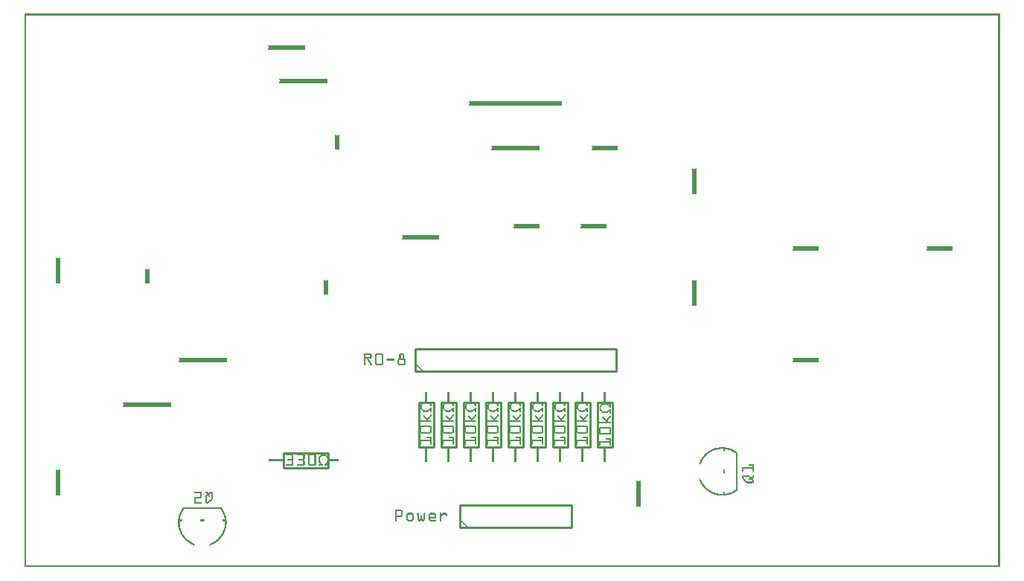
<source format=gto>
G04 MADE WITH FRITZING*
G04 WWW.FRITZING.ORG*
G04 DOUBLE SIDED*
G04 HOLES PLATED*
G04 CONTOUR ON CENTER OF CONTOUR VECTOR*
%ASAXBY*%
%FSLAX23Y23*%
%MOIN*%
%OFA0B0*%
%SFA1.0B1.0*%
%ADD10C,0.010000*%
%ADD11C,0.008000*%
%ADD12R,0.001000X0.001000*%
%LNSILK1*%
G90*
G70*
G54D10*
X1950Y179D02*
X2450Y179D01*
D02*
X2450Y179D02*
X2450Y279D01*
D02*
X2450Y279D02*
X1950Y279D01*
D02*
X1950Y279D02*
X1950Y179D01*
D02*
X1750Y879D02*
X2650Y879D01*
D02*
X2650Y879D02*
X2650Y979D01*
D02*
X2650Y979D02*
X1750Y979D01*
D02*
X1750Y979D02*
X1750Y879D01*
D02*
X2567Y538D02*
X2567Y738D01*
D02*
X2567Y738D02*
X2633Y738D01*
D02*
X2633Y738D02*
X2633Y538D01*
D02*
X2633Y538D02*
X2567Y538D01*
D02*
X2467Y538D02*
X2467Y738D01*
D02*
X2467Y738D02*
X2533Y738D01*
D02*
X2533Y738D02*
X2533Y538D01*
D02*
X2533Y538D02*
X2467Y538D01*
D02*
X2367Y538D02*
X2367Y738D01*
D02*
X2367Y738D02*
X2433Y738D01*
D02*
X2433Y738D02*
X2433Y538D01*
D02*
X2433Y538D02*
X2367Y538D01*
D02*
X2267Y538D02*
X2267Y738D01*
D02*
X2267Y738D02*
X2333Y738D01*
D02*
X2333Y738D02*
X2333Y538D01*
D02*
X2333Y538D02*
X2267Y538D01*
D02*
X2167Y538D02*
X2167Y738D01*
D02*
X2167Y738D02*
X2233Y738D01*
D02*
X2233Y738D02*
X2233Y538D01*
D02*
X2233Y538D02*
X2167Y538D01*
D02*
X2067Y538D02*
X2067Y738D01*
D02*
X2067Y738D02*
X2133Y738D01*
D02*
X2133Y738D02*
X2133Y538D01*
D02*
X2133Y538D02*
X2067Y538D01*
D02*
X1967Y538D02*
X1967Y738D01*
D02*
X1967Y738D02*
X2033Y738D01*
D02*
X2033Y738D02*
X2033Y538D01*
D02*
X2033Y538D02*
X1967Y538D01*
D02*
X1867Y538D02*
X1867Y738D01*
D02*
X1867Y738D02*
X1933Y738D01*
D02*
X1933Y738D02*
X1933Y538D01*
D02*
X1933Y538D02*
X1867Y538D01*
D02*
X1160Y512D02*
X1360Y512D01*
D02*
X1360Y512D02*
X1360Y446D01*
D02*
X1360Y446D02*
X1160Y446D01*
D02*
X1160Y446D02*
X1160Y512D01*
D02*
X1767Y538D02*
X1767Y738D01*
D02*
X1767Y738D02*
X1833Y738D01*
D02*
X1833Y738D02*
X1833Y538D01*
D02*
X1833Y538D02*
X1767Y538D01*
G54D11*
D02*
X3190Y346D02*
X3190Y511D01*
D02*
X879Y265D02*
X714Y265D01*
G54D12*
X0Y2480D02*
X4369Y2480D01*
X0Y2479D02*
X4369Y2479D01*
X0Y2478D02*
X4369Y2478D01*
X0Y2477D02*
X4369Y2477D01*
X0Y2476D02*
X4369Y2476D01*
X0Y2475D02*
X4369Y2475D01*
X0Y2474D02*
X4369Y2474D01*
X0Y2473D02*
X4369Y2473D01*
X0Y2472D02*
X7Y2472D01*
X4362Y2472D02*
X4369Y2472D01*
X0Y2471D02*
X7Y2471D01*
X4362Y2471D02*
X4369Y2471D01*
X0Y2470D02*
X7Y2470D01*
X4362Y2470D02*
X4369Y2470D01*
X0Y2469D02*
X7Y2469D01*
X4362Y2469D02*
X4369Y2469D01*
X0Y2468D02*
X7Y2468D01*
X4362Y2468D02*
X4369Y2468D01*
X0Y2467D02*
X7Y2467D01*
X4362Y2467D02*
X4369Y2467D01*
X0Y2466D02*
X7Y2466D01*
X4362Y2466D02*
X4369Y2466D01*
X0Y2465D02*
X7Y2465D01*
X4362Y2465D02*
X4369Y2465D01*
X0Y2464D02*
X7Y2464D01*
X4362Y2464D02*
X4369Y2464D01*
X0Y2463D02*
X7Y2463D01*
X4362Y2463D02*
X4369Y2463D01*
X0Y2462D02*
X7Y2462D01*
X4362Y2462D02*
X4369Y2462D01*
X0Y2461D02*
X7Y2461D01*
X4362Y2461D02*
X4369Y2461D01*
X0Y2460D02*
X7Y2460D01*
X4362Y2460D02*
X4369Y2460D01*
X0Y2459D02*
X7Y2459D01*
X4362Y2459D02*
X4369Y2459D01*
X0Y2458D02*
X7Y2458D01*
X4362Y2458D02*
X4369Y2458D01*
X0Y2457D02*
X7Y2457D01*
X4362Y2457D02*
X4369Y2457D01*
X0Y2456D02*
X7Y2456D01*
X4362Y2456D02*
X4369Y2456D01*
X0Y2455D02*
X7Y2455D01*
X4362Y2455D02*
X4369Y2455D01*
X0Y2454D02*
X7Y2454D01*
X4362Y2454D02*
X4369Y2454D01*
X0Y2453D02*
X7Y2453D01*
X4362Y2453D02*
X4369Y2453D01*
X0Y2452D02*
X7Y2452D01*
X4362Y2452D02*
X4369Y2452D01*
X0Y2451D02*
X7Y2451D01*
X4362Y2451D02*
X4369Y2451D01*
X0Y2450D02*
X7Y2450D01*
X4362Y2450D02*
X4369Y2450D01*
X0Y2449D02*
X7Y2449D01*
X4362Y2449D02*
X4369Y2449D01*
X0Y2448D02*
X7Y2448D01*
X4362Y2448D02*
X4369Y2448D01*
X0Y2447D02*
X7Y2447D01*
X4362Y2447D02*
X4369Y2447D01*
X0Y2446D02*
X7Y2446D01*
X4362Y2446D02*
X4369Y2446D01*
X0Y2445D02*
X7Y2445D01*
X4362Y2445D02*
X4369Y2445D01*
X0Y2444D02*
X7Y2444D01*
X4362Y2444D02*
X4369Y2444D01*
X0Y2443D02*
X7Y2443D01*
X4362Y2443D02*
X4369Y2443D01*
X0Y2442D02*
X7Y2442D01*
X4362Y2442D02*
X4369Y2442D01*
X0Y2441D02*
X7Y2441D01*
X4362Y2441D02*
X4369Y2441D01*
X0Y2440D02*
X7Y2440D01*
X4362Y2440D02*
X4369Y2440D01*
X0Y2439D02*
X7Y2439D01*
X4362Y2439D02*
X4369Y2439D01*
X0Y2438D02*
X7Y2438D01*
X4362Y2438D02*
X4369Y2438D01*
X0Y2437D02*
X7Y2437D01*
X4362Y2437D02*
X4369Y2437D01*
X0Y2436D02*
X7Y2436D01*
X4362Y2436D02*
X4369Y2436D01*
X0Y2435D02*
X7Y2435D01*
X4362Y2435D02*
X4369Y2435D01*
X0Y2434D02*
X7Y2434D01*
X4362Y2434D02*
X4369Y2434D01*
X0Y2433D02*
X7Y2433D01*
X4362Y2433D02*
X4369Y2433D01*
X0Y2432D02*
X7Y2432D01*
X4362Y2432D02*
X4369Y2432D01*
X0Y2431D02*
X7Y2431D01*
X4362Y2431D02*
X4369Y2431D01*
X0Y2430D02*
X7Y2430D01*
X4362Y2430D02*
X4369Y2430D01*
X0Y2429D02*
X7Y2429D01*
X4362Y2429D02*
X4369Y2429D01*
X0Y2428D02*
X7Y2428D01*
X4362Y2428D02*
X4369Y2428D01*
X0Y2427D02*
X7Y2427D01*
X4362Y2427D02*
X4369Y2427D01*
X0Y2426D02*
X7Y2426D01*
X4362Y2426D02*
X4369Y2426D01*
X0Y2425D02*
X7Y2425D01*
X4362Y2425D02*
X4369Y2425D01*
X0Y2424D02*
X7Y2424D01*
X4362Y2424D02*
X4369Y2424D01*
X0Y2423D02*
X7Y2423D01*
X4362Y2423D02*
X4369Y2423D01*
X0Y2422D02*
X7Y2422D01*
X4362Y2422D02*
X4369Y2422D01*
X0Y2421D02*
X7Y2421D01*
X4362Y2421D02*
X4369Y2421D01*
X0Y2420D02*
X7Y2420D01*
X4362Y2420D02*
X4369Y2420D01*
X0Y2419D02*
X7Y2419D01*
X4362Y2419D02*
X4369Y2419D01*
X0Y2418D02*
X7Y2418D01*
X4362Y2418D02*
X4369Y2418D01*
X0Y2417D02*
X7Y2417D01*
X4362Y2417D02*
X4369Y2417D01*
X0Y2416D02*
X7Y2416D01*
X4362Y2416D02*
X4369Y2416D01*
X0Y2415D02*
X7Y2415D01*
X4362Y2415D02*
X4369Y2415D01*
X0Y2414D02*
X7Y2414D01*
X4362Y2414D02*
X4369Y2414D01*
X0Y2413D02*
X7Y2413D01*
X4362Y2413D02*
X4369Y2413D01*
X0Y2412D02*
X7Y2412D01*
X4362Y2412D02*
X4369Y2412D01*
X0Y2411D02*
X7Y2411D01*
X4362Y2411D02*
X4369Y2411D01*
X0Y2410D02*
X7Y2410D01*
X4362Y2410D02*
X4369Y2410D01*
X0Y2409D02*
X7Y2409D01*
X4362Y2409D02*
X4369Y2409D01*
X0Y2408D02*
X7Y2408D01*
X4362Y2408D02*
X4369Y2408D01*
X0Y2407D02*
X7Y2407D01*
X4362Y2407D02*
X4369Y2407D01*
X0Y2406D02*
X7Y2406D01*
X4362Y2406D02*
X4369Y2406D01*
X0Y2405D02*
X7Y2405D01*
X4362Y2405D02*
X4369Y2405D01*
X0Y2404D02*
X7Y2404D01*
X4362Y2404D02*
X4369Y2404D01*
X0Y2403D02*
X7Y2403D01*
X4362Y2403D02*
X4369Y2403D01*
X0Y2402D02*
X7Y2402D01*
X4362Y2402D02*
X4369Y2402D01*
X0Y2401D02*
X7Y2401D01*
X4362Y2401D02*
X4369Y2401D01*
X0Y2400D02*
X7Y2400D01*
X4362Y2400D02*
X4369Y2400D01*
X0Y2399D02*
X7Y2399D01*
X4362Y2399D02*
X4369Y2399D01*
X0Y2398D02*
X7Y2398D01*
X4362Y2398D02*
X4369Y2398D01*
X0Y2397D02*
X7Y2397D01*
X4362Y2397D02*
X4369Y2397D01*
X0Y2396D02*
X7Y2396D01*
X4362Y2396D02*
X4369Y2396D01*
X0Y2395D02*
X7Y2395D01*
X4362Y2395D02*
X4369Y2395D01*
X0Y2394D02*
X7Y2394D01*
X4362Y2394D02*
X4369Y2394D01*
X0Y2393D02*
X7Y2393D01*
X4362Y2393D02*
X4369Y2393D01*
X0Y2392D02*
X7Y2392D01*
X4362Y2392D02*
X4369Y2392D01*
X0Y2391D02*
X7Y2391D01*
X4362Y2391D02*
X4369Y2391D01*
X0Y2390D02*
X7Y2390D01*
X4362Y2390D02*
X4369Y2390D01*
X0Y2389D02*
X7Y2389D01*
X4362Y2389D02*
X4369Y2389D01*
X0Y2388D02*
X7Y2388D01*
X4362Y2388D02*
X4369Y2388D01*
X0Y2387D02*
X7Y2387D01*
X4362Y2387D02*
X4369Y2387D01*
X0Y2386D02*
X7Y2386D01*
X4362Y2386D02*
X4369Y2386D01*
X0Y2385D02*
X7Y2385D01*
X4362Y2385D02*
X4369Y2385D01*
X0Y2384D02*
X7Y2384D01*
X4362Y2384D02*
X4369Y2384D01*
X0Y2383D02*
X7Y2383D01*
X4362Y2383D02*
X4369Y2383D01*
X0Y2382D02*
X7Y2382D01*
X4362Y2382D02*
X4369Y2382D01*
X0Y2381D02*
X7Y2381D01*
X4362Y2381D02*
X4369Y2381D01*
X0Y2380D02*
X7Y2380D01*
X4362Y2380D02*
X4369Y2380D01*
X0Y2379D02*
X7Y2379D01*
X4362Y2379D02*
X4369Y2379D01*
X0Y2378D02*
X7Y2378D01*
X4362Y2378D02*
X4369Y2378D01*
X0Y2377D02*
X7Y2377D01*
X4362Y2377D02*
X4369Y2377D01*
X0Y2376D02*
X7Y2376D01*
X4362Y2376D02*
X4369Y2376D01*
X0Y2375D02*
X7Y2375D01*
X4362Y2375D02*
X4369Y2375D01*
X0Y2374D02*
X7Y2374D01*
X4362Y2374D02*
X4369Y2374D01*
X0Y2373D02*
X7Y2373D01*
X4362Y2373D02*
X4369Y2373D01*
X0Y2372D02*
X7Y2372D01*
X4362Y2372D02*
X4369Y2372D01*
X0Y2371D02*
X7Y2371D01*
X4362Y2371D02*
X4369Y2371D01*
X0Y2370D02*
X7Y2370D01*
X4362Y2370D02*
X4369Y2370D01*
X0Y2369D02*
X7Y2369D01*
X4362Y2369D02*
X4369Y2369D01*
X0Y2368D02*
X7Y2368D01*
X4362Y2368D02*
X4369Y2368D01*
X0Y2367D02*
X7Y2367D01*
X4362Y2367D02*
X4369Y2367D01*
X0Y2366D02*
X7Y2366D01*
X4362Y2366D02*
X4369Y2366D01*
X0Y2365D02*
X7Y2365D01*
X4362Y2365D02*
X4369Y2365D01*
X0Y2364D02*
X7Y2364D01*
X4362Y2364D02*
X4369Y2364D01*
X0Y2363D02*
X7Y2363D01*
X4362Y2363D02*
X4369Y2363D01*
X0Y2362D02*
X7Y2362D01*
X4362Y2362D02*
X4369Y2362D01*
X0Y2361D02*
X7Y2361D01*
X4362Y2361D02*
X4369Y2361D01*
X0Y2360D02*
X7Y2360D01*
X4362Y2360D02*
X4369Y2360D01*
X0Y2359D02*
X7Y2359D01*
X4362Y2359D02*
X4369Y2359D01*
X0Y2358D02*
X7Y2358D01*
X4362Y2358D02*
X4369Y2358D01*
X0Y2357D02*
X7Y2357D01*
X4362Y2357D02*
X4369Y2357D01*
X0Y2356D02*
X7Y2356D01*
X4362Y2356D02*
X4369Y2356D01*
X0Y2355D02*
X7Y2355D01*
X4362Y2355D02*
X4369Y2355D01*
X0Y2354D02*
X7Y2354D01*
X4362Y2354D02*
X4369Y2354D01*
X0Y2353D02*
X7Y2353D01*
X4362Y2353D02*
X4369Y2353D01*
X0Y2352D02*
X7Y2352D01*
X4362Y2352D02*
X4369Y2352D01*
X0Y2351D02*
X7Y2351D01*
X4362Y2351D02*
X4369Y2351D01*
X0Y2350D02*
X7Y2350D01*
X4362Y2350D02*
X4369Y2350D01*
X0Y2349D02*
X7Y2349D01*
X4362Y2349D02*
X4369Y2349D01*
X0Y2348D02*
X7Y2348D01*
X4362Y2348D02*
X4369Y2348D01*
X0Y2347D02*
X7Y2347D01*
X4362Y2347D02*
X4369Y2347D01*
X0Y2346D02*
X7Y2346D01*
X4362Y2346D02*
X4369Y2346D01*
X0Y2345D02*
X7Y2345D01*
X4362Y2345D02*
X4369Y2345D01*
X0Y2344D02*
X7Y2344D01*
X4362Y2344D02*
X4369Y2344D01*
X0Y2343D02*
X7Y2343D01*
X4362Y2343D02*
X4369Y2343D01*
X0Y2342D02*
X7Y2342D01*
X4362Y2342D02*
X4369Y2342D01*
X0Y2341D02*
X7Y2341D01*
X4362Y2341D02*
X4369Y2341D01*
X0Y2340D02*
X7Y2340D01*
X4362Y2340D02*
X4369Y2340D01*
X0Y2339D02*
X7Y2339D01*
X1092Y2339D02*
X1258Y2339D01*
X4362Y2339D02*
X4369Y2339D01*
X0Y2338D02*
X7Y2338D01*
X1092Y2338D02*
X1258Y2338D01*
X4362Y2338D02*
X4369Y2338D01*
X0Y2337D02*
X7Y2337D01*
X1092Y2337D02*
X1258Y2337D01*
X4362Y2337D02*
X4369Y2337D01*
X0Y2336D02*
X7Y2336D01*
X1092Y2336D02*
X1258Y2336D01*
X4362Y2336D02*
X4369Y2336D01*
X0Y2335D02*
X7Y2335D01*
X1092Y2335D02*
X1257Y2335D01*
X4362Y2335D02*
X4369Y2335D01*
X0Y2334D02*
X7Y2334D01*
X1092Y2334D02*
X1257Y2334D01*
X4362Y2334D02*
X4369Y2334D01*
X0Y2333D02*
X7Y2333D01*
X1093Y2333D02*
X1257Y2333D01*
X4362Y2333D02*
X4369Y2333D01*
X0Y2332D02*
X7Y2332D01*
X1093Y2332D02*
X1257Y2332D01*
X4362Y2332D02*
X4369Y2332D01*
X0Y2331D02*
X7Y2331D01*
X1093Y2331D02*
X1257Y2331D01*
X4362Y2331D02*
X4369Y2331D01*
X0Y2330D02*
X7Y2330D01*
X1093Y2330D02*
X1257Y2330D01*
X4362Y2330D02*
X4369Y2330D01*
X0Y2329D02*
X7Y2329D01*
X1093Y2329D02*
X1257Y2329D01*
X4362Y2329D02*
X4369Y2329D01*
X0Y2328D02*
X7Y2328D01*
X1093Y2328D02*
X1257Y2328D01*
X4362Y2328D02*
X4369Y2328D01*
X0Y2327D02*
X7Y2327D01*
X1093Y2327D02*
X1257Y2327D01*
X4362Y2327D02*
X4369Y2327D01*
X0Y2326D02*
X7Y2326D01*
X1093Y2326D02*
X1257Y2326D01*
X4362Y2326D02*
X4369Y2326D01*
X0Y2325D02*
X7Y2325D01*
X1093Y2325D02*
X1257Y2325D01*
X4362Y2325D02*
X4369Y2325D01*
X0Y2324D02*
X7Y2324D01*
X1092Y2324D02*
X1257Y2324D01*
X4362Y2324D02*
X4369Y2324D01*
X0Y2323D02*
X7Y2323D01*
X1092Y2323D02*
X1257Y2323D01*
X4362Y2323D02*
X4369Y2323D01*
X0Y2322D02*
X7Y2322D01*
X1092Y2322D02*
X1258Y2322D01*
X4362Y2322D02*
X4369Y2322D01*
X0Y2321D02*
X7Y2321D01*
X1092Y2321D02*
X1258Y2321D01*
X4362Y2321D02*
X4369Y2321D01*
X0Y2320D02*
X7Y2320D01*
X1092Y2320D02*
X1258Y2320D01*
X4362Y2320D02*
X4369Y2320D01*
X0Y2319D02*
X7Y2319D01*
X1092Y2319D02*
X1258Y2319D01*
X4362Y2319D02*
X4369Y2319D01*
X0Y2318D02*
X7Y2318D01*
X4362Y2318D02*
X4369Y2318D01*
X0Y2317D02*
X7Y2317D01*
X4362Y2317D02*
X4369Y2317D01*
X0Y2316D02*
X7Y2316D01*
X4362Y2316D02*
X4369Y2316D01*
X0Y2315D02*
X7Y2315D01*
X4362Y2315D02*
X4369Y2315D01*
X0Y2314D02*
X7Y2314D01*
X4362Y2314D02*
X4369Y2314D01*
X0Y2313D02*
X7Y2313D01*
X4362Y2313D02*
X4369Y2313D01*
X0Y2312D02*
X7Y2312D01*
X4362Y2312D02*
X4369Y2312D01*
X0Y2311D02*
X7Y2311D01*
X4362Y2311D02*
X4369Y2311D01*
X0Y2310D02*
X7Y2310D01*
X4362Y2310D02*
X4369Y2310D01*
X0Y2309D02*
X7Y2309D01*
X4362Y2309D02*
X4369Y2309D01*
X0Y2308D02*
X7Y2308D01*
X4362Y2308D02*
X4369Y2308D01*
X0Y2307D02*
X7Y2307D01*
X4362Y2307D02*
X4369Y2307D01*
X0Y2306D02*
X7Y2306D01*
X4362Y2306D02*
X4369Y2306D01*
X0Y2305D02*
X7Y2305D01*
X4362Y2305D02*
X4369Y2305D01*
X0Y2304D02*
X7Y2304D01*
X4362Y2304D02*
X4369Y2304D01*
X0Y2303D02*
X7Y2303D01*
X4362Y2303D02*
X4369Y2303D01*
X0Y2302D02*
X7Y2302D01*
X4362Y2302D02*
X4369Y2302D01*
X0Y2301D02*
X7Y2301D01*
X4362Y2301D02*
X4369Y2301D01*
X0Y2300D02*
X7Y2300D01*
X4362Y2300D02*
X4369Y2300D01*
X0Y2299D02*
X7Y2299D01*
X4362Y2299D02*
X4369Y2299D01*
X0Y2298D02*
X7Y2298D01*
X4362Y2298D02*
X4369Y2298D01*
X0Y2297D02*
X7Y2297D01*
X4362Y2297D02*
X4369Y2297D01*
X0Y2296D02*
X7Y2296D01*
X4362Y2296D02*
X4369Y2296D01*
X0Y2295D02*
X7Y2295D01*
X4362Y2295D02*
X4369Y2295D01*
X0Y2294D02*
X7Y2294D01*
X4362Y2294D02*
X4369Y2294D01*
X0Y2293D02*
X7Y2293D01*
X4362Y2293D02*
X4369Y2293D01*
X0Y2292D02*
X7Y2292D01*
X4362Y2292D02*
X4369Y2292D01*
X0Y2291D02*
X7Y2291D01*
X4362Y2291D02*
X4369Y2291D01*
X0Y2290D02*
X7Y2290D01*
X4362Y2290D02*
X4369Y2290D01*
X0Y2289D02*
X7Y2289D01*
X4362Y2289D02*
X4369Y2289D01*
X0Y2288D02*
X7Y2288D01*
X4362Y2288D02*
X4369Y2288D01*
X0Y2287D02*
X7Y2287D01*
X4362Y2287D02*
X4369Y2287D01*
X0Y2286D02*
X7Y2286D01*
X4362Y2286D02*
X4369Y2286D01*
X0Y2285D02*
X7Y2285D01*
X4362Y2285D02*
X4369Y2285D01*
X0Y2284D02*
X7Y2284D01*
X4362Y2284D02*
X4369Y2284D01*
X0Y2283D02*
X7Y2283D01*
X4362Y2283D02*
X4369Y2283D01*
X0Y2282D02*
X7Y2282D01*
X4362Y2282D02*
X4369Y2282D01*
X0Y2281D02*
X7Y2281D01*
X4362Y2281D02*
X4369Y2281D01*
X0Y2280D02*
X7Y2280D01*
X4362Y2280D02*
X4369Y2280D01*
X0Y2279D02*
X7Y2279D01*
X4362Y2279D02*
X4369Y2279D01*
X0Y2278D02*
X7Y2278D01*
X4362Y2278D02*
X4369Y2278D01*
X0Y2277D02*
X7Y2277D01*
X4362Y2277D02*
X4369Y2277D01*
X0Y2276D02*
X7Y2276D01*
X4362Y2276D02*
X4369Y2276D01*
X0Y2275D02*
X7Y2275D01*
X4362Y2275D02*
X4369Y2275D01*
X0Y2274D02*
X7Y2274D01*
X4362Y2274D02*
X4369Y2274D01*
X0Y2273D02*
X7Y2273D01*
X4362Y2273D02*
X4369Y2273D01*
X0Y2272D02*
X7Y2272D01*
X4362Y2272D02*
X4369Y2272D01*
X0Y2271D02*
X7Y2271D01*
X4362Y2271D02*
X4369Y2271D01*
X0Y2270D02*
X7Y2270D01*
X4362Y2270D02*
X4369Y2270D01*
X0Y2269D02*
X7Y2269D01*
X4362Y2269D02*
X4369Y2269D01*
X0Y2268D02*
X7Y2268D01*
X4362Y2268D02*
X4369Y2268D01*
X0Y2267D02*
X7Y2267D01*
X4362Y2267D02*
X4369Y2267D01*
X0Y2266D02*
X7Y2266D01*
X4362Y2266D02*
X4369Y2266D01*
X0Y2265D02*
X7Y2265D01*
X4362Y2265D02*
X4369Y2265D01*
X0Y2264D02*
X7Y2264D01*
X4362Y2264D02*
X4369Y2264D01*
X0Y2263D02*
X7Y2263D01*
X4362Y2263D02*
X4369Y2263D01*
X0Y2262D02*
X7Y2262D01*
X4362Y2262D02*
X4369Y2262D01*
X0Y2261D02*
X7Y2261D01*
X4362Y2261D02*
X4369Y2261D01*
X0Y2260D02*
X7Y2260D01*
X4362Y2260D02*
X4369Y2260D01*
X0Y2259D02*
X7Y2259D01*
X4362Y2259D02*
X4369Y2259D01*
X0Y2258D02*
X7Y2258D01*
X4362Y2258D02*
X4369Y2258D01*
X0Y2257D02*
X7Y2257D01*
X4362Y2257D02*
X4369Y2257D01*
X0Y2256D02*
X7Y2256D01*
X4362Y2256D02*
X4369Y2256D01*
X0Y2255D02*
X7Y2255D01*
X4362Y2255D02*
X4369Y2255D01*
X0Y2254D02*
X7Y2254D01*
X4362Y2254D02*
X4369Y2254D01*
X0Y2253D02*
X7Y2253D01*
X4362Y2253D02*
X4369Y2253D01*
X0Y2252D02*
X7Y2252D01*
X4362Y2252D02*
X4369Y2252D01*
X0Y2251D02*
X7Y2251D01*
X4362Y2251D02*
X4369Y2251D01*
X0Y2250D02*
X7Y2250D01*
X4362Y2250D02*
X4369Y2250D01*
X0Y2249D02*
X7Y2249D01*
X4362Y2249D02*
X4369Y2249D01*
X0Y2248D02*
X7Y2248D01*
X4362Y2248D02*
X4369Y2248D01*
X0Y2247D02*
X7Y2247D01*
X4362Y2247D02*
X4369Y2247D01*
X0Y2246D02*
X7Y2246D01*
X4362Y2246D02*
X4369Y2246D01*
X0Y2245D02*
X7Y2245D01*
X4362Y2245D02*
X4369Y2245D01*
X0Y2244D02*
X7Y2244D01*
X4362Y2244D02*
X4369Y2244D01*
X0Y2243D02*
X7Y2243D01*
X4362Y2243D02*
X4369Y2243D01*
X0Y2242D02*
X7Y2242D01*
X4362Y2242D02*
X4369Y2242D01*
X0Y2241D02*
X7Y2241D01*
X4362Y2241D02*
X4369Y2241D01*
X0Y2240D02*
X7Y2240D01*
X4362Y2240D02*
X4369Y2240D01*
X0Y2239D02*
X7Y2239D01*
X4362Y2239D02*
X4369Y2239D01*
X0Y2238D02*
X7Y2238D01*
X4362Y2238D02*
X4369Y2238D01*
X0Y2237D02*
X7Y2237D01*
X4362Y2237D02*
X4369Y2237D01*
X0Y2236D02*
X7Y2236D01*
X4362Y2236D02*
X4369Y2236D01*
X0Y2235D02*
X7Y2235D01*
X4362Y2235D02*
X4369Y2235D01*
X0Y2234D02*
X7Y2234D01*
X4362Y2234D02*
X4369Y2234D01*
X0Y2233D02*
X7Y2233D01*
X4362Y2233D02*
X4369Y2233D01*
X0Y2232D02*
X7Y2232D01*
X4362Y2232D02*
X4369Y2232D01*
X0Y2231D02*
X7Y2231D01*
X4362Y2231D02*
X4369Y2231D01*
X0Y2230D02*
X7Y2230D01*
X4362Y2230D02*
X4369Y2230D01*
X0Y2229D02*
X7Y2229D01*
X4362Y2229D02*
X4369Y2229D01*
X0Y2228D02*
X7Y2228D01*
X4362Y2228D02*
X4369Y2228D01*
X0Y2227D02*
X7Y2227D01*
X4362Y2227D02*
X4369Y2227D01*
X0Y2226D02*
X7Y2226D01*
X4362Y2226D02*
X4369Y2226D01*
X0Y2225D02*
X7Y2225D01*
X4362Y2225D02*
X4369Y2225D01*
X0Y2224D02*
X7Y2224D01*
X4362Y2224D02*
X4369Y2224D01*
X0Y2223D02*
X7Y2223D01*
X4362Y2223D02*
X4369Y2223D01*
X0Y2222D02*
X7Y2222D01*
X4362Y2222D02*
X4369Y2222D01*
X0Y2221D02*
X7Y2221D01*
X4362Y2221D02*
X4369Y2221D01*
X0Y2220D02*
X7Y2220D01*
X4362Y2220D02*
X4369Y2220D01*
X0Y2219D02*
X7Y2219D01*
X4362Y2219D02*
X4369Y2219D01*
X0Y2218D02*
X7Y2218D01*
X4362Y2218D02*
X4369Y2218D01*
X0Y2217D02*
X7Y2217D01*
X4362Y2217D02*
X4369Y2217D01*
X0Y2216D02*
X7Y2216D01*
X4362Y2216D02*
X4369Y2216D01*
X0Y2215D02*
X7Y2215D01*
X4362Y2215D02*
X4369Y2215D01*
X0Y2214D02*
X7Y2214D01*
X4362Y2214D02*
X4369Y2214D01*
X0Y2213D02*
X7Y2213D01*
X4362Y2213D02*
X4369Y2213D01*
X0Y2212D02*
X7Y2212D01*
X4362Y2212D02*
X4369Y2212D01*
X0Y2211D02*
X7Y2211D01*
X4362Y2211D02*
X4369Y2211D01*
X0Y2210D02*
X7Y2210D01*
X4362Y2210D02*
X4369Y2210D01*
X0Y2209D02*
X7Y2209D01*
X4362Y2209D02*
X4369Y2209D01*
X0Y2208D02*
X7Y2208D01*
X4362Y2208D02*
X4369Y2208D01*
X0Y2207D02*
X7Y2207D01*
X4362Y2207D02*
X4369Y2207D01*
X0Y2206D02*
X7Y2206D01*
X4362Y2206D02*
X4369Y2206D01*
X0Y2205D02*
X7Y2205D01*
X4362Y2205D02*
X4369Y2205D01*
X0Y2204D02*
X7Y2204D01*
X4362Y2204D02*
X4369Y2204D01*
X0Y2203D02*
X7Y2203D01*
X4362Y2203D02*
X4369Y2203D01*
X0Y2202D02*
X7Y2202D01*
X4362Y2202D02*
X4369Y2202D01*
X0Y2201D02*
X7Y2201D01*
X4362Y2201D02*
X4369Y2201D01*
X0Y2200D02*
X7Y2200D01*
X4362Y2200D02*
X4369Y2200D01*
X0Y2199D02*
X7Y2199D01*
X4362Y2199D02*
X4369Y2199D01*
X0Y2198D02*
X7Y2198D01*
X4362Y2198D02*
X4369Y2198D01*
X0Y2197D02*
X7Y2197D01*
X4362Y2197D02*
X4369Y2197D01*
X0Y2196D02*
X7Y2196D01*
X4362Y2196D02*
X4369Y2196D01*
X0Y2195D02*
X7Y2195D01*
X4362Y2195D02*
X4369Y2195D01*
X0Y2194D02*
X7Y2194D01*
X4362Y2194D02*
X4369Y2194D01*
X0Y2193D02*
X7Y2193D01*
X4362Y2193D02*
X4369Y2193D01*
X0Y2192D02*
X7Y2192D01*
X4362Y2192D02*
X4369Y2192D01*
X0Y2191D02*
X7Y2191D01*
X4362Y2191D02*
X4369Y2191D01*
X0Y2190D02*
X7Y2190D01*
X4362Y2190D02*
X4369Y2190D01*
X0Y2189D02*
X7Y2189D01*
X1142Y2189D02*
X1358Y2189D01*
X4362Y2189D02*
X4369Y2189D01*
X0Y2188D02*
X7Y2188D01*
X1142Y2188D02*
X1358Y2188D01*
X4362Y2188D02*
X4369Y2188D01*
X0Y2187D02*
X7Y2187D01*
X1142Y2187D02*
X1358Y2187D01*
X4362Y2187D02*
X4369Y2187D01*
X0Y2186D02*
X7Y2186D01*
X1142Y2186D02*
X1358Y2186D01*
X4362Y2186D02*
X4369Y2186D01*
X0Y2185D02*
X7Y2185D01*
X1142Y2185D02*
X1357Y2185D01*
X4362Y2185D02*
X4369Y2185D01*
X0Y2184D02*
X7Y2184D01*
X1142Y2184D02*
X1357Y2184D01*
X4362Y2184D02*
X4369Y2184D01*
X0Y2183D02*
X7Y2183D01*
X1143Y2183D02*
X1357Y2183D01*
X4362Y2183D02*
X4369Y2183D01*
X0Y2182D02*
X7Y2182D01*
X1143Y2182D02*
X1357Y2182D01*
X4362Y2182D02*
X4369Y2182D01*
X0Y2181D02*
X7Y2181D01*
X1143Y2181D02*
X1357Y2181D01*
X4362Y2181D02*
X4369Y2181D01*
X0Y2180D02*
X7Y2180D01*
X1143Y2180D02*
X1357Y2180D01*
X4362Y2180D02*
X4369Y2180D01*
X0Y2179D02*
X7Y2179D01*
X1143Y2179D02*
X1357Y2179D01*
X4362Y2179D02*
X4369Y2179D01*
X0Y2178D02*
X7Y2178D01*
X1143Y2178D02*
X1357Y2178D01*
X4362Y2178D02*
X4369Y2178D01*
X0Y2177D02*
X7Y2177D01*
X1143Y2177D02*
X1357Y2177D01*
X4362Y2177D02*
X4369Y2177D01*
X0Y2176D02*
X7Y2176D01*
X1143Y2176D02*
X1357Y2176D01*
X4362Y2176D02*
X4369Y2176D01*
X0Y2175D02*
X7Y2175D01*
X1143Y2175D02*
X1357Y2175D01*
X4362Y2175D02*
X4369Y2175D01*
X0Y2174D02*
X7Y2174D01*
X1142Y2174D02*
X1357Y2174D01*
X4362Y2174D02*
X4369Y2174D01*
X0Y2173D02*
X7Y2173D01*
X1142Y2173D02*
X1357Y2173D01*
X4362Y2173D02*
X4369Y2173D01*
X0Y2172D02*
X7Y2172D01*
X1142Y2172D02*
X1358Y2172D01*
X4362Y2172D02*
X4369Y2172D01*
X0Y2171D02*
X7Y2171D01*
X1142Y2171D02*
X1358Y2171D01*
X4362Y2171D02*
X4369Y2171D01*
X0Y2170D02*
X7Y2170D01*
X1142Y2170D02*
X1358Y2170D01*
X4362Y2170D02*
X4369Y2170D01*
X0Y2169D02*
X7Y2169D01*
X1142Y2169D02*
X1358Y2169D01*
X4362Y2169D02*
X4369Y2169D01*
X0Y2168D02*
X7Y2168D01*
X4362Y2168D02*
X4369Y2168D01*
X0Y2167D02*
X7Y2167D01*
X4362Y2167D02*
X4369Y2167D01*
X0Y2166D02*
X7Y2166D01*
X4362Y2166D02*
X4369Y2166D01*
X0Y2165D02*
X7Y2165D01*
X4362Y2165D02*
X4369Y2165D01*
X0Y2164D02*
X7Y2164D01*
X4362Y2164D02*
X4369Y2164D01*
X0Y2163D02*
X7Y2163D01*
X4362Y2163D02*
X4369Y2163D01*
X0Y2162D02*
X7Y2162D01*
X4362Y2162D02*
X4369Y2162D01*
X0Y2161D02*
X7Y2161D01*
X4362Y2161D02*
X4369Y2161D01*
X0Y2160D02*
X7Y2160D01*
X4362Y2160D02*
X4369Y2160D01*
X0Y2159D02*
X7Y2159D01*
X4362Y2159D02*
X4369Y2159D01*
X0Y2158D02*
X7Y2158D01*
X4362Y2158D02*
X4369Y2158D01*
X0Y2157D02*
X7Y2157D01*
X4362Y2157D02*
X4369Y2157D01*
X0Y2156D02*
X7Y2156D01*
X4362Y2156D02*
X4369Y2156D01*
X0Y2155D02*
X7Y2155D01*
X4362Y2155D02*
X4369Y2155D01*
X0Y2154D02*
X7Y2154D01*
X4362Y2154D02*
X4369Y2154D01*
X0Y2153D02*
X7Y2153D01*
X4362Y2153D02*
X4369Y2153D01*
X0Y2152D02*
X7Y2152D01*
X4362Y2152D02*
X4369Y2152D01*
X0Y2151D02*
X7Y2151D01*
X4362Y2151D02*
X4369Y2151D01*
X0Y2150D02*
X7Y2150D01*
X4362Y2150D02*
X4369Y2150D01*
X0Y2149D02*
X7Y2149D01*
X4362Y2149D02*
X4369Y2149D01*
X0Y2148D02*
X7Y2148D01*
X4362Y2148D02*
X4369Y2148D01*
X0Y2147D02*
X7Y2147D01*
X4362Y2147D02*
X4369Y2147D01*
X0Y2146D02*
X7Y2146D01*
X4362Y2146D02*
X4369Y2146D01*
X0Y2145D02*
X7Y2145D01*
X4362Y2145D02*
X4369Y2145D01*
X0Y2144D02*
X7Y2144D01*
X4362Y2144D02*
X4369Y2144D01*
X0Y2143D02*
X7Y2143D01*
X4362Y2143D02*
X4369Y2143D01*
X0Y2142D02*
X7Y2142D01*
X4362Y2142D02*
X4369Y2142D01*
X0Y2141D02*
X7Y2141D01*
X4362Y2141D02*
X4369Y2141D01*
X0Y2140D02*
X7Y2140D01*
X4362Y2140D02*
X4369Y2140D01*
X0Y2139D02*
X7Y2139D01*
X4362Y2139D02*
X4369Y2139D01*
X0Y2138D02*
X7Y2138D01*
X4362Y2138D02*
X4369Y2138D01*
X0Y2137D02*
X7Y2137D01*
X4362Y2137D02*
X4369Y2137D01*
X0Y2136D02*
X7Y2136D01*
X4362Y2136D02*
X4369Y2136D01*
X0Y2135D02*
X7Y2135D01*
X4362Y2135D02*
X4369Y2135D01*
X0Y2134D02*
X7Y2134D01*
X4362Y2134D02*
X4369Y2134D01*
X0Y2133D02*
X7Y2133D01*
X4362Y2133D02*
X4369Y2133D01*
X0Y2132D02*
X7Y2132D01*
X4362Y2132D02*
X4369Y2132D01*
X0Y2131D02*
X7Y2131D01*
X4362Y2131D02*
X4369Y2131D01*
X0Y2130D02*
X7Y2130D01*
X4362Y2130D02*
X4369Y2130D01*
X0Y2129D02*
X7Y2129D01*
X4362Y2129D02*
X4369Y2129D01*
X0Y2128D02*
X7Y2128D01*
X4362Y2128D02*
X4369Y2128D01*
X0Y2127D02*
X7Y2127D01*
X4362Y2127D02*
X4369Y2127D01*
X0Y2126D02*
X7Y2126D01*
X4362Y2126D02*
X4369Y2126D01*
X0Y2125D02*
X7Y2125D01*
X4362Y2125D02*
X4369Y2125D01*
X0Y2124D02*
X7Y2124D01*
X4362Y2124D02*
X4369Y2124D01*
X0Y2123D02*
X7Y2123D01*
X4362Y2123D02*
X4369Y2123D01*
X0Y2122D02*
X7Y2122D01*
X4362Y2122D02*
X4369Y2122D01*
X0Y2121D02*
X7Y2121D01*
X4362Y2121D02*
X4369Y2121D01*
X0Y2120D02*
X7Y2120D01*
X4362Y2120D02*
X4369Y2120D01*
X0Y2119D02*
X7Y2119D01*
X4362Y2119D02*
X4369Y2119D01*
X0Y2118D02*
X7Y2118D01*
X4362Y2118D02*
X4369Y2118D01*
X0Y2117D02*
X7Y2117D01*
X4362Y2117D02*
X4369Y2117D01*
X0Y2116D02*
X7Y2116D01*
X4362Y2116D02*
X4369Y2116D01*
X0Y2115D02*
X7Y2115D01*
X4362Y2115D02*
X4369Y2115D01*
X0Y2114D02*
X7Y2114D01*
X4362Y2114D02*
X4369Y2114D01*
X0Y2113D02*
X7Y2113D01*
X4362Y2113D02*
X4369Y2113D01*
X0Y2112D02*
X7Y2112D01*
X4362Y2112D02*
X4369Y2112D01*
X0Y2111D02*
X7Y2111D01*
X4362Y2111D02*
X4369Y2111D01*
X0Y2110D02*
X7Y2110D01*
X4362Y2110D02*
X4369Y2110D01*
X0Y2109D02*
X7Y2109D01*
X4362Y2109D02*
X4369Y2109D01*
X0Y2108D02*
X7Y2108D01*
X4362Y2108D02*
X4369Y2108D01*
X0Y2107D02*
X7Y2107D01*
X4362Y2107D02*
X4369Y2107D01*
X0Y2106D02*
X7Y2106D01*
X4362Y2106D02*
X4369Y2106D01*
X0Y2105D02*
X7Y2105D01*
X4362Y2105D02*
X4369Y2105D01*
X0Y2104D02*
X7Y2104D01*
X4362Y2104D02*
X4369Y2104D01*
X0Y2103D02*
X7Y2103D01*
X4362Y2103D02*
X4369Y2103D01*
X0Y2102D02*
X7Y2102D01*
X4362Y2102D02*
X4369Y2102D01*
X0Y2101D02*
X7Y2101D01*
X4362Y2101D02*
X4369Y2101D01*
X0Y2100D02*
X7Y2100D01*
X4362Y2100D02*
X4369Y2100D01*
X0Y2099D02*
X7Y2099D01*
X4362Y2099D02*
X4369Y2099D01*
X0Y2098D02*
X7Y2098D01*
X4362Y2098D02*
X4369Y2098D01*
X0Y2097D02*
X7Y2097D01*
X4362Y2097D02*
X4369Y2097D01*
X0Y2096D02*
X7Y2096D01*
X4362Y2096D02*
X4369Y2096D01*
X0Y2095D02*
X7Y2095D01*
X4362Y2095D02*
X4369Y2095D01*
X0Y2094D02*
X7Y2094D01*
X4362Y2094D02*
X4369Y2094D01*
X0Y2093D02*
X7Y2093D01*
X4362Y2093D02*
X4369Y2093D01*
X0Y2092D02*
X7Y2092D01*
X4362Y2092D02*
X4369Y2092D01*
X0Y2091D02*
X7Y2091D01*
X4362Y2091D02*
X4369Y2091D01*
X0Y2090D02*
X7Y2090D01*
X4362Y2090D02*
X4369Y2090D01*
X0Y2089D02*
X7Y2089D01*
X1992Y2089D02*
X2408Y2089D01*
X4362Y2089D02*
X4369Y2089D01*
X0Y2088D02*
X7Y2088D01*
X1992Y2088D02*
X2408Y2088D01*
X4362Y2088D02*
X4369Y2088D01*
X0Y2087D02*
X7Y2087D01*
X1992Y2087D02*
X2408Y2087D01*
X4362Y2087D02*
X4369Y2087D01*
X0Y2086D02*
X7Y2086D01*
X1992Y2086D02*
X2408Y2086D01*
X4362Y2086D02*
X4369Y2086D01*
X0Y2085D02*
X7Y2085D01*
X1992Y2085D02*
X2407Y2085D01*
X4362Y2085D02*
X4369Y2085D01*
X0Y2084D02*
X7Y2084D01*
X1992Y2084D02*
X2407Y2084D01*
X4362Y2084D02*
X4369Y2084D01*
X0Y2083D02*
X7Y2083D01*
X1993Y2083D02*
X2407Y2083D01*
X4362Y2083D02*
X4369Y2083D01*
X0Y2082D02*
X7Y2082D01*
X1993Y2082D02*
X2407Y2082D01*
X4362Y2082D02*
X4369Y2082D01*
X0Y2081D02*
X7Y2081D01*
X1993Y2081D02*
X2407Y2081D01*
X4362Y2081D02*
X4369Y2081D01*
X0Y2080D02*
X7Y2080D01*
X1993Y2080D02*
X2407Y2080D01*
X4362Y2080D02*
X4369Y2080D01*
X0Y2079D02*
X7Y2079D01*
X1993Y2079D02*
X2407Y2079D01*
X4362Y2079D02*
X4369Y2079D01*
X0Y2078D02*
X7Y2078D01*
X1993Y2078D02*
X2407Y2078D01*
X4362Y2078D02*
X4369Y2078D01*
X0Y2077D02*
X7Y2077D01*
X1993Y2077D02*
X2407Y2077D01*
X4362Y2077D02*
X4369Y2077D01*
X0Y2076D02*
X7Y2076D01*
X1993Y2076D02*
X2407Y2076D01*
X4362Y2076D02*
X4369Y2076D01*
X0Y2075D02*
X7Y2075D01*
X1993Y2075D02*
X2407Y2075D01*
X4362Y2075D02*
X4369Y2075D01*
X0Y2074D02*
X7Y2074D01*
X1992Y2074D02*
X2407Y2074D01*
X4362Y2074D02*
X4369Y2074D01*
X0Y2073D02*
X7Y2073D01*
X1992Y2073D02*
X2407Y2073D01*
X4362Y2073D02*
X4369Y2073D01*
X0Y2072D02*
X7Y2072D01*
X1992Y2072D02*
X2408Y2072D01*
X4362Y2072D02*
X4369Y2072D01*
X0Y2071D02*
X7Y2071D01*
X1992Y2071D02*
X2408Y2071D01*
X4362Y2071D02*
X4369Y2071D01*
X0Y2070D02*
X7Y2070D01*
X1992Y2070D02*
X2408Y2070D01*
X4362Y2070D02*
X4369Y2070D01*
X0Y2069D02*
X7Y2069D01*
X1992Y2069D02*
X2408Y2069D01*
X4362Y2069D02*
X4369Y2069D01*
X0Y2068D02*
X7Y2068D01*
X4362Y2068D02*
X4369Y2068D01*
X0Y2067D02*
X7Y2067D01*
X4362Y2067D02*
X4369Y2067D01*
X0Y2066D02*
X7Y2066D01*
X4362Y2066D02*
X4369Y2066D01*
X0Y2065D02*
X7Y2065D01*
X4362Y2065D02*
X4369Y2065D01*
X0Y2064D02*
X7Y2064D01*
X4362Y2064D02*
X4369Y2064D01*
X0Y2063D02*
X7Y2063D01*
X4362Y2063D02*
X4369Y2063D01*
X0Y2062D02*
X7Y2062D01*
X4362Y2062D02*
X4369Y2062D01*
X0Y2061D02*
X7Y2061D01*
X4362Y2061D02*
X4369Y2061D01*
X0Y2060D02*
X7Y2060D01*
X4362Y2060D02*
X4369Y2060D01*
X0Y2059D02*
X7Y2059D01*
X4362Y2059D02*
X4369Y2059D01*
X0Y2058D02*
X7Y2058D01*
X4362Y2058D02*
X4369Y2058D01*
X0Y2057D02*
X7Y2057D01*
X4362Y2057D02*
X4369Y2057D01*
X0Y2056D02*
X7Y2056D01*
X4362Y2056D02*
X4369Y2056D01*
X0Y2055D02*
X7Y2055D01*
X4362Y2055D02*
X4369Y2055D01*
X0Y2054D02*
X7Y2054D01*
X4362Y2054D02*
X4369Y2054D01*
X0Y2053D02*
X7Y2053D01*
X4362Y2053D02*
X4369Y2053D01*
X0Y2052D02*
X7Y2052D01*
X4362Y2052D02*
X4369Y2052D01*
X0Y2051D02*
X7Y2051D01*
X4362Y2051D02*
X4369Y2051D01*
X0Y2050D02*
X7Y2050D01*
X4362Y2050D02*
X4369Y2050D01*
X0Y2049D02*
X7Y2049D01*
X4362Y2049D02*
X4369Y2049D01*
X0Y2048D02*
X7Y2048D01*
X4362Y2048D02*
X4369Y2048D01*
X0Y2047D02*
X7Y2047D01*
X4362Y2047D02*
X4369Y2047D01*
X0Y2046D02*
X7Y2046D01*
X4362Y2046D02*
X4369Y2046D01*
X0Y2045D02*
X7Y2045D01*
X4362Y2045D02*
X4369Y2045D01*
X0Y2044D02*
X7Y2044D01*
X4362Y2044D02*
X4369Y2044D01*
X0Y2043D02*
X7Y2043D01*
X4362Y2043D02*
X4369Y2043D01*
X0Y2042D02*
X7Y2042D01*
X4362Y2042D02*
X4369Y2042D01*
X0Y2041D02*
X7Y2041D01*
X4362Y2041D02*
X4369Y2041D01*
X0Y2040D02*
X7Y2040D01*
X4362Y2040D02*
X4369Y2040D01*
X0Y2039D02*
X7Y2039D01*
X4362Y2039D02*
X4369Y2039D01*
X0Y2038D02*
X7Y2038D01*
X4362Y2038D02*
X4369Y2038D01*
X0Y2037D02*
X7Y2037D01*
X4362Y2037D02*
X4369Y2037D01*
X0Y2036D02*
X7Y2036D01*
X4362Y2036D02*
X4369Y2036D01*
X0Y2035D02*
X7Y2035D01*
X4362Y2035D02*
X4369Y2035D01*
X0Y2034D02*
X7Y2034D01*
X4362Y2034D02*
X4369Y2034D01*
X0Y2033D02*
X7Y2033D01*
X4362Y2033D02*
X4369Y2033D01*
X0Y2032D02*
X7Y2032D01*
X4362Y2032D02*
X4369Y2032D01*
X0Y2031D02*
X7Y2031D01*
X4362Y2031D02*
X4369Y2031D01*
X0Y2030D02*
X7Y2030D01*
X4362Y2030D02*
X4369Y2030D01*
X0Y2029D02*
X7Y2029D01*
X4362Y2029D02*
X4369Y2029D01*
X0Y2028D02*
X7Y2028D01*
X4362Y2028D02*
X4369Y2028D01*
X0Y2027D02*
X7Y2027D01*
X4362Y2027D02*
X4369Y2027D01*
X0Y2026D02*
X7Y2026D01*
X4362Y2026D02*
X4369Y2026D01*
X0Y2025D02*
X7Y2025D01*
X4362Y2025D02*
X4369Y2025D01*
X0Y2024D02*
X7Y2024D01*
X4362Y2024D02*
X4369Y2024D01*
X0Y2023D02*
X7Y2023D01*
X4362Y2023D02*
X4369Y2023D01*
X0Y2022D02*
X7Y2022D01*
X4362Y2022D02*
X4369Y2022D01*
X0Y2021D02*
X7Y2021D01*
X4362Y2021D02*
X4369Y2021D01*
X0Y2020D02*
X7Y2020D01*
X4362Y2020D02*
X4369Y2020D01*
X0Y2019D02*
X7Y2019D01*
X4362Y2019D02*
X4369Y2019D01*
X0Y2018D02*
X7Y2018D01*
X4362Y2018D02*
X4369Y2018D01*
X0Y2017D02*
X7Y2017D01*
X4362Y2017D02*
X4369Y2017D01*
X0Y2016D02*
X7Y2016D01*
X4362Y2016D02*
X4369Y2016D01*
X0Y2015D02*
X7Y2015D01*
X4362Y2015D02*
X4369Y2015D01*
X0Y2014D02*
X7Y2014D01*
X4362Y2014D02*
X4369Y2014D01*
X0Y2013D02*
X7Y2013D01*
X4362Y2013D02*
X4369Y2013D01*
X0Y2012D02*
X7Y2012D01*
X4362Y2012D02*
X4369Y2012D01*
X0Y2011D02*
X7Y2011D01*
X4362Y2011D02*
X4369Y2011D01*
X0Y2010D02*
X7Y2010D01*
X4362Y2010D02*
X4369Y2010D01*
X0Y2009D02*
X7Y2009D01*
X4362Y2009D02*
X4369Y2009D01*
X0Y2008D02*
X7Y2008D01*
X4362Y2008D02*
X4369Y2008D01*
X0Y2007D02*
X7Y2007D01*
X4362Y2007D02*
X4369Y2007D01*
X0Y2006D02*
X7Y2006D01*
X4362Y2006D02*
X4369Y2006D01*
X0Y2005D02*
X7Y2005D01*
X4362Y2005D02*
X4369Y2005D01*
X0Y2004D02*
X7Y2004D01*
X4362Y2004D02*
X4369Y2004D01*
X0Y2003D02*
X7Y2003D01*
X4362Y2003D02*
X4369Y2003D01*
X0Y2002D02*
X7Y2002D01*
X4362Y2002D02*
X4369Y2002D01*
X0Y2001D02*
X7Y2001D01*
X4362Y2001D02*
X4369Y2001D01*
X0Y2000D02*
X7Y2000D01*
X4362Y2000D02*
X4369Y2000D01*
X0Y1999D02*
X7Y1999D01*
X4362Y1999D02*
X4369Y1999D01*
X0Y1998D02*
X7Y1998D01*
X4362Y1998D02*
X4369Y1998D01*
X0Y1997D02*
X7Y1997D01*
X4362Y1997D02*
X4369Y1997D01*
X0Y1996D02*
X7Y1996D01*
X4362Y1996D02*
X4369Y1996D01*
X0Y1995D02*
X7Y1995D01*
X4362Y1995D02*
X4369Y1995D01*
X0Y1994D02*
X7Y1994D01*
X4362Y1994D02*
X4369Y1994D01*
X0Y1993D02*
X7Y1993D01*
X4362Y1993D02*
X4369Y1993D01*
X0Y1992D02*
X7Y1992D01*
X4362Y1992D02*
X4369Y1992D01*
X0Y1991D02*
X7Y1991D01*
X4362Y1991D02*
X4369Y1991D01*
X0Y1990D02*
X7Y1990D01*
X4362Y1990D02*
X4369Y1990D01*
X0Y1989D02*
X7Y1989D01*
X4362Y1989D02*
X4369Y1989D01*
X0Y1988D02*
X7Y1988D01*
X4362Y1988D02*
X4369Y1988D01*
X0Y1987D02*
X7Y1987D01*
X4362Y1987D02*
X4369Y1987D01*
X0Y1986D02*
X7Y1986D01*
X4362Y1986D02*
X4369Y1986D01*
X0Y1985D02*
X7Y1985D01*
X4362Y1985D02*
X4369Y1985D01*
X0Y1984D02*
X7Y1984D01*
X4362Y1984D02*
X4369Y1984D01*
X0Y1983D02*
X7Y1983D01*
X4362Y1983D02*
X4369Y1983D01*
X0Y1982D02*
X7Y1982D01*
X4362Y1982D02*
X4369Y1982D01*
X0Y1981D02*
X7Y1981D01*
X4362Y1981D02*
X4369Y1981D01*
X0Y1980D02*
X7Y1980D01*
X4362Y1980D02*
X4369Y1980D01*
X0Y1979D02*
X7Y1979D01*
X4362Y1979D02*
X4369Y1979D01*
X0Y1978D02*
X7Y1978D01*
X4362Y1978D02*
X4369Y1978D01*
X0Y1977D02*
X7Y1977D01*
X4362Y1977D02*
X4369Y1977D01*
X0Y1976D02*
X7Y1976D01*
X4362Y1976D02*
X4369Y1976D01*
X0Y1975D02*
X7Y1975D01*
X4362Y1975D02*
X4369Y1975D01*
X0Y1974D02*
X7Y1974D01*
X4362Y1974D02*
X4369Y1974D01*
X0Y1973D02*
X7Y1973D01*
X4362Y1973D02*
X4369Y1973D01*
X0Y1972D02*
X7Y1972D01*
X4362Y1972D02*
X4369Y1972D01*
X0Y1971D02*
X7Y1971D01*
X4362Y1971D02*
X4369Y1971D01*
X0Y1970D02*
X7Y1970D01*
X4362Y1970D02*
X4369Y1970D01*
X0Y1969D02*
X7Y1969D01*
X4362Y1969D02*
X4369Y1969D01*
X0Y1968D02*
X7Y1968D01*
X4362Y1968D02*
X4369Y1968D01*
X0Y1967D02*
X7Y1967D01*
X4362Y1967D02*
X4369Y1967D01*
X0Y1966D02*
X7Y1966D01*
X4362Y1966D02*
X4369Y1966D01*
X0Y1965D02*
X7Y1965D01*
X4362Y1965D02*
X4369Y1965D01*
X0Y1964D02*
X7Y1964D01*
X4362Y1964D02*
X4369Y1964D01*
X0Y1963D02*
X7Y1963D01*
X4362Y1963D02*
X4369Y1963D01*
X0Y1962D02*
X7Y1962D01*
X4362Y1962D02*
X4369Y1962D01*
X0Y1961D02*
X7Y1961D01*
X4362Y1961D02*
X4369Y1961D01*
X0Y1960D02*
X7Y1960D01*
X4362Y1960D02*
X4369Y1960D01*
X0Y1959D02*
X7Y1959D01*
X4362Y1959D02*
X4369Y1959D01*
X0Y1958D02*
X7Y1958D01*
X4362Y1958D02*
X4369Y1958D01*
X0Y1957D02*
X7Y1957D01*
X4362Y1957D02*
X4369Y1957D01*
X0Y1956D02*
X7Y1956D01*
X4362Y1956D02*
X4369Y1956D01*
X0Y1955D02*
X7Y1955D01*
X4362Y1955D02*
X4369Y1955D01*
X0Y1954D02*
X7Y1954D01*
X4362Y1954D02*
X4369Y1954D01*
X0Y1953D02*
X7Y1953D01*
X4362Y1953D02*
X4369Y1953D01*
X0Y1952D02*
X7Y1952D01*
X4362Y1952D02*
X4369Y1952D01*
X0Y1951D02*
X7Y1951D01*
X4362Y1951D02*
X4369Y1951D01*
X0Y1950D02*
X7Y1950D01*
X4362Y1950D02*
X4369Y1950D01*
X0Y1949D02*
X7Y1949D01*
X4362Y1949D02*
X4369Y1949D01*
X0Y1948D02*
X7Y1948D01*
X4362Y1948D02*
X4369Y1948D01*
X0Y1947D02*
X7Y1947D01*
X4362Y1947D02*
X4369Y1947D01*
X0Y1946D02*
X7Y1946D01*
X4362Y1946D02*
X4369Y1946D01*
X0Y1945D02*
X7Y1945D01*
X4362Y1945D02*
X4369Y1945D01*
X0Y1944D02*
X7Y1944D01*
X4362Y1944D02*
X4369Y1944D01*
X0Y1943D02*
X7Y1943D01*
X4362Y1943D02*
X4369Y1943D01*
X0Y1942D02*
X7Y1942D01*
X4362Y1942D02*
X4369Y1942D01*
X0Y1941D02*
X7Y1941D01*
X4362Y1941D02*
X4369Y1941D01*
X0Y1940D02*
X7Y1940D01*
X4362Y1940D02*
X4369Y1940D01*
X0Y1939D02*
X7Y1939D01*
X4362Y1939D02*
X4369Y1939D01*
X0Y1938D02*
X7Y1938D01*
X4362Y1938D02*
X4369Y1938D01*
X0Y1937D02*
X7Y1937D01*
X1390Y1937D02*
X1393Y1937D01*
X1406Y1937D02*
X1410Y1937D01*
X4362Y1937D02*
X4369Y1937D01*
X0Y1936D02*
X7Y1936D01*
X1390Y1936D02*
X1410Y1936D01*
X4362Y1936D02*
X4369Y1936D01*
X0Y1935D02*
X7Y1935D01*
X1390Y1935D02*
X1410Y1935D01*
X4362Y1935D02*
X4369Y1935D01*
X0Y1934D02*
X7Y1934D01*
X1390Y1934D02*
X1410Y1934D01*
X4362Y1934D02*
X4369Y1934D01*
X0Y1933D02*
X7Y1933D01*
X1390Y1933D02*
X1410Y1933D01*
X4362Y1933D02*
X4369Y1933D01*
X0Y1932D02*
X7Y1932D01*
X1390Y1932D02*
X1410Y1932D01*
X4362Y1932D02*
X4369Y1932D01*
X0Y1931D02*
X7Y1931D01*
X1390Y1931D02*
X1410Y1931D01*
X4362Y1931D02*
X4369Y1931D01*
X0Y1930D02*
X7Y1930D01*
X1390Y1930D02*
X1410Y1930D01*
X4362Y1930D02*
X4369Y1930D01*
X0Y1929D02*
X7Y1929D01*
X1390Y1929D02*
X1410Y1929D01*
X4362Y1929D02*
X4369Y1929D01*
X0Y1928D02*
X7Y1928D01*
X1390Y1928D02*
X1410Y1928D01*
X4362Y1928D02*
X4369Y1928D01*
X0Y1927D02*
X7Y1927D01*
X1390Y1927D02*
X1410Y1927D01*
X4362Y1927D02*
X4369Y1927D01*
X0Y1926D02*
X7Y1926D01*
X1390Y1926D02*
X1410Y1926D01*
X4362Y1926D02*
X4369Y1926D01*
X0Y1925D02*
X7Y1925D01*
X1390Y1925D02*
X1410Y1925D01*
X4362Y1925D02*
X4369Y1925D01*
X0Y1924D02*
X7Y1924D01*
X1390Y1924D02*
X1410Y1924D01*
X4362Y1924D02*
X4369Y1924D01*
X0Y1923D02*
X7Y1923D01*
X1390Y1923D02*
X1410Y1923D01*
X4362Y1923D02*
X4369Y1923D01*
X0Y1922D02*
X7Y1922D01*
X1390Y1922D02*
X1410Y1922D01*
X4362Y1922D02*
X4369Y1922D01*
X0Y1921D02*
X7Y1921D01*
X1390Y1921D02*
X1410Y1921D01*
X4362Y1921D02*
X4369Y1921D01*
X0Y1920D02*
X7Y1920D01*
X1390Y1920D02*
X1410Y1920D01*
X4362Y1920D02*
X4369Y1920D01*
X0Y1919D02*
X7Y1919D01*
X1390Y1919D02*
X1410Y1919D01*
X4362Y1919D02*
X4369Y1919D01*
X0Y1918D02*
X7Y1918D01*
X1390Y1918D02*
X1410Y1918D01*
X4362Y1918D02*
X4369Y1918D01*
X0Y1917D02*
X7Y1917D01*
X1390Y1917D02*
X1410Y1917D01*
X4362Y1917D02*
X4369Y1917D01*
X0Y1916D02*
X7Y1916D01*
X1390Y1916D02*
X1410Y1916D01*
X4362Y1916D02*
X4369Y1916D01*
X0Y1915D02*
X7Y1915D01*
X1390Y1915D02*
X1410Y1915D01*
X4362Y1915D02*
X4369Y1915D01*
X0Y1914D02*
X7Y1914D01*
X1390Y1914D02*
X1410Y1914D01*
X4362Y1914D02*
X4369Y1914D01*
X0Y1913D02*
X7Y1913D01*
X1390Y1913D02*
X1410Y1913D01*
X4362Y1913D02*
X4369Y1913D01*
X0Y1912D02*
X7Y1912D01*
X1390Y1912D02*
X1410Y1912D01*
X4362Y1912D02*
X4369Y1912D01*
X0Y1911D02*
X7Y1911D01*
X1390Y1911D02*
X1410Y1911D01*
X4362Y1911D02*
X4369Y1911D01*
X0Y1910D02*
X7Y1910D01*
X1390Y1910D02*
X1410Y1910D01*
X4362Y1910D02*
X4369Y1910D01*
X0Y1909D02*
X7Y1909D01*
X1390Y1909D02*
X1410Y1909D01*
X4362Y1909D02*
X4369Y1909D01*
X0Y1908D02*
X7Y1908D01*
X1390Y1908D02*
X1410Y1908D01*
X4362Y1908D02*
X4369Y1908D01*
X0Y1907D02*
X7Y1907D01*
X1390Y1907D02*
X1410Y1907D01*
X4362Y1907D02*
X4369Y1907D01*
X0Y1906D02*
X7Y1906D01*
X1390Y1906D02*
X1410Y1906D01*
X4362Y1906D02*
X4369Y1906D01*
X0Y1905D02*
X7Y1905D01*
X1390Y1905D02*
X1410Y1905D01*
X4362Y1905D02*
X4369Y1905D01*
X0Y1904D02*
X7Y1904D01*
X1390Y1904D02*
X1410Y1904D01*
X4362Y1904D02*
X4369Y1904D01*
X0Y1903D02*
X7Y1903D01*
X1390Y1903D02*
X1410Y1903D01*
X4362Y1903D02*
X4369Y1903D01*
X0Y1902D02*
X7Y1902D01*
X1390Y1902D02*
X1410Y1902D01*
X4362Y1902D02*
X4369Y1902D01*
X0Y1901D02*
X7Y1901D01*
X1390Y1901D02*
X1410Y1901D01*
X4362Y1901D02*
X4369Y1901D01*
X0Y1900D02*
X7Y1900D01*
X1390Y1900D02*
X1410Y1900D01*
X4362Y1900D02*
X4369Y1900D01*
X0Y1899D02*
X7Y1899D01*
X1390Y1899D02*
X1410Y1899D01*
X4362Y1899D02*
X4369Y1899D01*
X0Y1898D02*
X7Y1898D01*
X1390Y1898D02*
X1410Y1898D01*
X4362Y1898D02*
X4369Y1898D01*
X0Y1897D02*
X7Y1897D01*
X1390Y1897D02*
X1410Y1897D01*
X4362Y1897D02*
X4369Y1897D01*
X0Y1896D02*
X7Y1896D01*
X1390Y1896D02*
X1410Y1896D01*
X4362Y1896D02*
X4369Y1896D01*
X0Y1895D02*
X7Y1895D01*
X1390Y1895D02*
X1410Y1895D01*
X4362Y1895D02*
X4369Y1895D01*
X0Y1894D02*
X7Y1894D01*
X1390Y1894D02*
X1410Y1894D01*
X4362Y1894D02*
X4369Y1894D01*
X0Y1893D02*
X7Y1893D01*
X1390Y1893D02*
X1410Y1893D01*
X4362Y1893D02*
X4369Y1893D01*
X0Y1892D02*
X7Y1892D01*
X1390Y1892D02*
X1410Y1892D01*
X4362Y1892D02*
X4369Y1892D01*
X0Y1891D02*
X7Y1891D01*
X1390Y1891D02*
X1410Y1891D01*
X4362Y1891D02*
X4369Y1891D01*
X0Y1890D02*
X7Y1890D01*
X1390Y1890D02*
X1410Y1890D01*
X4362Y1890D02*
X4369Y1890D01*
X0Y1889D02*
X7Y1889D01*
X1390Y1889D02*
X1410Y1889D01*
X2092Y1889D02*
X2308Y1889D01*
X2542Y1889D02*
X2658Y1889D01*
X4362Y1889D02*
X4369Y1889D01*
X0Y1888D02*
X7Y1888D01*
X1390Y1888D02*
X1410Y1888D01*
X2092Y1888D02*
X2308Y1888D01*
X2542Y1888D02*
X2658Y1888D01*
X4362Y1888D02*
X4369Y1888D01*
X0Y1887D02*
X7Y1887D01*
X1390Y1887D02*
X1410Y1887D01*
X2092Y1887D02*
X2308Y1887D01*
X2542Y1887D02*
X2658Y1887D01*
X4362Y1887D02*
X4369Y1887D01*
X0Y1886D02*
X7Y1886D01*
X1390Y1886D02*
X1410Y1886D01*
X2092Y1886D02*
X2308Y1886D01*
X2542Y1886D02*
X2658Y1886D01*
X4362Y1886D02*
X4369Y1886D01*
X0Y1885D02*
X7Y1885D01*
X1390Y1885D02*
X1410Y1885D01*
X2092Y1885D02*
X2307Y1885D01*
X2542Y1885D02*
X2657Y1885D01*
X4362Y1885D02*
X4369Y1885D01*
X0Y1884D02*
X7Y1884D01*
X1390Y1884D02*
X1410Y1884D01*
X2092Y1884D02*
X2307Y1884D01*
X2542Y1884D02*
X2657Y1884D01*
X4362Y1884D02*
X4369Y1884D01*
X0Y1883D02*
X7Y1883D01*
X1390Y1883D02*
X1410Y1883D01*
X2093Y1883D02*
X2307Y1883D01*
X2543Y1883D02*
X2657Y1883D01*
X4362Y1883D02*
X4369Y1883D01*
X0Y1882D02*
X7Y1882D01*
X1390Y1882D02*
X1410Y1882D01*
X2093Y1882D02*
X2307Y1882D01*
X2543Y1882D02*
X2657Y1882D01*
X4362Y1882D02*
X4369Y1882D01*
X0Y1881D02*
X7Y1881D01*
X1390Y1881D02*
X1410Y1881D01*
X2093Y1881D02*
X2307Y1881D01*
X2543Y1881D02*
X2657Y1881D01*
X4362Y1881D02*
X4369Y1881D01*
X0Y1880D02*
X7Y1880D01*
X1390Y1880D02*
X1410Y1880D01*
X2093Y1880D02*
X2307Y1880D01*
X2543Y1880D02*
X2657Y1880D01*
X4362Y1880D02*
X4369Y1880D01*
X0Y1879D02*
X7Y1879D01*
X1390Y1879D02*
X1410Y1879D01*
X2093Y1879D02*
X2307Y1879D01*
X2543Y1879D02*
X2657Y1879D01*
X4362Y1879D02*
X4369Y1879D01*
X0Y1878D02*
X7Y1878D01*
X1390Y1878D02*
X1410Y1878D01*
X2093Y1878D02*
X2307Y1878D01*
X2543Y1878D02*
X2657Y1878D01*
X4362Y1878D02*
X4369Y1878D01*
X0Y1877D02*
X7Y1877D01*
X1390Y1877D02*
X1410Y1877D01*
X2093Y1877D02*
X2307Y1877D01*
X2543Y1877D02*
X2657Y1877D01*
X4362Y1877D02*
X4369Y1877D01*
X0Y1876D02*
X7Y1876D01*
X1390Y1876D02*
X1410Y1876D01*
X2093Y1876D02*
X2307Y1876D01*
X2543Y1876D02*
X2657Y1876D01*
X4362Y1876D02*
X4369Y1876D01*
X0Y1875D02*
X7Y1875D01*
X1390Y1875D02*
X1410Y1875D01*
X2093Y1875D02*
X2307Y1875D01*
X2543Y1875D02*
X2657Y1875D01*
X4362Y1875D02*
X4369Y1875D01*
X0Y1874D02*
X7Y1874D01*
X1390Y1874D02*
X1410Y1874D01*
X2092Y1874D02*
X2307Y1874D01*
X2542Y1874D02*
X2657Y1874D01*
X4362Y1874D02*
X4369Y1874D01*
X0Y1873D02*
X7Y1873D01*
X1390Y1873D02*
X1410Y1873D01*
X2092Y1873D02*
X2307Y1873D01*
X2542Y1873D02*
X2657Y1873D01*
X4362Y1873D02*
X4369Y1873D01*
X0Y1872D02*
X7Y1872D01*
X1390Y1872D02*
X1410Y1872D01*
X2092Y1872D02*
X2308Y1872D01*
X2542Y1872D02*
X2658Y1872D01*
X4362Y1872D02*
X4369Y1872D01*
X0Y1871D02*
X7Y1871D01*
X1390Y1871D02*
X1394Y1871D01*
X1406Y1871D02*
X1410Y1871D01*
X2092Y1871D02*
X2308Y1871D01*
X2542Y1871D02*
X2658Y1871D01*
X4362Y1871D02*
X4369Y1871D01*
X0Y1870D02*
X7Y1870D01*
X2092Y1870D02*
X2308Y1870D01*
X2542Y1870D02*
X2658Y1870D01*
X4362Y1870D02*
X4369Y1870D01*
X0Y1869D02*
X7Y1869D01*
X2092Y1869D02*
X2308Y1869D01*
X2542Y1869D02*
X2658Y1869D01*
X4362Y1869D02*
X4369Y1869D01*
X0Y1868D02*
X7Y1868D01*
X4362Y1868D02*
X4369Y1868D01*
X0Y1867D02*
X7Y1867D01*
X4362Y1867D02*
X4369Y1867D01*
X0Y1866D02*
X7Y1866D01*
X4362Y1866D02*
X4369Y1866D01*
X0Y1865D02*
X7Y1865D01*
X4362Y1865D02*
X4369Y1865D01*
X0Y1864D02*
X7Y1864D01*
X4362Y1864D02*
X4369Y1864D01*
X0Y1863D02*
X7Y1863D01*
X4362Y1863D02*
X4369Y1863D01*
X0Y1862D02*
X7Y1862D01*
X4362Y1862D02*
X4369Y1862D01*
X0Y1861D02*
X7Y1861D01*
X4362Y1861D02*
X4369Y1861D01*
X0Y1860D02*
X7Y1860D01*
X4362Y1860D02*
X4369Y1860D01*
X0Y1859D02*
X7Y1859D01*
X4362Y1859D02*
X4369Y1859D01*
X0Y1858D02*
X7Y1858D01*
X4362Y1858D02*
X4369Y1858D01*
X0Y1857D02*
X7Y1857D01*
X4362Y1857D02*
X4369Y1857D01*
X0Y1856D02*
X7Y1856D01*
X4362Y1856D02*
X4369Y1856D01*
X0Y1855D02*
X7Y1855D01*
X4362Y1855D02*
X4369Y1855D01*
X0Y1854D02*
X7Y1854D01*
X4362Y1854D02*
X4369Y1854D01*
X0Y1853D02*
X7Y1853D01*
X4362Y1853D02*
X4369Y1853D01*
X0Y1852D02*
X7Y1852D01*
X4362Y1852D02*
X4369Y1852D01*
X0Y1851D02*
X7Y1851D01*
X4362Y1851D02*
X4369Y1851D01*
X0Y1850D02*
X7Y1850D01*
X4362Y1850D02*
X4369Y1850D01*
X0Y1849D02*
X7Y1849D01*
X4362Y1849D02*
X4369Y1849D01*
X0Y1848D02*
X7Y1848D01*
X4362Y1848D02*
X4369Y1848D01*
X0Y1847D02*
X7Y1847D01*
X4362Y1847D02*
X4369Y1847D01*
X0Y1846D02*
X7Y1846D01*
X4362Y1846D02*
X4369Y1846D01*
X0Y1845D02*
X7Y1845D01*
X4362Y1845D02*
X4369Y1845D01*
X0Y1844D02*
X7Y1844D01*
X4362Y1844D02*
X4369Y1844D01*
X0Y1843D02*
X7Y1843D01*
X4362Y1843D02*
X4369Y1843D01*
X0Y1842D02*
X7Y1842D01*
X4362Y1842D02*
X4369Y1842D01*
X0Y1841D02*
X7Y1841D01*
X4362Y1841D02*
X4369Y1841D01*
X0Y1840D02*
X7Y1840D01*
X4362Y1840D02*
X4369Y1840D01*
X0Y1839D02*
X7Y1839D01*
X4362Y1839D02*
X4369Y1839D01*
X0Y1838D02*
X7Y1838D01*
X4362Y1838D02*
X4369Y1838D01*
X0Y1837D02*
X7Y1837D01*
X4362Y1837D02*
X4369Y1837D01*
X0Y1836D02*
X7Y1836D01*
X4362Y1836D02*
X4369Y1836D01*
X0Y1835D02*
X7Y1835D01*
X4362Y1835D02*
X4369Y1835D01*
X0Y1834D02*
X7Y1834D01*
X4362Y1834D02*
X4369Y1834D01*
X0Y1833D02*
X7Y1833D01*
X4362Y1833D02*
X4369Y1833D01*
X0Y1832D02*
X7Y1832D01*
X4362Y1832D02*
X4369Y1832D01*
X0Y1831D02*
X7Y1831D01*
X4362Y1831D02*
X4369Y1831D01*
X0Y1830D02*
X7Y1830D01*
X4362Y1830D02*
X4369Y1830D01*
X0Y1829D02*
X7Y1829D01*
X4362Y1829D02*
X4369Y1829D01*
X0Y1828D02*
X7Y1828D01*
X4362Y1828D02*
X4369Y1828D01*
X0Y1827D02*
X7Y1827D01*
X4362Y1827D02*
X4369Y1827D01*
X0Y1826D02*
X7Y1826D01*
X4362Y1826D02*
X4369Y1826D01*
X0Y1825D02*
X7Y1825D01*
X4362Y1825D02*
X4369Y1825D01*
X0Y1824D02*
X7Y1824D01*
X4362Y1824D02*
X4369Y1824D01*
X0Y1823D02*
X7Y1823D01*
X4362Y1823D02*
X4369Y1823D01*
X0Y1822D02*
X7Y1822D01*
X4362Y1822D02*
X4369Y1822D01*
X0Y1821D02*
X7Y1821D01*
X4362Y1821D02*
X4369Y1821D01*
X0Y1820D02*
X7Y1820D01*
X4362Y1820D02*
X4369Y1820D01*
X0Y1819D02*
X7Y1819D01*
X4362Y1819D02*
X4369Y1819D01*
X0Y1818D02*
X7Y1818D01*
X4362Y1818D02*
X4369Y1818D01*
X0Y1817D02*
X7Y1817D01*
X4362Y1817D02*
X4369Y1817D01*
X0Y1816D02*
X7Y1816D01*
X4362Y1816D02*
X4369Y1816D01*
X0Y1815D02*
X7Y1815D01*
X4362Y1815D02*
X4369Y1815D01*
X0Y1814D02*
X7Y1814D01*
X4362Y1814D02*
X4369Y1814D01*
X0Y1813D02*
X7Y1813D01*
X4362Y1813D02*
X4369Y1813D01*
X0Y1812D02*
X7Y1812D01*
X4362Y1812D02*
X4369Y1812D01*
X0Y1811D02*
X7Y1811D01*
X4362Y1811D02*
X4369Y1811D01*
X0Y1810D02*
X7Y1810D01*
X4362Y1810D02*
X4369Y1810D01*
X0Y1809D02*
X7Y1809D01*
X4362Y1809D02*
X4369Y1809D01*
X0Y1808D02*
X7Y1808D01*
X4362Y1808D02*
X4369Y1808D01*
X0Y1807D02*
X7Y1807D01*
X4362Y1807D02*
X4369Y1807D01*
X0Y1806D02*
X7Y1806D01*
X4362Y1806D02*
X4369Y1806D01*
X0Y1805D02*
X7Y1805D01*
X4362Y1805D02*
X4369Y1805D01*
X0Y1804D02*
X7Y1804D01*
X4362Y1804D02*
X4369Y1804D01*
X0Y1803D02*
X7Y1803D01*
X4362Y1803D02*
X4369Y1803D01*
X0Y1802D02*
X7Y1802D01*
X4362Y1802D02*
X4369Y1802D01*
X0Y1801D02*
X7Y1801D01*
X4362Y1801D02*
X4369Y1801D01*
X0Y1800D02*
X7Y1800D01*
X4362Y1800D02*
X4369Y1800D01*
X0Y1799D02*
X7Y1799D01*
X4362Y1799D02*
X4369Y1799D01*
X0Y1798D02*
X7Y1798D01*
X4362Y1798D02*
X4369Y1798D01*
X0Y1797D02*
X7Y1797D01*
X4362Y1797D02*
X4369Y1797D01*
X0Y1796D02*
X7Y1796D01*
X4362Y1796D02*
X4369Y1796D01*
X0Y1795D02*
X7Y1795D01*
X4362Y1795D02*
X4369Y1795D01*
X0Y1794D02*
X7Y1794D01*
X4362Y1794D02*
X4369Y1794D01*
X0Y1793D02*
X7Y1793D01*
X4362Y1793D02*
X4369Y1793D01*
X0Y1792D02*
X7Y1792D01*
X4362Y1792D02*
X4369Y1792D01*
X0Y1791D02*
X7Y1791D01*
X4362Y1791D02*
X4369Y1791D01*
X0Y1790D02*
X7Y1790D01*
X4362Y1790D02*
X4369Y1790D01*
X0Y1789D02*
X7Y1789D01*
X4362Y1789D02*
X4369Y1789D01*
X0Y1788D02*
X7Y1788D01*
X4362Y1788D02*
X4369Y1788D01*
X0Y1787D02*
X7Y1787D01*
X2990Y1787D02*
X2993Y1787D01*
X3006Y1787D02*
X3010Y1787D01*
X4362Y1787D02*
X4369Y1787D01*
X0Y1786D02*
X7Y1786D01*
X2990Y1786D02*
X3010Y1786D01*
X4362Y1786D02*
X4369Y1786D01*
X0Y1785D02*
X7Y1785D01*
X2990Y1785D02*
X3010Y1785D01*
X4362Y1785D02*
X4369Y1785D01*
X0Y1784D02*
X7Y1784D01*
X2990Y1784D02*
X3010Y1784D01*
X4362Y1784D02*
X4369Y1784D01*
X0Y1783D02*
X7Y1783D01*
X2990Y1783D02*
X3010Y1783D01*
X4362Y1783D02*
X4369Y1783D01*
X0Y1782D02*
X7Y1782D01*
X2990Y1782D02*
X3010Y1782D01*
X4362Y1782D02*
X4369Y1782D01*
X0Y1781D02*
X7Y1781D01*
X2990Y1781D02*
X3010Y1781D01*
X4362Y1781D02*
X4369Y1781D01*
X0Y1780D02*
X7Y1780D01*
X2990Y1780D02*
X3010Y1780D01*
X4362Y1780D02*
X4369Y1780D01*
X0Y1779D02*
X7Y1779D01*
X2990Y1779D02*
X3010Y1779D01*
X4362Y1779D02*
X4369Y1779D01*
X0Y1778D02*
X7Y1778D01*
X2990Y1778D02*
X3010Y1778D01*
X4362Y1778D02*
X4369Y1778D01*
X0Y1777D02*
X7Y1777D01*
X2990Y1777D02*
X3010Y1777D01*
X4362Y1777D02*
X4369Y1777D01*
X0Y1776D02*
X7Y1776D01*
X2990Y1776D02*
X3010Y1776D01*
X4362Y1776D02*
X4369Y1776D01*
X0Y1775D02*
X7Y1775D01*
X2990Y1775D02*
X3010Y1775D01*
X4362Y1775D02*
X4369Y1775D01*
X0Y1774D02*
X7Y1774D01*
X2990Y1774D02*
X3010Y1774D01*
X4362Y1774D02*
X4369Y1774D01*
X0Y1773D02*
X7Y1773D01*
X2990Y1773D02*
X3010Y1773D01*
X4362Y1773D02*
X4369Y1773D01*
X0Y1772D02*
X7Y1772D01*
X2990Y1772D02*
X3010Y1772D01*
X4362Y1772D02*
X4369Y1772D01*
X0Y1771D02*
X7Y1771D01*
X2990Y1771D02*
X3010Y1771D01*
X4362Y1771D02*
X4369Y1771D01*
X0Y1770D02*
X7Y1770D01*
X2990Y1770D02*
X3010Y1770D01*
X4362Y1770D02*
X4369Y1770D01*
X0Y1769D02*
X7Y1769D01*
X2990Y1769D02*
X3010Y1769D01*
X4362Y1769D02*
X4369Y1769D01*
X0Y1768D02*
X7Y1768D01*
X2990Y1768D02*
X3010Y1768D01*
X4362Y1768D02*
X4369Y1768D01*
X0Y1767D02*
X7Y1767D01*
X2990Y1767D02*
X3010Y1767D01*
X4362Y1767D02*
X4369Y1767D01*
X0Y1766D02*
X7Y1766D01*
X2990Y1766D02*
X3010Y1766D01*
X4362Y1766D02*
X4369Y1766D01*
X0Y1765D02*
X7Y1765D01*
X2990Y1765D02*
X3010Y1765D01*
X4362Y1765D02*
X4369Y1765D01*
X0Y1764D02*
X7Y1764D01*
X2990Y1764D02*
X3010Y1764D01*
X4362Y1764D02*
X4369Y1764D01*
X0Y1763D02*
X7Y1763D01*
X2990Y1763D02*
X3010Y1763D01*
X4362Y1763D02*
X4369Y1763D01*
X0Y1762D02*
X7Y1762D01*
X2990Y1762D02*
X3010Y1762D01*
X4362Y1762D02*
X4369Y1762D01*
X0Y1761D02*
X7Y1761D01*
X2990Y1761D02*
X3010Y1761D01*
X4362Y1761D02*
X4369Y1761D01*
X0Y1760D02*
X7Y1760D01*
X2990Y1760D02*
X3010Y1760D01*
X4362Y1760D02*
X4369Y1760D01*
X0Y1759D02*
X7Y1759D01*
X2990Y1759D02*
X3010Y1759D01*
X4362Y1759D02*
X4369Y1759D01*
X0Y1758D02*
X7Y1758D01*
X2990Y1758D02*
X3010Y1758D01*
X4362Y1758D02*
X4369Y1758D01*
X0Y1757D02*
X7Y1757D01*
X2990Y1757D02*
X3010Y1757D01*
X4362Y1757D02*
X4369Y1757D01*
X0Y1756D02*
X7Y1756D01*
X2990Y1756D02*
X3010Y1756D01*
X4362Y1756D02*
X4369Y1756D01*
X0Y1755D02*
X7Y1755D01*
X2990Y1755D02*
X3010Y1755D01*
X4362Y1755D02*
X4369Y1755D01*
X0Y1754D02*
X7Y1754D01*
X2990Y1754D02*
X3010Y1754D01*
X4362Y1754D02*
X4369Y1754D01*
X0Y1753D02*
X7Y1753D01*
X2990Y1753D02*
X3010Y1753D01*
X4362Y1753D02*
X4369Y1753D01*
X0Y1752D02*
X7Y1752D01*
X2990Y1752D02*
X3010Y1752D01*
X4362Y1752D02*
X4369Y1752D01*
X0Y1751D02*
X7Y1751D01*
X2990Y1751D02*
X3010Y1751D01*
X4362Y1751D02*
X4369Y1751D01*
X0Y1750D02*
X7Y1750D01*
X2990Y1750D02*
X3010Y1750D01*
X4362Y1750D02*
X4369Y1750D01*
X0Y1749D02*
X7Y1749D01*
X2990Y1749D02*
X3010Y1749D01*
X4362Y1749D02*
X4369Y1749D01*
X0Y1748D02*
X7Y1748D01*
X2990Y1748D02*
X3010Y1748D01*
X4362Y1748D02*
X4369Y1748D01*
X0Y1747D02*
X7Y1747D01*
X2990Y1747D02*
X3010Y1747D01*
X4362Y1747D02*
X4369Y1747D01*
X0Y1746D02*
X7Y1746D01*
X2990Y1746D02*
X3010Y1746D01*
X4362Y1746D02*
X4369Y1746D01*
X0Y1745D02*
X7Y1745D01*
X2990Y1745D02*
X3010Y1745D01*
X4362Y1745D02*
X4369Y1745D01*
X0Y1744D02*
X7Y1744D01*
X2990Y1744D02*
X3010Y1744D01*
X4362Y1744D02*
X4369Y1744D01*
X0Y1743D02*
X7Y1743D01*
X2990Y1743D02*
X3010Y1743D01*
X4362Y1743D02*
X4369Y1743D01*
X0Y1742D02*
X7Y1742D01*
X2990Y1742D02*
X3010Y1742D01*
X4362Y1742D02*
X4369Y1742D01*
X0Y1741D02*
X7Y1741D01*
X2990Y1741D02*
X3010Y1741D01*
X4362Y1741D02*
X4369Y1741D01*
X0Y1740D02*
X7Y1740D01*
X2990Y1740D02*
X3010Y1740D01*
X4362Y1740D02*
X4369Y1740D01*
X0Y1739D02*
X7Y1739D01*
X2990Y1739D02*
X3010Y1739D01*
X4362Y1739D02*
X4369Y1739D01*
X0Y1738D02*
X7Y1738D01*
X2990Y1738D02*
X3010Y1738D01*
X4362Y1738D02*
X4369Y1738D01*
X0Y1737D02*
X7Y1737D01*
X2990Y1737D02*
X3010Y1737D01*
X4362Y1737D02*
X4369Y1737D01*
X0Y1736D02*
X7Y1736D01*
X2990Y1736D02*
X3010Y1736D01*
X4362Y1736D02*
X4369Y1736D01*
X0Y1735D02*
X7Y1735D01*
X2990Y1735D02*
X3010Y1735D01*
X4362Y1735D02*
X4369Y1735D01*
X0Y1734D02*
X7Y1734D01*
X2990Y1734D02*
X3010Y1734D01*
X4362Y1734D02*
X4369Y1734D01*
X0Y1733D02*
X7Y1733D01*
X2990Y1733D02*
X3010Y1733D01*
X4362Y1733D02*
X4369Y1733D01*
X0Y1732D02*
X7Y1732D01*
X2990Y1732D02*
X3010Y1732D01*
X4362Y1732D02*
X4369Y1732D01*
X0Y1731D02*
X7Y1731D01*
X2990Y1731D02*
X3010Y1731D01*
X4362Y1731D02*
X4369Y1731D01*
X0Y1730D02*
X7Y1730D01*
X2990Y1730D02*
X3010Y1730D01*
X4362Y1730D02*
X4369Y1730D01*
X0Y1729D02*
X7Y1729D01*
X2990Y1729D02*
X3010Y1729D01*
X4362Y1729D02*
X4369Y1729D01*
X0Y1728D02*
X7Y1728D01*
X2990Y1728D02*
X3010Y1728D01*
X4362Y1728D02*
X4369Y1728D01*
X0Y1727D02*
X7Y1727D01*
X2990Y1727D02*
X3010Y1727D01*
X4362Y1727D02*
X4369Y1727D01*
X0Y1726D02*
X7Y1726D01*
X2990Y1726D02*
X3010Y1726D01*
X4362Y1726D02*
X4369Y1726D01*
X0Y1725D02*
X7Y1725D01*
X2990Y1725D02*
X3010Y1725D01*
X4362Y1725D02*
X4369Y1725D01*
X0Y1724D02*
X7Y1724D01*
X2990Y1724D02*
X3010Y1724D01*
X4362Y1724D02*
X4369Y1724D01*
X0Y1723D02*
X7Y1723D01*
X2990Y1723D02*
X3010Y1723D01*
X4362Y1723D02*
X4369Y1723D01*
X0Y1722D02*
X7Y1722D01*
X2990Y1722D02*
X3010Y1722D01*
X4362Y1722D02*
X4369Y1722D01*
X0Y1721D02*
X7Y1721D01*
X2990Y1721D02*
X3010Y1721D01*
X4362Y1721D02*
X4369Y1721D01*
X0Y1720D02*
X7Y1720D01*
X2990Y1720D02*
X3010Y1720D01*
X4362Y1720D02*
X4369Y1720D01*
X0Y1719D02*
X7Y1719D01*
X2990Y1719D02*
X3010Y1719D01*
X4362Y1719D02*
X4369Y1719D01*
X0Y1718D02*
X7Y1718D01*
X2990Y1718D02*
X3010Y1718D01*
X4362Y1718D02*
X4369Y1718D01*
X0Y1717D02*
X7Y1717D01*
X2990Y1717D02*
X3010Y1717D01*
X4362Y1717D02*
X4369Y1717D01*
X0Y1716D02*
X7Y1716D01*
X2990Y1716D02*
X3010Y1716D01*
X4362Y1716D02*
X4369Y1716D01*
X0Y1715D02*
X7Y1715D01*
X2990Y1715D02*
X3010Y1715D01*
X4362Y1715D02*
X4369Y1715D01*
X0Y1714D02*
X7Y1714D01*
X2990Y1714D02*
X3010Y1714D01*
X4362Y1714D02*
X4369Y1714D01*
X0Y1713D02*
X7Y1713D01*
X2990Y1713D02*
X3010Y1713D01*
X4362Y1713D02*
X4369Y1713D01*
X0Y1712D02*
X7Y1712D01*
X2990Y1712D02*
X3010Y1712D01*
X4362Y1712D02*
X4369Y1712D01*
X0Y1711D02*
X7Y1711D01*
X2990Y1711D02*
X3010Y1711D01*
X4362Y1711D02*
X4369Y1711D01*
X0Y1710D02*
X7Y1710D01*
X2990Y1710D02*
X3010Y1710D01*
X4362Y1710D02*
X4369Y1710D01*
X0Y1709D02*
X7Y1709D01*
X2990Y1709D02*
X3010Y1709D01*
X4362Y1709D02*
X4369Y1709D01*
X0Y1708D02*
X7Y1708D01*
X2990Y1708D02*
X3010Y1708D01*
X4362Y1708D02*
X4369Y1708D01*
X0Y1707D02*
X7Y1707D01*
X2990Y1707D02*
X3010Y1707D01*
X4362Y1707D02*
X4369Y1707D01*
X0Y1706D02*
X7Y1706D01*
X2990Y1706D02*
X3010Y1706D01*
X4362Y1706D02*
X4369Y1706D01*
X0Y1705D02*
X7Y1705D01*
X2990Y1705D02*
X3010Y1705D01*
X4362Y1705D02*
X4369Y1705D01*
X0Y1704D02*
X7Y1704D01*
X2990Y1704D02*
X3010Y1704D01*
X4362Y1704D02*
X4369Y1704D01*
X0Y1703D02*
X7Y1703D01*
X2990Y1703D02*
X3010Y1703D01*
X4362Y1703D02*
X4369Y1703D01*
X0Y1702D02*
X7Y1702D01*
X2990Y1702D02*
X3010Y1702D01*
X4362Y1702D02*
X4369Y1702D01*
X0Y1701D02*
X7Y1701D01*
X2990Y1701D02*
X3010Y1701D01*
X4362Y1701D02*
X4369Y1701D01*
X0Y1700D02*
X7Y1700D01*
X2990Y1700D02*
X3010Y1700D01*
X4362Y1700D02*
X4369Y1700D01*
X0Y1699D02*
X7Y1699D01*
X2990Y1699D02*
X3010Y1699D01*
X4362Y1699D02*
X4369Y1699D01*
X0Y1698D02*
X7Y1698D01*
X2990Y1698D02*
X3010Y1698D01*
X4362Y1698D02*
X4369Y1698D01*
X0Y1697D02*
X7Y1697D01*
X2990Y1697D02*
X3010Y1697D01*
X4362Y1697D02*
X4369Y1697D01*
X0Y1696D02*
X7Y1696D01*
X2990Y1696D02*
X3010Y1696D01*
X4362Y1696D02*
X4369Y1696D01*
X0Y1695D02*
X7Y1695D01*
X2990Y1695D02*
X3010Y1695D01*
X4362Y1695D02*
X4369Y1695D01*
X0Y1694D02*
X7Y1694D01*
X2990Y1694D02*
X3010Y1694D01*
X4362Y1694D02*
X4369Y1694D01*
X0Y1693D02*
X7Y1693D01*
X2990Y1693D02*
X3010Y1693D01*
X4362Y1693D02*
X4369Y1693D01*
X0Y1692D02*
X7Y1692D01*
X2990Y1692D02*
X3010Y1692D01*
X4362Y1692D02*
X4369Y1692D01*
X0Y1691D02*
X7Y1691D01*
X2990Y1691D02*
X3010Y1691D01*
X4362Y1691D02*
X4369Y1691D01*
X0Y1690D02*
X7Y1690D01*
X2990Y1690D02*
X3010Y1690D01*
X4362Y1690D02*
X4369Y1690D01*
X0Y1689D02*
X7Y1689D01*
X2990Y1689D02*
X3010Y1689D01*
X4362Y1689D02*
X4369Y1689D01*
X0Y1688D02*
X7Y1688D01*
X2990Y1688D02*
X3010Y1688D01*
X4362Y1688D02*
X4369Y1688D01*
X0Y1687D02*
X7Y1687D01*
X2990Y1687D02*
X3010Y1687D01*
X4362Y1687D02*
X4369Y1687D01*
X0Y1686D02*
X7Y1686D01*
X2990Y1686D02*
X3010Y1686D01*
X4362Y1686D02*
X4369Y1686D01*
X0Y1685D02*
X7Y1685D01*
X2990Y1685D02*
X3010Y1685D01*
X4362Y1685D02*
X4369Y1685D01*
X0Y1684D02*
X7Y1684D01*
X2990Y1684D02*
X3010Y1684D01*
X4362Y1684D02*
X4369Y1684D01*
X0Y1683D02*
X7Y1683D01*
X2990Y1683D02*
X3010Y1683D01*
X4362Y1683D02*
X4369Y1683D01*
X0Y1682D02*
X7Y1682D01*
X2990Y1682D02*
X3010Y1682D01*
X4362Y1682D02*
X4369Y1682D01*
X0Y1681D02*
X7Y1681D01*
X2990Y1681D02*
X3010Y1681D01*
X4362Y1681D02*
X4369Y1681D01*
X0Y1680D02*
X7Y1680D01*
X2990Y1680D02*
X3010Y1680D01*
X4362Y1680D02*
X4369Y1680D01*
X0Y1679D02*
X7Y1679D01*
X2990Y1679D02*
X3010Y1679D01*
X4362Y1679D02*
X4369Y1679D01*
X0Y1678D02*
X7Y1678D01*
X2990Y1678D02*
X3010Y1678D01*
X4362Y1678D02*
X4369Y1678D01*
X0Y1677D02*
X7Y1677D01*
X2990Y1677D02*
X3010Y1677D01*
X4362Y1677D02*
X4369Y1677D01*
X0Y1676D02*
X7Y1676D01*
X2990Y1676D02*
X3010Y1676D01*
X4362Y1676D02*
X4369Y1676D01*
X0Y1675D02*
X7Y1675D01*
X2990Y1675D02*
X3010Y1675D01*
X4362Y1675D02*
X4369Y1675D01*
X0Y1674D02*
X7Y1674D01*
X2990Y1674D02*
X3010Y1674D01*
X4362Y1674D02*
X4369Y1674D01*
X0Y1673D02*
X7Y1673D01*
X2990Y1673D02*
X3010Y1673D01*
X4362Y1673D02*
X4369Y1673D01*
X0Y1672D02*
X7Y1672D01*
X2990Y1672D02*
X3010Y1672D01*
X4362Y1672D02*
X4369Y1672D01*
X0Y1671D02*
X7Y1671D01*
X2990Y1671D02*
X2994Y1671D01*
X3006Y1671D02*
X3010Y1671D01*
X4362Y1671D02*
X4369Y1671D01*
X0Y1670D02*
X7Y1670D01*
X4362Y1670D02*
X4369Y1670D01*
X0Y1669D02*
X7Y1669D01*
X4362Y1669D02*
X4369Y1669D01*
X0Y1668D02*
X7Y1668D01*
X4362Y1668D02*
X4369Y1668D01*
X0Y1667D02*
X7Y1667D01*
X4362Y1667D02*
X4369Y1667D01*
X0Y1666D02*
X7Y1666D01*
X4362Y1666D02*
X4369Y1666D01*
X0Y1665D02*
X7Y1665D01*
X4362Y1665D02*
X4369Y1665D01*
X0Y1664D02*
X7Y1664D01*
X4362Y1664D02*
X4369Y1664D01*
X0Y1663D02*
X7Y1663D01*
X4362Y1663D02*
X4369Y1663D01*
X0Y1662D02*
X7Y1662D01*
X4362Y1662D02*
X4369Y1662D01*
X0Y1661D02*
X7Y1661D01*
X4362Y1661D02*
X4369Y1661D01*
X0Y1660D02*
X7Y1660D01*
X4362Y1660D02*
X4369Y1660D01*
X0Y1659D02*
X7Y1659D01*
X4362Y1659D02*
X4369Y1659D01*
X0Y1658D02*
X7Y1658D01*
X4362Y1658D02*
X4369Y1658D01*
X0Y1657D02*
X7Y1657D01*
X4362Y1657D02*
X4369Y1657D01*
X0Y1656D02*
X7Y1656D01*
X4362Y1656D02*
X4369Y1656D01*
X0Y1655D02*
X7Y1655D01*
X4362Y1655D02*
X4369Y1655D01*
X0Y1654D02*
X7Y1654D01*
X4362Y1654D02*
X4369Y1654D01*
X0Y1653D02*
X7Y1653D01*
X4362Y1653D02*
X4369Y1653D01*
X0Y1652D02*
X7Y1652D01*
X4362Y1652D02*
X4369Y1652D01*
X0Y1651D02*
X7Y1651D01*
X4362Y1651D02*
X4369Y1651D01*
X0Y1650D02*
X7Y1650D01*
X4362Y1650D02*
X4369Y1650D01*
X0Y1649D02*
X7Y1649D01*
X4362Y1649D02*
X4369Y1649D01*
X0Y1648D02*
X7Y1648D01*
X4362Y1648D02*
X4369Y1648D01*
X0Y1647D02*
X7Y1647D01*
X4362Y1647D02*
X4369Y1647D01*
X0Y1646D02*
X7Y1646D01*
X4362Y1646D02*
X4369Y1646D01*
X0Y1645D02*
X7Y1645D01*
X4362Y1645D02*
X4369Y1645D01*
X0Y1644D02*
X7Y1644D01*
X4362Y1644D02*
X4369Y1644D01*
X0Y1643D02*
X7Y1643D01*
X4362Y1643D02*
X4369Y1643D01*
X0Y1642D02*
X7Y1642D01*
X4362Y1642D02*
X4369Y1642D01*
X0Y1641D02*
X7Y1641D01*
X4362Y1641D02*
X4369Y1641D01*
X0Y1640D02*
X7Y1640D01*
X4362Y1640D02*
X4369Y1640D01*
X0Y1639D02*
X7Y1639D01*
X4362Y1639D02*
X4369Y1639D01*
X0Y1638D02*
X7Y1638D01*
X4362Y1638D02*
X4369Y1638D01*
X0Y1637D02*
X7Y1637D01*
X4362Y1637D02*
X4369Y1637D01*
X0Y1636D02*
X7Y1636D01*
X4362Y1636D02*
X4369Y1636D01*
X0Y1635D02*
X7Y1635D01*
X4362Y1635D02*
X4369Y1635D01*
X0Y1634D02*
X7Y1634D01*
X4362Y1634D02*
X4369Y1634D01*
X0Y1633D02*
X7Y1633D01*
X4362Y1633D02*
X4369Y1633D01*
X0Y1632D02*
X7Y1632D01*
X4362Y1632D02*
X4369Y1632D01*
X0Y1631D02*
X7Y1631D01*
X4362Y1631D02*
X4369Y1631D01*
X0Y1630D02*
X7Y1630D01*
X4362Y1630D02*
X4369Y1630D01*
X0Y1629D02*
X7Y1629D01*
X4362Y1629D02*
X4369Y1629D01*
X0Y1628D02*
X7Y1628D01*
X4362Y1628D02*
X4369Y1628D01*
X0Y1627D02*
X7Y1627D01*
X4362Y1627D02*
X4369Y1627D01*
X0Y1626D02*
X7Y1626D01*
X4362Y1626D02*
X4369Y1626D01*
X0Y1625D02*
X7Y1625D01*
X4362Y1625D02*
X4369Y1625D01*
X0Y1624D02*
X7Y1624D01*
X4362Y1624D02*
X4369Y1624D01*
X0Y1623D02*
X7Y1623D01*
X4362Y1623D02*
X4369Y1623D01*
X0Y1622D02*
X7Y1622D01*
X4362Y1622D02*
X4369Y1622D01*
X0Y1621D02*
X7Y1621D01*
X4362Y1621D02*
X4369Y1621D01*
X0Y1620D02*
X7Y1620D01*
X4362Y1620D02*
X4369Y1620D01*
X0Y1619D02*
X7Y1619D01*
X4362Y1619D02*
X4369Y1619D01*
X0Y1618D02*
X7Y1618D01*
X4362Y1618D02*
X4369Y1618D01*
X0Y1617D02*
X7Y1617D01*
X4362Y1617D02*
X4369Y1617D01*
X0Y1616D02*
X7Y1616D01*
X4362Y1616D02*
X4369Y1616D01*
X0Y1615D02*
X7Y1615D01*
X4362Y1615D02*
X4369Y1615D01*
X0Y1614D02*
X7Y1614D01*
X4362Y1614D02*
X4369Y1614D01*
X0Y1613D02*
X7Y1613D01*
X4362Y1613D02*
X4369Y1613D01*
X0Y1612D02*
X7Y1612D01*
X4362Y1612D02*
X4369Y1612D01*
X0Y1611D02*
X7Y1611D01*
X4362Y1611D02*
X4369Y1611D01*
X0Y1610D02*
X7Y1610D01*
X4362Y1610D02*
X4369Y1610D01*
X0Y1609D02*
X7Y1609D01*
X4362Y1609D02*
X4369Y1609D01*
X0Y1608D02*
X7Y1608D01*
X4362Y1608D02*
X4369Y1608D01*
X0Y1607D02*
X7Y1607D01*
X4362Y1607D02*
X4369Y1607D01*
X0Y1606D02*
X7Y1606D01*
X4362Y1606D02*
X4369Y1606D01*
X0Y1605D02*
X7Y1605D01*
X4362Y1605D02*
X4369Y1605D01*
X0Y1604D02*
X7Y1604D01*
X4362Y1604D02*
X4369Y1604D01*
X0Y1603D02*
X7Y1603D01*
X4362Y1603D02*
X4369Y1603D01*
X0Y1602D02*
X7Y1602D01*
X4362Y1602D02*
X4369Y1602D01*
X0Y1601D02*
X7Y1601D01*
X4362Y1601D02*
X4369Y1601D01*
X0Y1600D02*
X7Y1600D01*
X4362Y1600D02*
X4369Y1600D01*
X0Y1599D02*
X7Y1599D01*
X4362Y1599D02*
X4369Y1599D01*
X0Y1598D02*
X7Y1598D01*
X4362Y1598D02*
X4369Y1598D01*
X0Y1597D02*
X7Y1597D01*
X4362Y1597D02*
X4369Y1597D01*
X0Y1596D02*
X7Y1596D01*
X4362Y1596D02*
X4369Y1596D01*
X0Y1595D02*
X7Y1595D01*
X4362Y1595D02*
X4369Y1595D01*
X0Y1594D02*
X7Y1594D01*
X4362Y1594D02*
X4369Y1594D01*
X0Y1593D02*
X7Y1593D01*
X4362Y1593D02*
X4369Y1593D01*
X0Y1592D02*
X7Y1592D01*
X4362Y1592D02*
X4369Y1592D01*
X0Y1591D02*
X7Y1591D01*
X4362Y1591D02*
X4369Y1591D01*
X0Y1590D02*
X7Y1590D01*
X4362Y1590D02*
X4369Y1590D01*
X0Y1589D02*
X7Y1589D01*
X4362Y1589D02*
X4369Y1589D01*
X0Y1588D02*
X7Y1588D01*
X4362Y1588D02*
X4369Y1588D01*
X0Y1587D02*
X7Y1587D01*
X4362Y1587D02*
X4369Y1587D01*
X0Y1586D02*
X7Y1586D01*
X4362Y1586D02*
X4369Y1586D01*
X0Y1585D02*
X7Y1585D01*
X4362Y1585D02*
X4369Y1585D01*
X0Y1584D02*
X7Y1584D01*
X4362Y1584D02*
X4369Y1584D01*
X0Y1583D02*
X7Y1583D01*
X4362Y1583D02*
X4369Y1583D01*
X0Y1582D02*
X7Y1582D01*
X4362Y1582D02*
X4369Y1582D01*
X0Y1581D02*
X7Y1581D01*
X4362Y1581D02*
X4369Y1581D01*
X0Y1580D02*
X7Y1580D01*
X4362Y1580D02*
X4369Y1580D01*
X0Y1579D02*
X7Y1579D01*
X4362Y1579D02*
X4369Y1579D01*
X0Y1578D02*
X7Y1578D01*
X4362Y1578D02*
X4369Y1578D01*
X0Y1577D02*
X7Y1577D01*
X4362Y1577D02*
X4369Y1577D01*
X0Y1576D02*
X7Y1576D01*
X4362Y1576D02*
X4369Y1576D01*
X0Y1575D02*
X7Y1575D01*
X4362Y1575D02*
X4369Y1575D01*
X0Y1574D02*
X7Y1574D01*
X4362Y1574D02*
X4369Y1574D01*
X0Y1573D02*
X7Y1573D01*
X4362Y1573D02*
X4369Y1573D01*
X0Y1572D02*
X7Y1572D01*
X4362Y1572D02*
X4369Y1572D01*
X0Y1571D02*
X7Y1571D01*
X4362Y1571D02*
X4369Y1571D01*
X0Y1570D02*
X7Y1570D01*
X4362Y1570D02*
X4369Y1570D01*
X0Y1569D02*
X7Y1569D01*
X4362Y1569D02*
X4369Y1569D01*
X0Y1568D02*
X7Y1568D01*
X4362Y1568D02*
X4369Y1568D01*
X0Y1567D02*
X7Y1567D01*
X4362Y1567D02*
X4369Y1567D01*
X0Y1566D02*
X7Y1566D01*
X4362Y1566D02*
X4369Y1566D01*
X0Y1565D02*
X7Y1565D01*
X4362Y1565D02*
X4369Y1565D01*
X0Y1564D02*
X7Y1564D01*
X4362Y1564D02*
X4369Y1564D01*
X0Y1563D02*
X7Y1563D01*
X4362Y1563D02*
X4369Y1563D01*
X0Y1562D02*
X7Y1562D01*
X4362Y1562D02*
X4369Y1562D01*
X0Y1561D02*
X7Y1561D01*
X4362Y1561D02*
X4369Y1561D01*
X0Y1560D02*
X7Y1560D01*
X4362Y1560D02*
X4369Y1560D01*
X0Y1559D02*
X7Y1559D01*
X4362Y1559D02*
X4369Y1559D01*
X0Y1558D02*
X7Y1558D01*
X4362Y1558D02*
X4369Y1558D01*
X0Y1557D02*
X7Y1557D01*
X4362Y1557D02*
X4369Y1557D01*
X0Y1556D02*
X7Y1556D01*
X4362Y1556D02*
X4369Y1556D01*
X0Y1555D02*
X7Y1555D01*
X4362Y1555D02*
X4369Y1555D01*
X0Y1554D02*
X7Y1554D01*
X4362Y1554D02*
X4369Y1554D01*
X0Y1553D02*
X7Y1553D01*
X4362Y1553D02*
X4369Y1553D01*
X0Y1552D02*
X7Y1552D01*
X4362Y1552D02*
X4369Y1552D01*
X0Y1551D02*
X7Y1551D01*
X4362Y1551D02*
X4369Y1551D01*
X0Y1550D02*
X7Y1550D01*
X4362Y1550D02*
X4369Y1550D01*
X0Y1549D02*
X7Y1549D01*
X4362Y1549D02*
X4369Y1549D01*
X0Y1548D02*
X7Y1548D01*
X4362Y1548D02*
X4369Y1548D01*
X0Y1547D02*
X7Y1547D01*
X4362Y1547D02*
X4369Y1547D01*
X0Y1546D02*
X7Y1546D01*
X4362Y1546D02*
X4369Y1546D01*
X0Y1545D02*
X7Y1545D01*
X4362Y1545D02*
X4369Y1545D01*
X0Y1544D02*
X7Y1544D01*
X4362Y1544D02*
X4369Y1544D01*
X0Y1543D02*
X7Y1543D01*
X4362Y1543D02*
X4369Y1543D01*
X0Y1542D02*
X7Y1542D01*
X4362Y1542D02*
X4369Y1542D01*
X0Y1541D02*
X7Y1541D01*
X4362Y1541D02*
X4369Y1541D01*
X0Y1540D02*
X7Y1540D01*
X4362Y1540D02*
X4369Y1540D01*
X0Y1539D02*
X7Y1539D01*
X2192Y1539D02*
X2308Y1539D01*
X2492Y1539D02*
X2608Y1539D01*
X4362Y1539D02*
X4369Y1539D01*
X0Y1538D02*
X7Y1538D01*
X2192Y1538D02*
X2308Y1538D01*
X2492Y1538D02*
X2608Y1538D01*
X4362Y1538D02*
X4369Y1538D01*
X0Y1537D02*
X7Y1537D01*
X2192Y1537D02*
X2308Y1537D01*
X2492Y1537D02*
X2608Y1537D01*
X4362Y1537D02*
X4369Y1537D01*
X0Y1536D02*
X7Y1536D01*
X2192Y1536D02*
X2308Y1536D01*
X2492Y1536D02*
X2608Y1536D01*
X4362Y1536D02*
X4369Y1536D01*
X0Y1535D02*
X7Y1535D01*
X2192Y1535D02*
X2307Y1535D01*
X2492Y1535D02*
X2607Y1535D01*
X4362Y1535D02*
X4369Y1535D01*
X0Y1534D02*
X7Y1534D01*
X2192Y1534D02*
X2307Y1534D01*
X2492Y1534D02*
X2607Y1534D01*
X4362Y1534D02*
X4369Y1534D01*
X0Y1533D02*
X7Y1533D01*
X2193Y1533D02*
X2307Y1533D01*
X2493Y1533D02*
X2607Y1533D01*
X4362Y1533D02*
X4369Y1533D01*
X0Y1532D02*
X7Y1532D01*
X2193Y1532D02*
X2307Y1532D01*
X2493Y1532D02*
X2607Y1532D01*
X4362Y1532D02*
X4369Y1532D01*
X0Y1531D02*
X7Y1531D01*
X2193Y1531D02*
X2307Y1531D01*
X2493Y1531D02*
X2607Y1531D01*
X4362Y1531D02*
X4369Y1531D01*
X0Y1530D02*
X7Y1530D01*
X2193Y1530D02*
X2307Y1530D01*
X2493Y1530D02*
X2607Y1530D01*
X4362Y1530D02*
X4369Y1530D01*
X0Y1529D02*
X7Y1529D01*
X2193Y1529D02*
X2307Y1529D01*
X2493Y1529D02*
X2607Y1529D01*
X4362Y1529D02*
X4369Y1529D01*
X0Y1528D02*
X7Y1528D01*
X2193Y1528D02*
X2307Y1528D01*
X2493Y1528D02*
X2607Y1528D01*
X4362Y1528D02*
X4369Y1528D01*
X0Y1527D02*
X7Y1527D01*
X2193Y1527D02*
X2307Y1527D01*
X2493Y1527D02*
X2607Y1527D01*
X4362Y1527D02*
X4369Y1527D01*
X0Y1526D02*
X7Y1526D01*
X2193Y1526D02*
X2307Y1526D01*
X2493Y1526D02*
X2607Y1526D01*
X4362Y1526D02*
X4369Y1526D01*
X0Y1525D02*
X7Y1525D01*
X2193Y1525D02*
X2307Y1525D01*
X2493Y1525D02*
X2607Y1525D01*
X4362Y1525D02*
X4369Y1525D01*
X0Y1524D02*
X7Y1524D01*
X2192Y1524D02*
X2307Y1524D01*
X2492Y1524D02*
X2607Y1524D01*
X4362Y1524D02*
X4369Y1524D01*
X0Y1523D02*
X7Y1523D01*
X2192Y1523D02*
X2307Y1523D01*
X2492Y1523D02*
X2607Y1523D01*
X4362Y1523D02*
X4369Y1523D01*
X0Y1522D02*
X7Y1522D01*
X2192Y1522D02*
X2308Y1522D01*
X2492Y1522D02*
X2608Y1522D01*
X4362Y1522D02*
X4369Y1522D01*
X0Y1521D02*
X7Y1521D01*
X2192Y1521D02*
X2308Y1521D01*
X2492Y1521D02*
X2608Y1521D01*
X4362Y1521D02*
X4369Y1521D01*
X0Y1520D02*
X7Y1520D01*
X2192Y1520D02*
X2308Y1520D01*
X2492Y1520D02*
X2608Y1520D01*
X4362Y1520D02*
X4369Y1520D01*
X0Y1519D02*
X7Y1519D01*
X2192Y1519D02*
X2308Y1519D01*
X2492Y1519D02*
X2608Y1519D01*
X4362Y1519D02*
X4369Y1519D01*
X0Y1518D02*
X7Y1518D01*
X4362Y1518D02*
X4369Y1518D01*
X0Y1517D02*
X7Y1517D01*
X4362Y1517D02*
X4369Y1517D01*
X0Y1516D02*
X7Y1516D01*
X4362Y1516D02*
X4369Y1516D01*
X0Y1515D02*
X7Y1515D01*
X4362Y1515D02*
X4369Y1515D01*
X0Y1514D02*
X7Y1514D01*
X4362Y1514D02*
X4369Y1514D01*
X0Y1513D02*
X7Y1513D01*
X4362Y1513D02*
X4369Y1513D01*
X0Y1512D02*
X7Y1512D01*
X4362Y1512D02*
X4369Y1512D01*
X0Y1511D02*
X7Y1511D01*
X4362Y1511D02*
X4369Y1511D01*
X0Y1510D02*
X7Y1510D01*
X4362Y1510D02*
X4369Y1510D01*
X0Y1509D02*
X7Y1509D01*
X4362Y1509D02*
X4369Y1509D01*
X0Y1508D02*
X7Y1508D01*
X4362Y1508D02*
X4369Y1508D01*
X0Y1507D02*
X7Y1507D01*
X4362Y1507D02*
X4369Y1507D01*
X0Y1506D02*
X7Y1506D01*
X4362Y1506D02*
X4369Y1506D01*
X0Y1505D02*
X7Y1505D01*
X4362Y1505D02*
X4369Y1505D01*
X0Y1504D02*
X7Y1504D01*
X4362Y1504D02*
X4369Y1504D01*
X0Y1503D02*
X7Y1503D01*
X4362Y1503D02*
X4369Y1503D01*
X0Y1502D02*
X7Y1502D01*
X4362Y1502D02*
X4369Y1502D01*
X0Y1501D02*
X7Y1501D01*
X4362Y1501D02*
X4369Y1501D01*
X0Y1500D02*
X7Y1500D01*
X4362Y1500D02*
X4369Y1500D01*
X0Y1499D02*
X7Y1499D01*
X4362Y1499D02*
X4369Y1499D01*
X0Y1498D02*
X7Y1498D01*
X4362Y1498D02*
X4369Y1498D01*
X0Y1497D02*
X7Y1497D01*
X4362Y1497D02*
X4369Y1497D01*
X0Y1496D02*
X7Y1496D01*
X4362Y1496D02*
X4369Y1496D01*
X0Y1495D02*
X7Y1495D01*
X4362Y1495D02*
X4369Y1495D01*
X0Y1494D02*
X7Y1494D01*
X4362Y1494D02*
X4369Y1494D01*
X0Y1493D02*
X7Y1493D01*
X4362Y1493D02*
X4369Y1493D01*
X0Y1492D02*
X7Y1492D01*
X4362Y1492D02*
X4369Y1492D01*
X0Y1491D02*
X7Y1491D01*
X4362Y1491D02*
X4369Y1491D01*
X0Y1490D02*
X7Y1490D01*
X4362Y1490D02*
X4369Y1490D01*
X0Y1489D02*
X7Y1489D01*
X1692Y1489D02*
X1858Y1489D01*
X4362Y1489D02*
X4369Y1489D01*
X0Y1488D02*
X7Y1488D01*
X1692Y1488D02*
X1858Y1488D01*
X4362Y1488D02*
X4369Y1488D01*
X0Y1487D02*
X7Y1487D01*
X1692Y1487D02*
X1858Y1487D01*
X4362Y1487D02*
X4369Y1487D01*
X0Y1486D02*
X7Y1486D01*
X1692Y1486D02*
X1858Y1486D01*
X4362Y1486D02*
X4369Y1486D01*
X0Y1485D02*
X7Y1485D01*
X1692Y1485D02*
X1857Y1485D01*
X4362Y1485D02*
X4369Y1485D01*
X0Y1484D02*
X7Y1484D01*
X1692Y1484D02*
X1857Y1484D01*
X4362Y1484D02*
X4369Y1484D01*
X0Y1483D02*
X7Y1483D01*
X1693Y1483D02*
X1857Y1483D01*
X4362Y1483D02*
X4369Y1483D01*
X0Y1482D02*
X7Y1482D01*
X1693Y1482D02*
X1857Y1482D01*
X4362Y1482D02*
X4369Y1482D01*
X0Y1481D02*
X7Y1481D01*
X1693Y1481D02*
X1857Y1481D01*
X4362Y1481D02*
X4369Y1481D01*
X0Y1480D02*
X7Y1480D01*
X1693Y1480D02*
X1857Y1480D01*
X4362Y1480D02*
X4369Y1480D01*
X0Y1479D02*
X7Y1479D01*
X1693Y1479D02*
X1857Y1479D01*
X4362Y1479D02*
X4369Y1479D01*
X0Y1478D02*
X7Y1478D01*
X1693Y1478D02*
X1857Y1478D01*
X4362Y1478D02*
X4369Y1478D01*
X0Y1477D02*
X7Y1477D01*
X1693Y1477D02*
X1857Y1477D01*
X4362Y1477D02*
X4369Y1477D01*
X0Y1476D02*
X7Y1476D01*
X1693Y1476D02*
X1857Y1476D01*
X4362Y1476D02*
X4369Y1476D01*
X0Y1475D02*
X7Y1475D01*
X1693Y1475D02*
X1857Y1475D01*
X4362Y1475D02*
X4369Y1475D01*
X0Y1474D02*
X7Y1474D01*
X1692Y1474D02*
X1857Y1474D01*
X4362Y1474D02*
X4369Y1474D01*
X0Y1473D02*
X7Y1473D01*
X1692Y1473D02*
X1857Y1473D01*
X4362Y1473D02*
X4369Y1473D01*
X0Y1472D02*
X7Y1472D01*
X1692Y1472D02*
X1858Y1472D01*
X4362Y1472D02*
X4369Y1472D01*
X0Y1471D02*
X7Y1471D01*
X1692Y1471D02*
X1858Y1471D01*
X4362Y1471D02*
X4369Y1471D01*
X0Y1470D02*
X7Y1470D01*
X1692Y1470D02*
X1858Y1470D01*
X4362Y1470D02*
X4369Y1470D01*
X0Y1469D02*
X7Y1469D01*
X1692Y1469D02*
X1858Y1469D01*
X4362Y1469D02*
X4369Y1469D01*
X0Y1468D02*
X7Y1468D01*
X4362Y1468D02*
X4369Y1468D01*
X0Y1467D02*
X7Y1467D01*
X4362Y1467D02*
X4369Y1467D01*
X0Y1466D02*
X7Y1466D01*
X4362Y1466D02*
X4369Y1466D01*
X0Y1465D02*
X7Y1465D01*
X4362Y1465D02*
X4369Y1465D01*
X0Y1464D02*
X7Y1464D01*
X4362Y1464D02*
X4369Y1464D01*
X0Y1463D02*
X7Y1463D01*
X4362Y1463D02*
X4369Y1463D01*
X0Y1462D02*
X7Y1462D01*
X4362Y1462D02*
X4369Y1462D01*
X0Y1461D02*
X7Y1461D01*
X4362Y1461D02*
X4369Y1461D01*
X0Y1460D02*
X7Y1460D01*
X4362Y1460D02*
X4369Y1460D01*
X0Y1459D02*
X7Y1459D01*
X4362Y1459D02*
X4369Y1459D01*
X0Y1458D02*
X7Y1458D01*
X4362Y1458D02*
X4369Y1458D01*
X0Y1457D02*
X7Y1457D01*
X4362Y1457D02*
X4369Y1457D01*
X0Y1456D02*
X7Y1456D01*
X4362Y1456D02*
X4369Y1456D01*
X0Y1455D02*
X7Y1455D01*
X4362Y1455D02*
X4369Y1455D01*
X0Y1454D02*
X7Y1454D01*
X4362Y1454D02*
X4369Y1454D01*
X0Y1453D02*
X7Y1453D01*
X4362Y1453D02*
X4369Y1453D01*
X0Y1452D02*
X7Y1452D01*
X4362Y1452D02*
X4369Y1452D01*
X0Y1451D02*
X7Y1451D01*
X4362Y1451D02*
X4369Y1451D01*
X0Y1450D02*
X7Y1450D01*
X4362Y1450D02*
X4369Y1450D01*
X0Y1449D02*
X7Y1449D01*
X4362Y1449D02*
X4369Y1449D01*
X0Y1448D02*
X7Y1448D01*
X4362Y1448D02*
X4369Y1448D01*
X0Y1447D02*
X7Y1447D01*
X4362Y1447D02*
X4369Y1447D01*
X0Y1446D02*
X7Y1446D01*
X4362Y1446D02*
X4369Y1446D01*
X0Y1445D02*
X7Y1445D01*
X4362Y1445D02*
X4369Y1445D01*
X0Y1444D02*
X7Y1444D01*
X4362Y1444D02*
X4369Y1444D01*
X0Y1443D02*
X7Y1443D01*
X4362Y1443D02*
X4369Y1443D01*
X0Y1442D02*
X7Y1442D01*
X4362Y1442D02*
X4369Y1442D01*
X0Y1441D02*
X7Y1441D01*
X4362Y1441D02*
X4369Y1441D01*
X0Y1440D02*
X7Y1440D01*
X4362Y1440D02*
X4369Y1440D01*
X0Y1439D02*
X7Y1439D01*
X3442Y1439D02*
X3558Y1439D01*
X4042Y1439D02*
X4158Y1439D01*
X4362Y1439D02*
X4369Y1439D01*
X0Y1438D02*
X7Y1438D01*
X3442Y1438D02*
X3558Y1438D01*
X4042Y1438D02*
X4158Y1438D01*
X4362Y1438D02*
X4369Y1438D01*
X0Y1437D02*
X7Y1437D01*
X3442Y1437D02*
X3558Y1437D01*
X4042Y1437D02*
X4158Y1437D01*
X4362Y1437D02*
X4369Y1437D01*
X0Y1436D02*
X7Y1436D01*
X3442Y1436D02*
X3557Y1436D01*
X4042Y1436D02*
X4157Y1436D01*
X4362Y1436D02*
X4369Y1436D01*
X0Y1435D02*
X7Y1435D01*
X3442Y1435D02*
X3557Y1435D01*
X4042Y1435D02*
X4157Y1435D01*
X4362Y1435D02*
X4369Y1435D01*
X0Y1434D02*
X7Y1434D01*
X3442Y1434D02*
X3557Y1434D01*
X4042Y1434D02*
X4157Y1434D01*
X4362Y1434D02*
X4369Y1434D01*
X0Y1433D02*
X7Y1433D01*
X3443Y1433D02*
X3557Y1433D01*
X4043Y1433D02*
X4157Y1433D01*
X4362Y1433D02*
X4369Y1433D01*
X0Y1432D02*
X7Y1432D01*
X3443Y1432D02*
X3557Y1432D01*
X4043Y1432D02*
X4157Y1432D01*
X4362Y1432D02*
X4369Y1432D01*
X0Y1431D02*
X7Y1431D01*
X3443Y1431D02*
X3557Y1431D01*
X4043Y1431D02*
X4157Y1431D01*
X4362Y1431D02*
X4369Y1431D01*
X0Y1430D02*
X7Y1430D01*
X3443Y1430D02*
X3557Y1430D01*
X4043Y1430D02*
X4157Y1430D01*
X4362Y1430D02*
X4369Y1430D01*
X0Y1429D02*
X7Y1429D01*
X3443Y1429D02*
X3557Y1429D01*
X4043Y1429D02*
X4157Y1429D01*
X4362Y1429D02*
X4369Y1429D01*
X0Y1428D02*
X7Y1428D01*
X3443Y1428D02*
X3557Y1428D01*
X4043Y1428D02*
X4157Y1428D01*
X4362Y1428D02*
X4369Y1428D01*
X0Y1427D02*
X7Y1427D01*
X3443Y1427D02*
X3557Y1427D01*
X4043Y1427D02*
X4157Y1427D01*
X4362Y1427D02*
X4369Y1427D01*
X0Y1426D02*
X7Y1426D01*
X3443Y1426D02*
X3557Y1426D01*
X4043Y1426D02*
X4157Y1426D01*
X4362Y1426D02*
X4369Y1426D01*
X0Y1425D02*
X7Y1425D01*
X3443Y1425D02*
X3557Y1425D01*
X4043Y1425D02*
X4157Y1425D01*
X4362Y1425D02*
X4369Y1425D01*
X0Y1424D02*
X7Y1424D01*
X3442Y1424D02*
X3557Y1424D01*
X4042Y1424D02*
X4157Y1424D01*
X4362Y1424D02*
X4369Y1424D01*
X0Y1423D02*
X7Y1423D01*
X3442Y1423D02*
X3557Y1423D01*
X4042Y1423D02*
X4157Y1423D01*
X4362Y1423D02*
X4369Y1423D01*
X0Y1422D02*
X7Y1422D01*
X3442Y1422D02*
X3557Y1422D01*
X4042Y1422D02*
X4157Y1422D01*
X4362Y1422D02*
X4369Y1422D01*
X0Y1421D02*
X7Y1421D01*
X3442Y1421D02*
X3558Y1421D01*
X4042Y1421D02*
X4158Y1421D01*
X4362Y1421D02*
X4369Y1421D01*
X0Y1420D02*
X7Y1420D01*
X3442Y1420D02*
X3558Y1420D01*
X4042Y1420D02*
X4158Y1420D01*
X4362Y1420D02*
X4369Y1420D01*
X0Y1419D02*
X7Y1419D01*
X3441Y1419D02*
X3558Y1419D01*
X4041Y1419D02*
X4158Y1419D01*
X4362Y1419D02*
X4369Y1419D01*
X0Y1418D02*
X7Y1418D01*
X4362Y1418D02*
X4369Y1418D01*
X0Y1417D02*
X7Y1417D01*
X4362Y1417D02*
X4369Y1417D01*
X0Y1416D02*
X7Y1416D01*
X4362Y1416D02*
X4369Y1416D01*
X0Y1415D02*
X7Y1415D01*
X4362Y1415D02*
X4369Y1415D01*
X0Y1414D02*
X7Y1414D01*
X4362Y1414D02*
X4369Y1414D01*
X0Y1413D02*
X7Y1413D01*
X4362Y1413D02*
X4369Y1413D01*
X0Y1412D02*
X7Y1412D01*
X4362Y1412D02*
X4369Y1412D01*
X0Y1411D02*
X7Y1411D01*
X4362Y1411D02*
X4369Y1411D01*
X0Y1410D02*
X7Y1410D01*
X4362Y1410D02*
X4369Y1410D01*
X0Y1409D02*
X7Y1409D01*
X4362Y1409D02*
X4369Y1409D01*
X0Y1408D02*
X7Y1408D01*
X4362Y1408D02*
X4369Y1408D01*
X0Y1407D02*
X7Y1407D01*
X4362Y1407D02*
X4369Y1407D01*
X0Y1406D02*
X7Y1406D01*
X4362Y1406D02*
X4369Y1406D01*
X0Y1405D02*
X7Y1405D01*
X4362Y1405D02*
X4369Y1405D01*
X0Y1404D02*
X7Y1404D01*
X4362Y1404D02*
X4369Y1404D01*
X0Y1403D02*
X7Y1403D01*
X4362Y1403D02*
X4369Y1403D01*
X0Y1402D02*
X7Y1402D01*
X4362Y1402D02*
X4369Y1402D01*
X0Y1401D02*
X7Y1401D01*
X4362Y1401D02*
X4369Y1401D01*
X0Y1400D02*
X7Y1400D01*
X4362Y1400D02*
X4369Y1400D01*
X0Y1399D02*
X7Y1399D01*
X4362Y1399D02*
X4369Y1399D01*
X0Y1398D02*
X7Y1398D01*
X4362Y1398D02*
X4369Y1398D01*
X0Y1397D02*
X7Y1397D01*
X4362Y1397D02*
X4369Y1397D01*
X0Y1396D02*
X7Y1396D01*
X4362Y1396D02*
X4369Y1396D01*
X0Y1395D02*
X7Y1395D01*
X4362Y1395D02*
X4369Y1395D01*
X0Y1394D02*
X7Y1394D01*
X4362Y1394D02*
X4369Y1394D01*
X0Y1393D02*
X7Y1393D01*
X4362Y1393D02*
X4369Y1393D01*
X0Y1392D02*
X7Y1392D01*
X4362Y1392D02*
X4369Y1392D01*
X0Y1391D02*
X7Y1391D01*
X4362Y1391D02*
X4369Y1391D01*
X0Y1390D02*
X7Y1390D01*
X4362Y1390D02*
X4369Y1390D01*
X0Y1389D02*
X7Y1389D01*
X4362Y1389D02*
X4369Y1389D01*
X0Y1388D02*
X7Y1388D01*
X4362Y1388D02*
X4369Y1388D01*
X0Y1387D02*
X7Y1387D01*
X140Y1387D02*
X144Y1387D01*
X156Y1387D02*
X160Y1387D01*
X4362Y1387D02*
X4369Y1387D01*
X0Y1386D02*
X7Y1386D01*
X140Y1386D02*
X160Y1386D01*
X4362Y1386D02*
X4369Y1386D01*
X0Y1385D02*
X7Y1385D01*
X140Y1385D02*
X160Y1385D01*
X4362Y1385D02*
X4369Y1385D01*
X0Y1384D02*
X7Y1384D01*
X140Y1384D02*
X160Y1384D01*
X4362Y1384D02*
X4369Y1384D01*
X0Y1383D02*
X7Y1383D01*
X140Y1383D02*
X160Y1383D01*
X4362Y1383D02*
X4369Y1383D01*
X0Y1382D02*
X7Y1382D01*
X140Y1382D02*
X160Y1382D01*
X4362Y1382D02*
X4369Y1382D01*
X0Y1381D02*
X7Y1381D01*
X140Y1381D02*
X160Y1381D01*
X4362Y1381D02*
X4369Y1381D01*
X0Y1380D02*
X7Y1380D01*
X140Y1380D02*
X160Y1380D01*
X4362Y1380D02*
X4369Y1380D01*
X0Y1379D02*
X7Y1379D01*
X140Y1379D02*
X160Y1379D01*
X4362Y1379D02*
X4369Y1379D01*
X0Y1378D02*
X7Y1378D01*
X140Y1378D02*
X160Y1378D01*
X4362Y1378D02*
X4369Y1378D01*
X0Y1377D02*
X7Y1377D01*
X140Y1377D02*
X160Y1377D01*
X4362Y1377D02*
X4369Y1377D01*
X0Y1376D02*
X7Y1376D01*
X140Y1376D02*
X160Y1376D01*
X4362Y1376D02*
X4369Y1376D01*
X0Y1375D02*
X7Y1375D01*
X140Y1375D02*
X160Y1375D01*
X4362Y1375D02*
X4369Y1375D01*
X0Y1374D02*
X7Y1374D01*
X140Y1374D02*
X160Y1374D01*
X4362Y1374D02*
X4369Y1374D01*
X0Y1373D02*
X7Y1373D01*
X140Y1373D02*
X160Y1373D01*
X4362Y1373D02*
X4369Y1373D01*
X0Y1372D02*
X7Y1372D01*
X140Y1372D02*
X160Y1372D01*
X4362Y1372D02*
X4369Y1372D01*
X0Y1371D02*
X7Y1371D01*
X140Y1371D02*
X160Y1371D01*
X4362Y1371D02*
X4369Y1371D01*
X0Y1370D02*
X7Y1370D01*
X140Y1370D02*
X160Y1370D01*
X4362Y1370D02*
X4369Y1370D01*
X0Y1369D02*
X7Y1369D01*
X140Y1369D02*
X160Y1369D01*
X4362Y1369D02*
X4369Y1369D01*
X0Y1368D02*
X7Y1368D01*
X140Y1368D02*
X160Y1368D01*
X4362Y1368D02*
X4369Y1368D01*
X0Y1367D02*
X7Y1367D01*
X140Y1367D02*
X160Y1367D01*
X4362Y1367D02*
X4369Y1367D01*
X0Y1366D02*
X7Y1366D01*
X140Y1366D02*
X160Y1366D01*
X4362Y1366D02*
X4369Y1366D01*
X0Y1365D02*
X7Y1365D01*
X140Y1365D02*
X160Y1365D01*
X4362Y1365D02*
X4369Y1365D01*
X0Y1364D02*
X7Y1364D01*
X140Y1364D02*
X160Y1364D01*
X4362Y1364D02*
X4369Y1364D01*
X0Y1363D02*
X7Y1363D01*
X140Y1363D02*
X160Y1363D01*
X4362Y1363D02*
X4369Y1363D01*
X0Y1362D02*
X7Y1362D01*
X140Y1362D02*
X160Y1362D01*
X4362Y1362D02*
X4369Y1362D01*
X0Y1361D02*
X7Y1361D01*
X140Y1361D02*
X160Y1361D01*
X4362Y1361D02*
X4369Y1361D01*
X0Y1360D02*
X7Y1360D01*
X140Y1360D02*
X160Y1360D01*
X4362Y1360D02*
X4369Y1360D01*
X0Y1359D02*
X7Y1359D01*
X140Y1359D02*
X160Y1359D01*
X4362Y1359D02*
X4369Y1359D01*
X0Y1358D02*
X7Y1358D01*
X140Y1358D02*
X160Y1358D01*
X4362Y1358D02*
X4369Y1358D01*
X0Y1357D02*
X7Y1357D01*
X140Y1357D02*
X160Y1357D01*
X4362Y1357D02*
X4369Y1357D01*
X0Y1356D02*
X7Y1356D01*
X140Y1356D02*
X160Y1356D01*
X4362Y1356D02*
X4369Y1356D01*
X0Y1355D02*
X7Y1355D01*
X140Y1355D02*
X160Y1355D01*
X4362Y1355D02*
X4369Y1355D01*
X0Y1354D02*
X7Y1354D01*
X140Y1354D02*
X160Y1354D01*
X4362Y1354D02*
X4369Y1354D01*
X0Y1353D02*
X7Y1353D01*
X140Y1353D02*
X160Y1353D01*
X4362Y1353D02*
X4369Y1353D01*
X0Y1352D02*
X7Y1352D01*
X140Y1352D02*
X160Y1352D01*
X4362Y1352D02*
X4369Y1352D01*
X0Y1351D02*
X7Y1351D01*
X140Y1351D02*
X160Y1351D01*
X4362Y1351D02*
X4369Y1351D01*
X0Y1350D02*
X7Y1350D01*
X140Y1350D02*
X160Y1350D01*
X4362Y1350D02*
X4369Y1350D01*
X0Y1349D02*
X7Y1349D01*
X140Y1349D02*
X160Y1349D01*
X4362Y1349D02*
X4369Y1349D01*
X0Y1348D02*
X7Y1348D01*
X140Y1348D02*
X160Y1348D01*
X4362Y1348D02*
X4369Y1348D01*
X0Y1347D02*
X7Y1347D01*
X140Y1347D02*
X160Y1347D01*
X4362Y1347D02*
X4369Y1347D01*
X0Y1346D02*
X7Y1346D01*
X140Y1346D02*
X160Y1346D01*
X4362Y1346D02*
X4369Y1346D01*
X0Y1345D02*
X7Y1345D01*
X140Y1345D02*
X160Y1345D01*
X4362Y1345D02*
X4369Y1345D01*
X0Y1344D02*
X7Y1344D01*
X140Y1344D02*
X160Y1344D01*
X4362Y1344D02*
X4369Y1344D01*
X0Y1343D02*
X7Y1343D01*
X140Y1343D02*
X160Y1343D01*
X4362Y1343D02*
X4369Y1343D01*
X0Y1342D02*
X7Y1342D01*
X140Y1342D02*
X160Y1342D01*
X4362Y1342D02*
X4369Y1342D01*
X0Y1341D02*
X7Y1341D01*
X140Y1341D02*
X160Y1341D01*
X4362Y1341D02*
X4369Y1341D01*
X0Y1340D02*
X7Y1340D01*
X140Y1340D02*
X160Y1340D01*
X4362Y1340D02*
X4369Y1340D01*
X0Y1339D02*
X7Y1339D01*
X140Y1339D02*
X160Y1339D01*
X4362Y1339D02*
X4369Y1339D01*
X0Y1338D02*
X7Y1338D01*
X140Y1338D02*
X160Y1338D01*
X4362Y1338D02*
X4369Y1338D01*
X0Y1337D02*
X7Y1337D01*
X140Y1337D02*
X160Y1337D01*
X540Y1337D02*
X544Y1337D01*
X556Y1337D02*
X560Y1337D01*
X4362Y1337D02*
X4369Y1337D01*
X0Y1336D02*
X7Y1336D01*
X140Y1336D02*
X160Y1336D01*
X540Y1336D02*
X560Y1336D01*
X4362Y1336D02*
X4369Y1336D01*
X0Y1335D02*
X7Y1335D01*
X140Y1335D02*
X160Y1335D01*
X540Y1335D02*
X560Y1335D01*
X4362Y1335D02*
X4369Y1335D01*
X0Y1334D02*
X7Y1334D01*
X140Y1334D02*
X160Y1334D01*
X540Y1334D02*
X560Y1334D01*
X4362Y1334D02*
X4369Y1334D01*
X0Y1333D02*
X7Y1333D01*
X140Y1333D02*
X160Y1333D01*
X540Y1333D02*
X560Y1333D01*
X4362Y1333D02*
X4369Y1333D01*
X0Y1332D02*
X7Y1332D01*
X140Y1332D02*
X160Y1332D01*
X540Y1332D02*
X560Y1332D01*
X4362Y1332D02*
X4369Y1332D01*
X0Y1331D02*
X7Y1331D01*
X140Y1331D02*
X160Y1331D01*
X540Y1331D02*
X560Y1331D01*
X4362Y1331D02*
X4369Y1331D01*
X0Y1330D02*
X7Y1330D01*
X140Y1330D02*
X160Y1330D01*
X540Y1330D02*
X560Y1330D01*
X4362Y1330D02*
X4369Y1330D01*
X0Y1329D02*
X7Y1329D01*
X140Y1329D02*
X160Y1329D01*
X540Y1329D02*
X560Y1329D01*
X4362Y1329D02*
X4369Y1329D01*
X0Y1328D02*
X7Y1328D01*
X140Y1328D02*
X160Y1328D01*
X540Y1328D02*
X560Y1328D01*
X4362Y1328D02*
X4369Y1328D01*
X0Y1327D02*
X7Y1327D01*
X140Y1327D02*
X160Y1327D01*
X540Y1327D02*
X560Y1327D01*
X4362Y1327D02*
X4369Y1327D01*
X0Y1326D02*
X7Y1326D01*
X140Y1326D02*
X160Y1326D01*
X540Y1326D02*
X560Y1326D01*
X4362Y1326D02*
X4369Y1326D01*
X0Y1325D02*
X7Y1325D01*
X140Y1325D02*
X160Y1325D01*
X540Y1325D02*
X560Y1325D01*
X4362Y1325D02*
X4369Y1325D01*
X0Y1324D02*
X7Y1324D01*
X140Y1324D02*
X160Y1324D01*
X540Y1324D02*
X560Y1324D01*
X4362Y1324D02*
X4369Y1324D01*
X0Y1323D02*
X7Y1323D01*
X140Y1323D02*
X160Y1323D01*
X540Y1323D02*
X560Y1323D01*
X4362Y1323D02*
X4369Y1323D01*
X0Y1322D02*
X7Y1322D01*
X140Y1322D02*
X160Y1322D01*
X540Y1322D02*
X560Y1322D01*
X4362Y1322D02*
X4369Y1322D01*
X0Y1321D02*
X7Y1321D01*
X140Y1321D02*
X160Y1321D01*
X540Y1321D02*
X560Y1321D01*
X4362Y1321D02*
X4369Y1321D01*
X0Y1320D02*
X7Y1320D01*
X140Y1320D02*
X160Y1320D01*
X540Y1320D02*
X560Y1320D01*
X4362Y1320D02*
X4369Y1320D01*
X0Y1319D02*
X7Y1319D01*
X140Y1319D02*
X160Y1319D01*
X540Y1319D02*
X560Y1319D01*
X4362Y1319D02*
X4369Y1319D01*
X0Y1318D02*
X7Y1318D01*
X140Y1318D02*
X160Y1318D01*
X540Y1318D02*
X560Y1318D01*
X4362Y1318D02*
X4369Y1318D01*
X0Y1317D02*
X7Y1317D01*
X140Y1317D02*
X160Y1317D01*
X540Y1317D02*
X560Y1317D01*
X4362Y1317D02*
X4369Y1317D01*
X0Y1316D02*
X7Y1316D01*
X140Y1316D02*
X160Y1316D01*
X540Y1316D02*
X560Y1316D01*
X4362Y1316D02*
X4369Y1316D01*
X0Y1315D02*
X7Y1315D01*
X140Y1315D02*
X160Y1315D01*
X540Y1315D02*
X560Y1315D01*
X4362Y1315D02*
X4369Y1315D01*
X0Y1314D02*
X7Y1314D01*
X140Y1314D02*
X160Y1314D01*
X540Y1314D02*
X560Y1314D01*
X4362Y1314D02*
X4369Y1314D01*
X0Y1313D02*
X7Y1313D01*
X140Y1313D02*
X160Y1313D01*
X540Y1313D02*
X560Y1313D01*
X4362Y1313D02*
X4369Y1313D01*
X0Y1312D02*
X7Y1312D01*
X140Y1312D02*
X160Y1312D01*
X540Y1312D02*
X560Y1312D01*
X4362Y1312D02*
X4369Y1312D01*
X0Y1311D02*
X7Y1311D01*
X140Y1311D02*
X160Y1311D01*
X540Y1311D02*
X560Y1311D01*
X4362Y1311D02*
X4369Y1311D01*
X0Y1310D02*
X7Y1310D01*
X140Y1310D02*
X160Y1310D01*
X540Y1310D02*
X560Y1310D01*
X4362Y1310D02*
X4369Y1310D01*
X0Y1309D02*
X7Y1309D01*
X140Y1309D02*
X160Y1309D01*
X540Y1309D02*
X560Y1309D01*
X4362Y1309D02*
X4369Y1309D01*
X0Y1308D02*
X7Y1308D01*
X140Y1308D02*
X160Y1308D01*
X540Y1308D02*
X560Y1308D01*
X4362Y1308D02*
X4369Y1308D01*
X0Y1307D02*
X7Y1307D01*
X140Y1307D02*
X160Y1307D01*
X540Y1307D02*
X560Y1307D01*
X4362Y1307D02*
X4369Y1307D01*
X0Y1306D02*
X7Y1306D01*
X140Y1306D02*
X160Y1306D01*
X540Y1306D02*
X560Y1306D01*
X4362Y1306D02*
X4369Y1306D01*
X0Y1305D02*
X7Y1305D01*
X140Y1305D02*
X160Y1305D01*
X540Y1305D02*
X560Y1305D01*
X4362Y1305D02*
X4369Y1305D01*
X0Y1304D02*
X7Y1304D01*
X140Y1304D02*
X160Y1304D01*
X540Y1304D02*
X560Y1304D01*
X4362Y1304D02*
X4369Y1304D01*
X0Y1303D02*
X7Y1303D01*
X140Y1303D02*
X160Y1303D01*
X540Y1303D02*
X560Y1303D01*
X4362Y1303D02*
X4369Y1303D01*
X0Y1302D02*
X7Y1302D01*
X140Y1302D02*
X160Y1302D01*
X540Y1302D02*
X560Y1302D01*
X4362Y1302D02*
X4369Y1302D01*
X0Y1301D02*
X7Y1301D01*
X140Y1301D02*
X160Y1301D01*
X540Y1301D02*
X560Y1301D01*
X4362Y1301D02*
X4369Y1301D01*
X0Y1300D02*
X7Y1300D01*
X140Y1300D02*
X160Y1300D01*
X540Y1300D02*
X560Y1300D01*
X4362Y1300D02*
X4369Y1300D01*
X0Y1299D02*
X7Y1299D01*
X140Y1299D02*
X160Y1299D01*
X540Y1299D02*
X560Y1299D01*
X4362Y1299D02*
X4369Y1299D01*
X0Y1298D02*
X7Y1298D01*
X140Y1298D02*
X160Y1298D01*
X540Y1298D02*
X560Y1298D01*
X4362Y1298D02*
X4369Y1298D01*
X0Y1297D02*
X7Y1297D01*
X140Y1297D02*
X160Y1297D01*
X540Y1297D02*
X560Y1297D01*
X4362Y1297D02*
X4369Y1297D01*
X0Y1296D02*
X7Y1296D01*
X140Y1296D02*
X160Y1296D01*
X540Y1296D02*
X560Y1296D01*
X4362Y1296D02*
X4369Y1296D01*
X0Y1295D02*
X7Y1295D01*
X140Y1295D02*
X160Y1295D01*
X540Y1295D02*
X560Y1295D01*
X4362Y1295D02*
X4369Y1295D01*
X0Y1294D02*
X7Y1294D01*
X140Y1294D02*
X160Y1294D01*
X540Y1294D02*
X560Y1294D01*
X4362Y1294D02*
X4369Y1294D01*
X0Y1293D02*
X7Y1293D01*
X140Y1293D02*
X160Y1293D01*
X540Y1293D02*
X560Y1293D01*
X4362Y1293D02*
X4369Y1293D01*
X0Y1292D02*
X7Y1292D01*
X140Y1292D02*
X160Y1292D01*
X540Y1292D02*
X560Y1292D01*
X4362Y1292D02*
X4369Y1292D01*
X0Y1291D02*
X7Y1291D01*
X140Y1291D02*
X160Y1291D01*
X540Y1291D02*
X560Y1291D01*
X4362Y1291D02*
X4369Y1291D01*
X0Y1290D02*
X7Y1290D01*
X140Y1290D02*
X160Y1290D01*
X540Y1290D02*
X560Y1290D01*
X4362Y1290D02*
X4369Y1290D01*
X0Y1289D02*
X7Y1289D01*
X140Y1289D02*
X160Y1289D01*
X540Y1289D02*
X560Y1289D01*
X4362Y1289D02*
X4369Y1289D01*
X0Y1288D02*
X7Y1288D01*
X140Y1288D02*
X160Y1288D01*
X540Y1288D02*
X560Y1288D01*
X4362Y1288D02*
X4369Y1288D01*
X0Y1287D02*
X7Y1287D01*
X140Y1287D02*
X160Y1287D01*
X540Y1287D02*
X560Y1287D01*
X1340Y1287D02*
X1344Y1287D01*
X1356Y1287D02*
X1360Y1287D01*
X2990Y1287D02*
X2994Y1287D01*
X3006Y1287D02*
X3010Y1287D01*
X4362Y1287D02*
X4369Y1287D01*
X0Y1286D02*
X7Y1286D01*
X140Y1286D02*
X160Y1286D01*
X540Y1286D02*
X560Y1286D01*
X1340Y1286D02*
X1360Y1286D01*
X2990Y1286D02*
X3010Y1286D01*
X4362Y1286D02*
X4369Y1286D01*
X0Y1285D02*
X7Y1285D01*
X140Y1285D02*
X160Y1285D01*
X540Y1285D02*
X560Y1285D01*
X1340Y1285D02*
X1360Y1285D01*
X2990Y1285D02*
X3010Y1285D01*
X4362Y1285D02*
X4369Y1285D01*
X0Y1284D02*
X7Y1284D01*
X140Y1284D02*
X160Y1284D01*
X540Y1284D02*
X560Y1284D01*
X1340Y1284D02*
X1360Y1284D01*
X2990Y1284D02*
X3010Y1284D01*
X4362Y1284D02*
X4369Y1284D01*
X0Y1283D02*
X7Y1283D01*
X140Y1283D02*
X160Y1283D01*
X540Y1283D02*
X560Y1283D01*
X1340Y1283D02*
X1360Y1283D01*
X2990Y1283D02*
X3010Y1283D01*
X4362Y1283D02*
X4369Y1283D01*
X0Y1282D02*
X7Y1282D01*
X140Y1282D02*
X160Y1282D01*
X540Y1282D02*
X560Y1282D01*
X1340Y1282D02*
X1360Y1282D01*
X2990Y1282D02*
X3010Y1282D01*
X4362Y1282D02*
X4369Y1282D01*
X0Y1281D02*
X7Y1281D01*
X140Y1281D02*
X160Y1281D01*
X540Y1281D02*
X560Y1281D01*
X1340Y1281D02*
X1360Y1281D01*
X2990Y1281D02*
X3010Y1281D01*
X4362Y1281D02*
X4369Y1281D01*
X0Y1280D02*
X7Y1280D01*
X140Y1280D02*
X160Y1280D01*
X540Y1280D02*
X560Y1280D01*
X1340Y1280D02*
X1360Y1280D01*
X2990Y1280D02*
X3010Y1280D01*
X4362Y1280D02*
X4369Y1280D01*
X0Y1279D02*
X7Y1279D01*
X140Y1279D02*
X160Y1279D01*
X540Y1279D02*
X560Y1279D01*
X1340Y1279D02*
X1360Y1279D01*
X2990Y1279D02*
X3010Y1279D01*
X4362Y1279D02*
X4369Y1279D01*
X0Y1278D02*
X7Y1278D01*
X140Y1278D02*
X160Y1278D01*
X540Y1278D02*
X560Y1278D01*
X1340Y1278D02*
X1360Y1278D01*
X2990Y1278D02*
X3010Y1278D01*
X4362Y1278D02*
X4369Y1278D01*
X0Y1277D02*
X7Y1277D01*
X140Y1277D02*
X160Y1277D01*
X540Y1277D02*
X560Y1277D01*
X1340Y1277D02*
X1360Y1277D01*
X2990Y1277D02*
X3010Y1277D01*
X4362Y1277D02*
X4369Y1277D01*
X0Y1276D02*
X7Y1276D01*
X140Y1276D02*
X160Y1276D01*
X540Y1276D02*
X560Y1276D01*
X1340Y1276D02*
X1360Y1276D01*
X2990Y1276D02*
X3010Y1276D01*
X4362Y1276D02*
X4369Y1276D01*
X0Y1275D02*
X7Y1275D01*
X140Y1275D02*
X160Y1275D01*
X540Y1275D02*
X560Y1275D01*
X1340Y1275D02*
X1360Y1275D01*
X2990Y1275D02*
X3010Y1275D01*
X4362Y1275D02*
X4369Y1275D01*
X0Y1274D02*
X7Y1274D01*
X140Y1274D02*
X160Y1274D01*
X540Y1274D02*
X560Y1274D01*
X1340Y1274D02*
X1360Y1274D01*
X2990Y1274D02*
X3010Y1274D01*
X4362Y1274D02*
X4369Y1274D01*
X0Y1273D02*
X7Y1273D01*
X140Y1273D02*
X160Y1273D01*
X540Y1273D02*
X560Y1273D01*
X1340Y1273D02*
X1360Y1273D01*
X2990Y1273D02*
X3010Y1273D01*
X4362Y1273D02*
X4369Y1273D01*
X0Y1272D02*
X7Y1272D01*
X140Y1272D02*
X160Y1272D01*
X540Y1272D02*
X560Y1272D01*
X1340Y1272D02*
X1360Y1272D01*
X2990Y1272D02*
X3010Y1272D01*
X4362Y1272D02*
X4369Y1272D01*
X0Y1271D02*
X7Y1271D01*
X140Y1271D02*
X143Y1271D01*
X156Y1271D02*
X160Y1271D01*
X540Y1271D02*
X543Y1271D01*
X556Y1271D02*
X560Y1271D01*
X1340Y1271D02*
X1360Y1271D01*
X2990Y1271D02*
X3010Y1271D01*
X4362Y1271D02*
X4369Y1271D01*
X0Y1270D02*
X7Y1270D01*
X1340Y1270D02*
X1360Y1270D01*
X2990Y1270D02*
X3010Y1270D01*
X4362Y1270D02*
X4369Y1270D01*
X0Y1269D02*
X7Y1269D01*
X1340Y1269D02*
X1360Y1269D01*
X2990Y1269D02*
X3010Y1269D01*
X4362Y1269D02*
X4369Y1269D01*
X0Y1268D02*
X7Y1268D01*
X1340Y1268D02*
X1360Y1268D01*
X2990Y1268D02*
X3010Y1268D01*
X4362Y1268D02*
X4369Y1268D01*
X0Y1267D02*
X7Y1267D01*
X1340Y1267D02*
X1360Y1267D01*
X2990Y1267D02*
X3010Y1267D01*
X4362Y1267D02*
X4369Y1267D01*
X0Y1266D02*
X7Y1266D01*
X1340Y1266D02*
X1360Y1266D01*
X2990Y1266D02*
X3010Y1266D01*
X4362Y1266D02*
X4369Y1266D01*
X0Y1265D02*
X7Y1265D01*
X1340Y1265D02*
X1360Y1265D01*
X2990Y1265D02*
X3010Y1265D01*
X4362Y1265D02*
X4369Y1265D01*
X0Y1264D02*
X7Y1264D01*
X1340Y1264D02*
X1360Y1264D01*
X2990Y1264D02*
X3010Y1264D01*
X4362Y1264D02*
X4369Y1264D01*
X0Y1263D02*
X7Y1263D01*
X1340Y1263D02*
X1360Y1263D01*
X2990Y1263D02*
X3010Y1263D01*
X4362Y1263D02*
X4369Y1263D01*
X0Y1262D02*
X7Y1262D01*
X1340Y1262D02*
X1360Y1262D01*
X2990Y1262D02*
X3010Y1262D01*
X4362Y1262D02*
X4369Y1262D01*
X0Y1261D02*
X7Y1261D01*
X1340Y1261D02*
X1360Y1261D01*
X2990Y1261D02*
X3010Y1261D01*
X4362Y1261D02*
X4369Y1261D01*
X0Y1260D02*
X7Y1260D01*
X1340Y1260D02*
X1360Y1260D01*
X2990Y1260D02*
X3010Y1260D01*
X4362Y1260D02*
X4369Y1260D01*
X0Y1259D02*
X7Y1259D01*
X1340Y1259D02*
X1360Y1259D01*
X2990Y1259D02*
X3010Y1259D01*
X4362Y1259D02*
X4369Y1259D01*
X0Y1258D02*
X7Y1258D01*
X1340Y1258D02*
X1360Y1258D01*
X2990Y1258D02*
X3010Y1258D01*
X4362Y1258D02*
X4369Y1258D01*
X0Y1257D02*
X7Y1257D01*
X1340Y1257D02*
X1360Y1257D01*
X2990Y1257D02*
X3010Y1257D01*
X4362Y1257D02*
X4369Y1257D01*
X0Y1256D02*
X7Y1256D01*
X1340Y1256D02*
X1360Y1256D01*
X2990Y1256D02*
X3010Y1256D01*
X4362Y1256D02*
X4369Y1256D01*
X0Y1255D02*
X7Y1255D01*
X1340Y1255D02*
X1360Y1255D01*
X2990Y1255D02*
X3010Y1255D01*
X4362Y1255D02*
X4369Y1255D01*
X0Y1254D02*
X7Y1254D01*
X1340Y1254D02*
X1360Y1254D01*
X2990Y1254D02*
X3010Y1254D01*
X4362Y1254D02*
X4369Y1254D01*
X0Y1253D02*
X7Y1253D01*
X1340Y1253D02*
X1360Y1253D01*
X2990Y1253D02*
X3010Y1253D01*
X4362Y1253D02*
X4369Y1253D01*
X0Y1252D02*
X7Y1252D01*
X1340Y1252D02*
X1360Y1252D01*
X2990Y1252D02*
X3010Y1252D01*
X4362Y1252D02*
X4369Y1252D01*
X0Y1251D02*
X7Y1251D01*
X1340Y1251D02*
X1360Y1251D01*
X2990Y1251D02*
X3010Y1251D01*
X4362Y1251D02*
X4369Y1251D01*
X0Y1250D02*
X7Y1250D01*
X1340Y1250D02*
X1360Y1250D01*
X2990Y1250D02*
X3010Y1250D01*
X4362Y1250D02*
X4369Y1250D01*
X0Y1249D02*
X7Y1249D01*
X1340Y1249D02*
X1360Y1249D01*
X2990Y1249D02*
X3010Y1249D01*
X4362Y1249D02*
X4369Y1249D01*
X0Y1248D02*
X7Y1248D01*
X1340Y1248D02*
X1360Y1248D01*
X2990Y1248D02*
X3010Y1248D01*
X4362Y1248D02*
X4369Y1248D01*
X0Y1247D02*
X7Y1247D01*
X1340Y1247D02*
X1360Y1247D01*
X2990Y1247D02*
X3010Y1247D01*
X4362Y1247D02*
X4369Y1247D01*
X0Y1246D02*
X7Y1246D01*
X1340Y1246D02*
X1360Y1246D01*
X2990Y1246D02*
X3010Y1246D01*
X4362Y1246D02*
X4369Y1246D01*
X0Y1245D02*
X7Y1245D01*
X1340Y1245D02*
X1360Y1245D01*
X2990Y1245D02*
X3010Y1245D01*
X4362Y1245D02*
X4369Y1245D01*
X0Y1244D02*
X7Y1244D01*
X1340Y1244D02*
X1360Y1244D01*
X2990Y1244D02*
X3010Y1244D01*
X4362Y1244D02*
X4369Y1244D01*
X0Y1243D02*
X7Y1243D01*
X1340Y1243D02*
X1360Y1243D01*
X2990Y1243D02*
X3010Y1243D01*
X4362Y1243D02*
X4369Y1243D01*
X0Y1242D02*
X7Y1242D01*
X1340Y1242D02*
X1360Y1242D01*
X2990Y1242D02*
X3010Y1242D01*
X4362Y1242D02*
X4369Y1242D01*
X0Y1241D02*
X7Y1241D01*
X1340Y1241D02*
X1360Y1241D01*
X2990Y1241D02*
X3010Y1241D01*
X4362Y1241D02*
X4369Y1241D01*
X0Y1240D02*
X7Y1240D01*
X1340Y1240D02*
X1360Y1240D01*
X2990Y1240D02*
X3010Y1240D01*
X4362Y1240D02*
X4369Y1240D01*
X0Y1239D02*
X7Y1239D01*
X1340Y1239D02*
X1360Y1239D01*
X2990Y1239D02*
X3010Y1239D01*
X4362Y1239D02*
X4369Y1239D01*
X0Y1238D02*
X7Y1238D01*
X1340Y1238D02*
X1360Y1238D01*
X2990Y1238D02*
X3010Y1238D01*
X4362Y1238D02*
X4369Y1238D01*
X0Y1237D02*
X7Y1237D01*
X1340Y1237D02*
X1360Y1237D01*
X2990Y1237D02*
X3010Y1237D01*
X4362Y1237D02*
X4369Y1237D01*
X0Y1236D02*
X7Y1236D01*
X1340Y1236D02*
X1360Y1236D01*
X2990Y1236D02*
X3010Y1236D01*
X4362Y1236D02*
X4369Y1236D01*
X0Y1235D02*
X7Y1235D01*
X1340Y1235D02*
X1360Y1235D01*
X2990Y1235D02*
X3010Y1235D01*
X4362Y1235D02*
X4369Y1235D01*
X0Y1234D02*
X7Y1234D01*
X1340Y1234D02*
X1360Y1234D01*
X2990Y1234D02*
X3010Y1234D01*
X4362Y1234D02*
X4369Y1234D01*
X0Y1233D02*
X7Y1233D01*
X1340Y1233D02*
X1360Y1233D01*
X2990Y1233D02*
X3010Y1233D01*
X4362Y1233D02*
X4369Y1233D01*
X0Y1232D02*
X7Y1232D01*
X1340Y1232D02*
X1360Y1232D01*
X2990Y1232D02*
X3010Y1232D01*
X4362Y1232D02*
X4369Y1232D01*
X0Y1231D02*
X7Y1231D01*
X1340Y1231D02*
X1360Y1231D01*
X2990Y1231D02*
X3010Y1231D01*
X4362Y1231D02*
X4369Y1231D01*
X0Y1230D02*
X7Y1230D01*
X1340Y1230D02*
X1360Y1230D01*
X2990Y1230D02*
X3010Y1230D01*
X4362Y1230D02*
X4369Y1230D01*
X0Y1229D02*
X7Y1229D01*
X1340Y1229D02*
X1360Y1229D01*
X2990Y1229D02*
X3010Y1229D01*
X4362Y1229D02*
X4369Y1229D01*
X0Y1228D02*
X7Y1228D01*
X1340Y1228D02*
X1360Y1228D01*
X2990Y1228D02*
X3010Y1228D01*
X4362Y1228D02*
X4369Y1228D01*
X0Y1227D02*
X7Y1227D01*
X1340Y1227D02*
X1360Y1227D01*
X2990Y1227D02*
X3010Y1227D01*
X4362Y1227D02*
X4369Y1227D01*
X0Y1226D02*
X7Y1226D01*
X1340Y1226D02*
X1360Y1226D01*
X2990Y1226D02*
X3010Y1226D01*
X4362Y1226D02*
X4369Y1226D01*
X0Y1225D02*
X7Y1225D01*
X1340Y1225D02*
X1360Y1225D01*
X2990Y1225D02*
X3010Y1225D01*
X4362Y1225D02*
X4369Y1225D01*
X0Y1224D02*
X7Y1224D01*
X1340Y1224D02*
X1360Y1224D01*
X2990Y1224D02*
X3010Y1224D01*
X4362Y1224D02*
X4369Y1224D01*
X0Y1223D02*
X7Y1223D01*
X1340Y1223D02*
X1360Y1223D01*
X2990Y1223D02*
X3010Y1223D01*
X4362Y1223D02*
X4369Y1223D01*
X0Y1222D02*
X7Y1222D01*
X1340Y1222D02*
X1360Y1222D01*
X2990Y1222D02*
X3010Y1222D01*
X4362Y1222D02*
X4369Y1222D01*
X0Y1221D02*
X7Y1221D01*
X1340Y1221D02*
X1343Y1221D01*
X1356Y1221D02*
X1360Y1221D01*
X2990Y1221D02*
X3010Y1221D01*
X4362Y1221D02*
X4369Y1221D01*
X0Y1220D02*
X7Y1220D01*
X2990Y1220D02*
X3010Y1220D01*
X4362Y1220D02*
X4369Y1220D01*
X0Y1219D02*
X7Y1219D01*
X2990Y1219D02*
X3010Y1219D01*
X4362Y1219D02*
X4369Y1219D01*
X0Y1218D02*
X7Y1218D01*
X2990Y1218D02*
X3010Y1218D01*
X4362Y1218D02*
X4369Y1218D01*
X0Y1217D02*
X7Y1217D01*
X2990Y1217D02*
X3010Y1217D01*
X4362Y1217D02*
X4369Y1217D01*
X0Y1216D02*
X7Y1216D01*
X2990Y1216D02*
X3010Y1216D01*
X4362Y1216D02*
X4369Y1216D01*
X0Y1215D02*
X7Y1215D01*
X2990Y1215D02*
X3010Y1215D01*
X4362Y1215D02*
X4369Y1215D01*
X0Y1214D02*
X7Y1214D01*
X2990Y1214D02*
X3010Y1214D01*
X4362Y1214D02*
X4369Y1214D01*
X0Y1213D02*
X7Y1213D01*
X2990Y1213D02*
X3010Y1213D01*
X4362Y1213D02*
X4369Y1213D01*
X0Y1212D02*
X7Y1212D01*
X2990Y1212D02*
X3010Y1212D01*
X4362Y1212D02*
X4369Y1212D01*
X0Y1211D02*
X7Y1211D01*
X2990Y1211D02*
X3010Y1211D01*
X4362Y1211D02*
X4369Y1211D01*
X0Y1210D02*
X7Y1210D01*
X2990Y1210D02*
X3010Y1210D01*
X4362Y1210D02*
X4369Y1210D01*
X0Y1209D02*
X7Y1209D01*
X2990Y1209D02*
X3010Y1209D01*
X4362Y1209D02*
X4369Y1209D01*
X0Y1208D02*
X7Y1208D01*
X2990Y1208D02*
X3010Y1208D01*
X4362Y1208D02*
X4369Y1208D01*
X0Y1207D02*
X7Y1207D01*
X2990Y1207D02*
X3010Y1207D01*
X4362Y1207D02*
X4369Y1207D01*
X0Y1206D02*
X7Y1206D01*
X2990Y1206D02*
X3010Y1206D01*
X4362Y1206D02*
X4369Y1206D01*
X0Y1205D02*
X7Y1205D01*
X2990Y1205D02*
X3010Y1205D01*
X4362Y1205D02*
X4369Y1205D01*
X0Y1204D02*
X7Y1204D01*
X2990Y1204D02*
X3010Y1204D01*
X4362Y1204D02*
X4369Y1204D01*
X0Y1203D02*
X7Y1203D01*
X2990Y1203D02*
X3010Y1203D01*
X4362Y1203D02*
X4369Y1203D01*
X0Y1202D02*
X7Y1202D01*
X2990Y1202D02*
X3010Y1202D01*
X4362Y1202D02*
X4369Y1202D01*
X0Y1201D02*
X7Y1201D01*
X2990Y1201D02*
X3010Y1201D01*
X4362Y1201D02*
X4369Y1201D01*
X0Y1200D02*
X7Y1200D01*
X2990Y1200D02*
X3010Y1200D01*
X4362Y1200D02*
X4369Y1200D01*
X0Y1199D02*
X7Y1199D01*
X2990Y1199D02*
X3010Y1199D01*
X4362Y1199D02*
X4369Y1199D01*
X0Y1198D02*
X7Y1198D01*
X2990Y1198D02*
X3010Y1198D01*
X4362Y1198D02*
X4369Y1198D01*
X0Y1197D02*
X7Y1197D01*
X2990Y1197D02*
X3010Y1197D01*
X4362Y1197D02*
X4369Y1197D01*
X0Y1196D02*
X7Y1196D01*
X2990Y1196D02*
X3010Y1196D01*
X4362Y1196D02*
X4369Y1196D01*
X0Y1195D02*
X7Y1195D01*
X2990Y1195D02*
X3010Y1195D01*
X4362Y1195D02*
X4369Y1195D01*
X0Y1194D02*
X7Y1194D01*
X2990Y1194D02*
X3010Y1194D01*
X4362Y1194D02*
X4369Y1194D01*
X0Y1193D02*
X7Y1193D01*
X2990Y1193D02*
X3010Y1193D01*
X4362Y1193D02*
X4369Y1193D01*
X0Y1192D02*
X7Y1192D01*
X2990Y1192D02*
X3010Y1192D01*
X4362Y1192D02*
X4369Y1192D01*
X0Y1191D02*
X7Y1191D01*
X2990Y1191D02*
X3010Y1191D01*
X4362Y1191D02*
X4369Y1191D01*
X0Y1190D02*
X7Y1190D01*
X2990Y1190D02*
X3010Y1190D01*
X4362Y1190D02*
X4369Y1190D01*
X0Y1189D02*
X7Y1189D01*
X2990Y1189D02*
X3010Y1189D01*
X4362Y1189D02*
X4369Y1189D01*
X0Y1188D02*
X7Y1188D01*
X2990Y1188D02*
X3010Y1188D01*
X4362Y1188D02*
X4369Y1188D01*
X0Y1187D02*
X7Y1187D01*
X2990Y1187D02*
X3010Y1187D01*
X4362Y1187D02*
X4369Y1187D01*
X0Y1186D02*
X7Y1186D01*
X2990Y1186D02*
X3010Y1186D01*
X4362Y1186D02*
X4369Y1186D01*
X0Y1185D02*
X7Y1185D01*
X2990Y1185D02*
X3010Y1185D01*
X4362Y1185D02*
X4369Y1185D01*
X0Y1184D02*
X7Y1184D01*
X2990Y1184D02*
X3010Y1184D01*
X4362Y1184D02*
X4369Y1184D01*
X0Y1183D02*
X7Y1183D01*
X2990Y1183D02*
X3010Y1183D01*
X4362Y1183D02*
X4369Y1183D01*
X0Y1182D02*
X7Y1182D01*
X2990Y1182D02*
X3010Y1182D01*
X4362Y1182D02*
X4369Y1182D01*
X0Y1181D02*
X7Y1181D01*
X2990Y1181D02*
X3010Y1181D01*
X4362Y1181D02*
X4369Y1181D01*
X0Y1180D02*
X7Y1180D01*
X2990Y1180D02*
X3010Y1180D01*
X4362Y1180D02*
X4369Y1180D01*
X0Y1179D02*
X7Y1179D01*
X2990Y1179D02*
X3010Y1179D01*
X4362Y1179D02*
X4369Y1179D01*
X0Y1178D02*
X7Y1178D01*
X2990Y1178D02*
X3010Y1178D01*
X4362Y1178D02*
X4369Y1178D01*
X0Y1177D02*
X7Y1177D01*
X2990Y1177D02*
X3010Y1177D01*
X4362Y1177D02*
X4369Y1177D01*
X0Y1176D02*
X7Y1176D01*
X2990Y1176D02*
X3010Y1176D01*
X4362Y1176D02*
X4369Y1176D01*
X0Y1175D02*
X7Y1175D01*
X2990Y1175D02*
X3010Y1175D01*
X4362Y1175D02*
X4369Y1175D01*
X0Y1174D02*
X7Y1174D01*
X2990Y1174D02*
X3010Y1174D01*
X4362Y1174D02*
X4369Y1174D01*
X0Y1173D02*
X7Y1173D01*
X2990Y1173D02*
X3010Y1173D01*
X4362Y1173D02*
X4369Y1173D01*
X0Y1172D02*
X7Y1172D01*
X2990Y1172D02*
X3010Y1172D01*
X4362Y1172D02*
X4369Y1172D01*
X0Y1171D02*
X7Y1171D01*
X2990Y1171D02*
X2993Y1171D01*
X3006Y1171D02*
X3010Y1171D01*
X4362Y1171D02*
X4369Y1171D01*
X0Y1170D02*
X7Y1170D01*
X4362Y1170D02*
X4369Y1170D01*
X0Y1169D02*
X7Y1169D01*
X4362Y1169D02*
X4369Y1169D01*
X0Y1168D02*
X7Y1168D01*
X4362Y1168D02*
X4369Y1168D01*
X0Y1167D02*
X7Y1167D01*
X4362Y1167D02*
X4369Y1167D01*
X0Y1166D02*
X7Y1166D01*
X4362Y1166D02*
X4369Y1166D01*
X0Y1165D02*
X7Y1165D01*
X4362Y1165D02*
X4369Y1165D01*
X0Y1164D02*
X7Y1164D01*
X4362Y1164D02*
X4369Y1164D01*
X0Y1163D02*
X7Y1163D01*
X4362Y1163D02*
X4369Y1163D01*
X0Y1162D02*
X7Y1162D01*
X4362Y1162D02*
X4369Y1162D01*
X0Y1161D02*
X7Y1161D01*
X4362Y1161D02*
X4369Y1161D01*
X0Y1160D02*
X7Y1160D01*
X4362Y1160D02*
X4369Y1160D01*
X0Y1159D02*
X7Y1159D01*
X4362Y1159D02*
X4369Y1159D01*
X0Y1158D02*
X7Y1158D01*
X4362Y1158D02*
X4369Y1158D01*
X0Y1157D02*
X7Y1157D01*
X4362Y1157D02*
X4369Y1157D01*
X0Y1156D02*
X7Y1156D01*
X4362Y1156D02*
X4369Y1156D01*
X0Y1155D02*
X7Y1155D01*
X4362Y1155D02*
X4369Y1155D01*
X0Y1154D02*
X7Y1154D01*
X4362Y1154D02*
X4369Y1154D01*
X0Y1153D02*
X7Y1153D01*
X4362Y1153D02*
X4369Y1153D01*
X0Y1152D02*
X7Y1152D01*
X4362Y1152D02*
X4369Y1152D01*
X0Y1151D02*
X7Y1151D01*
X4362Y1151D02*
X4369Y1151D01*
X0Y1150D02*
X7Y1150D01*
X4362Y1150D02*
X4369Y1150D01*
X0Y1149D02*
X7Y1149D01*
X4362Y1149D02*
X4369Y1149D01*
X0Y1148D02*
X7Y1148D01*
X4362Y1148D02*
X4369Y1148D01*
X0Y1147D02*
X7Y1147D01*
X4362Y1147D02*
X4369Y1147D01*
X0Y1146D02*
X7Y1146D01*
X4362Y1146D02*
X4369Y1146D01*
X0Y1145D02*
X7Y1145D01*
X4362Y1145D02*
X4369Y1145D01*
X0Y1144D02*
X7Y1144D01*
X4362Y1144D02*
X4369Y1144D01*
X0Y1143D02*
X7Y1143D01*
X4362Y1143D02*
X4369Y1143D01*
X0Y1142D02*
X7Y1142D01*
X4362Y1142D02*
X4369Y1142D01*
X0Y1141D02*
X7Y1141D01*
X4362Y1141D02*
X4369Y1141D01*
X0Y1140D02*
X7Y1140D01*
X4362Y1140D02*
X4369Y1140D01*
X0Y1139D02*
X7Y1139D01*
X4362Y1139D02*
X4369Y1139D01*
X0Y1138D02*
X7Y1138D01*
X4362Y1138D02*
X4369Y1138D01*
X0Y1137D02*
X7Y1137D01*
X4362Y1137D02*
X4369Y1137D01*
X0Y1136D02*
X7Y1136D01*
X4362Y1136D02*
X4369Y1136D01*
X0Y1135D02*
X7Y1135D01*
X4362Y1135D02*
X4369Y1135D01*
X0Y1134D02*
X7Y1134D01*
X4362Y1134D02*
X4369Y1134D01*
X0Y1133D02*
X7Y1133D01*
X4362Y1133D02*
X4369Y1133D01*
X0Y1132D02*
X7Y1132D01*
X4362Y1132D02*
X4369Y1132D01*
X0Y1131D02*
X7Y1131D01*
X4362Y1131D02*
X4369Y1131D01*
X0Y1130D02*
X7Y1130D01*
X4362Y1130D02*
X4369Y1130D01*
X0Y1129D02*
X7Y1129D01*
X4362Y1129D02*
X4369Y1129D01*
X0Y1128D02*
X7Y1128D01*
X4362Y1128D02*
X4369Y1128D01*
X0Y1127D02*
X7Y1127D01*
X4362Y1127D02*
X4369Y1127D01*
X0Y1126D02*
X7Y1126D01*
X4362Y1126D02*
X4369Y1126D01*
X0Y1125D02*
X7Y1125D01*
X4362Y1125D02*
X4369Y1125D01*
X0Y1124D02*
X7Y1124D01*
X4362Y1124D02*
X4369Y1124D01*
X0Y1123D02*
X7Y1123D01*
X4362Y1123D02*
X4369Y1123D01*
X0Y1122D02*
X7Y1122D01*
X4362Y1122D02*
X4369Y1122D01*
X0Y1121D02*
X7Y1121D01*
X4362Y1121D02*
X4369Y1121D01*
X0Y1120D02*
X7Y1120D01*
X4362Y1120D02*
X4369Y1120D01*
X0Y1119D02*
X7Y1119D01*
X4362Y1119D02*
X4369Y1119D01*
X0Y1118D02*
X7Y1118D01*
X4362Y1118D02*
X4369Y1118D01*
X0Y1117D02*
X7Y1117D01*
X4362Y1117D02*
X4369Y1117D01*
X0Y1116D02*
X7Y1116D01*
X4362Y1116D02*
X4369Y1116D01*
X0Y1115D02*
X7Y1115D01*
X4362Y1115D02*
X4369Y1115D01*
X0Y1114D02*
X7Y1114D01*
X4362Y1114D02*
X4369Y1114D01*
X0Y1113D02*
X7Y1113D01*
X4362Y1113D02*
X4369Y1113D01*
X0Y1112D02*
X7Y1112D01*
X4362Y1112D02*
X4369Y1112D01*
X0Y1111D02*
X7Y1111D01*
X4362Y1111D02*
X4369Y1111D01*
X0Y1110D02*
X7Y1110D01*
X4362Y1110D02*
X4369Y1110D01*
X0Y1109D02*
X7Y1109D01*
X4362Y1109D02*
X4369Y1109D01*
X0Y1108D02*
X7Y1108D01*
X4362Y1108D02*
X4369Y1108D01*
X0Y1107D02*
X7Y1107D01*
X4362Y1107D02*
X4369Y1107D01*
X0Y1106D02*
X7Y1106D01*
X4362Y1106D02*
X4369Y1106D01*
X0Y1105D02*
X7Y1105D01*
X4362Y1105D02*
X4369Y1105D01*
X0Y1104D02*
X7Y1104D01*
X4362Y1104D02*
X4369Y1104D01*
X0Y1103D02*
X7Y1103D01*
X4362Y1103D02*
X4369Y1103D01*
X0Y1102D02*
X7Y1102D01*
X4362Y1102D02*
X4369Y1102D01*
X0Y1101D02*
X7Y1101D01*
X4362Y1101D02*
X4369Y1101D01*
X0Y1100D02*
X7Y1100D01*
X4362Y1100D02*
X4369Y1100D01*
X0Y1099D02*
X7Y1099D01*
X4362Y1099D02*
X4369Y1099D01*
X0Y1098D02*
X7Y1098D01*
X4362Y1098D02*
X4369Y1098D01*
X0Y1097D02*
X7Y1097D01*
X4362Y1097D02*
X4369Y1097D01*
X0Y1096D02*
X7Y1096D01*
X4362Y1096D02*
X4369Y1096D01*
X0Y1095D02*
X7Y1095D01*
X4362Y1095D02*
X4369Y1095D01*
X0Y1094D02*
X7Y1094D01*
X4362Y1094D02*
X4369Y1094D01*
X0Y1093D02*
X7Y1093D01*
X4362Y1093D02*
X4369Y1093D01*
X0Y1092D02*
X7Y1092D01*
X4362Y1092D02*
X4369Y1092D01*
X0Y1091D02*
X7Y1091D01*
X4362Y1091D02*
X4369Y1091D01*
X0Y1090D02*
X7Y1090D01*
X4362Y1090D02*
X4369Y1090D01*
X0Y1089D02*
X7Y1089D01*
X4362Y1089D02*
X4369Y1089D01*
X0Y1088D02*
X7Y1088D01*
X4362Y1088D02*
X4369Y1088D01*
X0Y1087D02*
X7Y1087D01*
X4362Y1087D02*
X4369Y1087D01*
X0Y1086D02*
X7Y1086D01*
X4362Y1086D02*
X4369Y1086D01*
X0Y1085D02*
X7Y1085D01*
X4362Y1085D02*
X4369Y1085D01*
X0Y1084D02*
X7Y1084D01*
X4362Y1084D02*
X4369Y1084D01*
X0Y1083D02*
X7Y1083D01*
X4362Y1083D02*
X4369Y1083D01*
X0Y1082D02*
X7Y1082D01*
X4362Y1082D02*
X4369Y1082D01*
X0Y1081D02*
X7Y1081D01*
X4362Y1081D02*
X4369Y1081D01*
X0Y1080D02*
X7Y1080D01*
X4362Y1080D02*
X4369Y1080D01*
X0Y1079D02*
X7Y1079D01*
X4362Y1079D02*
X4369Y1079D01*
X0Y1078D02*
X7Y1078D01*
X4362Y1078D02*
X4369Y1078D01*
X0Y1077D02*
X7Y1077D01*
X4362Y1077D02*
X4369Y1077D01*
X0Y1076D02*
X7Y1076D01*
X4362Y1076D02*
X4369Y1076D01*
X0Y1075D02*
X7Y1075D01*
X4362Y1075D02*
X4369Y1075D01*
X0Y1074D02*
X7Y1074D01*
X4362Y1074D02*
X4369Y1074D01*
X0Y1073D02*
X7Y1073D01*
X4362Y1073D02*
X4369Y1073D01*
X0Y1072D02*
X7Y1072D01*
X4362Y1072D02*
X4369Y1072D01*
X0Y1071D02*
X7Y1071D01*
X4362Y1071D02*
X4369Y1071D01*
X0Y1070D02*
X7Y1070D01*
X4362Y1070D02*
X4369Y1070D01*
X0Y1069D02*
X7Y1069D01*
X4362Y1069D02*
X4369Y1069D01*
X0Y1068D02*
X7Y1068D01*
X4362Y1068D02*
X4369Y1068D01*
X0Y1067D02*
X7Y1067D01*
X4362Y1067D02*
X4369Y1067D01*
X0Y1066D02*
X7Y1066D01*
X4362Y1066D02*
X4369Y1066D01*
X0Y1065D02*
X7Y1065D01*
X4362Y1065D02*
X4369Y1065D01*
X0Y1064D02*
X7Y1064D01*
X4362Y1064D02*
X4369Y1064D01*
X0Y1063D02*
X7Y1063D01*
X4362Y1063D02*
X4369Y1063D01*
X0Y1062D02*
X7Y1062D01*
X4362Y1062D02*
X4369Y1062D01*
X0Y1061D02*
X7Y1061D01*
X4362Y1061D02*
X4369Y1061D01*
X0Y1060D02*
X7Y1060D01*
X4362Y1060D02*
X4369Y1060D01*
X0Y1059D02*
X7Y1059D01*
X4362Y1059D02*
X4369Y1059D01*
X0Y1058D02*
X7Y1058D01*
X4362Y1058D02*
X4369Y1058D01*
X0Y1057D02*
X7Y1057D01*
X4362Y1057D02*
X4369Y1057D01*
X0Y1056D02*
X7Y1056D01*
X4362Y1056D02*
X4369Y1056D01*
X0Y1055D02*
X7Y1055D01*
X4362Y1055D02*
X4369Y1055D01*
X0Y1054D02*
X7Y1054D01*
X4362Y1054D02*
X4369Y1054D01*
X0Y1053D02*
X7Y1053D01*
X4362Y1053D02*
X4369Y1053D01*
X0Y1052D02*
X7Y1052D01*
X4362Y1052D02*
X4369Y1052D01*
X0Y1051D02*
X7Y1051D01*
X4362Y1051D02*
X4369Y1051D01*
X0Y1050D02*
X7Y1050D01*
X4362Y1050D02*
X4369Y1050D01*
X0Y1049D02*
X7Y1049D01*
X4362Y1049D02*
X4369Y1049D01*
X0Y1048D02*
X7Y1048D01*
X4362Y1048D02*
X4369Y1048D01*
X0Y1047D02*
X7Y1047D01*
X4362Y1047D02*
X4369Y1047D01*
X0Y1046D02*
X7Y1046D01*
X4362Y1046D02*
X4369Y1046D01*
X0Y1045D02*
X7Y1045D01*
X4362Y1045D02*
X4369Y1045D01*
X0Y1044D02*
X7Y1044D01*
X4362Y1044D02*
X4369Y1044D01*
X0Y1043D02*
X7Y1043D01*
X4362Y1043D02*
X4369Y1043D01*
X0Y1042D02*
X7Y1042D01*
X4362Y1042D02*
X4369Y1042D01*
X0Y1041D02*
X7Y1041D01*
X4362Y1041D02*
X4369Y1041D01*
X0Y1040D02*
X7Y1040D01*
X4362Y1040D02*
X4369Y1040D01*
X0Y1039D02*
X7Y1039D01*
X4362Y1039D02*
X4369Y1039D01*
X0Y1038D02*
X7Y1038D01*
X4362Y1038D02*
X4369Y1038D01*
X0Y1037D02*
X7Y1037D01*
X4362Y1037D02*
X4369Y1037D01*
X0Y1036D02*
X7Y1036D01*
X4362Y1036D02*
X4369Y1036D01*
X0Y1035D02*
X7Y1035D01*
X4362Y1035D02*
X4369Y1035D01*
X0Y1034D02*
X7Y1034D01*
X4362Y1034D02*
X4369Y1034D01*
X0Y1033D02*
X7Y1033D01*
X4362Y1033D02*
X4369Y1033D01*
X0Y1032D02*
X7Y1032D01*
X4362Y1032D02*
X4369Y1032D01*
X0Y1031D02*
X7Y1031D01*
X4362Y1031D02*
X4369Y1031D01*
X0Y1030D02*
X7Y1030D01*
X4362Y1030D02*
X4369Y1030D01*
X0Y1029D02*
X7Y1029D01*
X4362Y1029D02*
X4369Y1029D01*
X0Y1028D02*
X7Y1028D01*
X4362Y1028D02*
X4369Y1028D01*
X0Y1027D02*
X7Y1027D01*
X4362Y1027D02*
X4369Y1027D01*
X0Y1026D02*
X7Y1026D01*
X4362Y1026D02*
X4369Y1026D01*
X0Y1025D02*
X7Y1025D01*
X4362Y1025D02*
X4369Y1025D01*
X0Y1024D02*
X7Y1024D01*
X4362Y1024D02*
X4369Y1024D01*
X0Y1023D02*
X7Y1023D01*
X4362Y1023D02*
X4369Y1023D01*
X0Y1022D02*
X7Y1022D01*
X4362Y1022D02*
X4369Y1022D01*
X0Y1021D02*
X7Y1021D01*
X4362Y1021D02*
X4369Y1021D01*
X0Y1020D02*
X7Y1020D01*
X4362Y1020D02*
X4369Y1020D01*
X0Y1019D02*
X7Y1019D01*
X4362Y1019D02*
X4369Y1019D01*
X0Y1018D02*
X7Y1018D01*
X4362Y1018D02*
X4369Y1018D01*
X0Y1017D02*
X7Y1017D01*
X4362Y1017D02*
X4369Y1017D01*
X0Y1016D02*
X7Y1016D01*
X4362Y1016D02*
X4369Y1016D01*
X0Y1015D02*
X7Y1015D01*
X4362Y1015D02*
X4369Y1015D01*
X0Y1014D02*
X7Y1014D01*
X4362Y1014D02*
X4369Y1014D01*
X0Y1013D02*
X7Y1013D01*
X4362Y1013D02*
X4369Y1013D01*
X0Y1012D02*
X7Y1012D01*
X4362Y1012D02*
X4369Y1012D01*
X0Y1011D02*
X7Y1011D01*
X4362Y1011D02*
X4369Y1011D01*
X0Y1010D02*
X7Y1010D01*
X4362Y1010D02*
X4369Y1010D01*
X0Y1009D02*
X7Y1009D01*
X4362Y1009D02*
X4369Y1009D01*
X0Y1008D02*
X7Y1008D01*
X4362Y1008D02*
X4369Y1008D01*
X0Y1007D02*
X7Y1007D01*
X4362Y1007D02*
X4369Y1007D01*
X0Y1006D02*
X7Y1006D01*
X4362Y1006D02*
X4369Y1006D01*
X0Y1005D02*
X7Y1005D01*
X4362Y1005D02*
X4369Y1005D01*
X0Y1004D02*
X7Y1004D01*
X4362Y1004D02*
X4369Y1004D01*
X0Y1003D02*
X7Y1003D01*
X4362Y1003D02*
X4369Y1003D01*
X0Y1002D02*
X7Y1002D01*
X4362Y1002D02*
X4369Y1002D01*
X0Y1001D02*
X7Y1001D01*
X4362Y1001D02*
X4369Y1001D01*
X0Y1000D02*
X7Y1000D01*
X4362Y1000D02*
X4369Y1000D01*
X0Y999D02*
X7Y999D01*
X4362Y999D02*
X4369Y999D01*
X0Y998D02*
X7Y998D01*
X4362Y998D02*
X4369Y998D01*
X0Y997D02*
X7Y997D01*
X4362Y997D02*
X4369Y997D01*
X0Y996D02*
X7Y996D01*
X4362Y996D02*
X4369Y996D01*
X0Y995D02*
X7Y995D01*
X4362Y995D02*
X4369Y995D01*
X0Y994D02*
X7Y994D01*
X4362Y994D02*
X4369Y994D01*
X0Y993D02*
X7Y993D01*
X4362Y993D02*
X4369Y993D01*
X0Y992D02*
X7Y992D01*
X4362Y992D02*
X4369Y992D01*
X0Y991D02*
X7Y991D01*
X4362Y991D02*
X4369Y991D01*
X0Y990D02*
X7Y990D01*
X4362Y990D02*
X4369Y990D01*
X0Y989D02*
X7Y989D01*
X4362Y989D02*
X4369Y989D01*
X0Y988D02*
X7Y988D01*
X4362Y988D02*
X4369Y988D01*
X0Y987D02*
X7Y987D01*
X4362Y987D02*
X4369Y987D01*
X0Y986D02*
X7Y986D01*
X4362Y986D02*
X4369Y986D01*
X0Y985D02*
X7Y985D01*
X4362Y985D02*
X4369Y985D01*
X0Y984D02*
X7Y984D01*
X4362Y984D02*
X4369Y984D01*
X0Y983D02*
X7Y983D01*
X4362Y983D02*
X4369Y983D01*
X0Y982D02*
X7Y982D01*
X4362Y982D02*
X4369Y982D01*
X0Y981D02*
X7Y981D01*
X4362Y981D02*
X4369Y981D01*
X0Y980D02*
X7Y980D01*
X4362Y980D02*
X4369Y980D01*
X0Y979D02*
X7Y979D01*
X4362Y979D02*
X4369Y979D01*
X0Y978D02*
X7Y978D01*
X4362Y978D02*
X4369Y978D01*
X0Y977D02*
X7Y977D01*
X4362Y977D02*
X4369Y977D01*
X0Y976D02*
X7Y976D01*
X4362Y976D02*
X4369Y976D01*
X0Y975D02*
X7Y975D01*
X4362Y975D02*
X4369Y975D01*
X0Y974D02*
X7Y974D01*
X4362Y974D02*
X4369Y974D01*
X0Y973D02*
X7Y973D01*
X4362Y973D02*
X4369Y973D01*
X0Y972D02*
X7Y972D01*
X4362Y972D02*
X4369Y972D01*
X0Y971D02*
X7Y971D01*
X4362Y971D02*
X4369Y971D01*
X0Y970D02*
X7Y970D01*
X4362Y970D02*
X4369Y970D01*
X0Y969D02*
X7Y969D01*
X4362Y969D02*
X4369Y969D01*
X0Y968D02*
X7Y968D01*
X4362Y968D02*
X4369Y968D01*
X0Y967D02*
X7Y967D01*
X4362Y967D02*
X4369Y967D01*
X0Y966D02*
X7Y966D01*
X4362Y966D02*
X4369Y966D01*
X0Y965D02*
X7Y965D01*
X4362Y965D02*
X4369Y965D01*
X0Y964D02*
X7Y964D01*
X4362Y964D02*
X4369Y964D01*
X0Y963D02*
X7Y963D01*
X4362Y963D02*
X4369Y963D01*
X0Y962D02*
X7Y962D01*
X4362Y962D02*
X4369Y962D01*
X0Y961D02*
X7Y961D01*
X4362Y961D02*
X4369Y961D01*
X0Y960D02*
X7Y960D01*
X4362Y960D02*
X4369Y960D01*
X0Y959D02*
X7Y959D01*
X4362Y959D02*
X4369Y959D01*
X0Y958D02*
X7Y958D01*
X1522Y958D02*
X1547Y958D01*
X1577Y958D02*
X1601Y958D01*
X1681Y958D02*
X1697Y958D01*
X4362Y958D02*
X4369Y958D01*
X0Y957D02*
X7Y957D01*
X1522Y957D02*
X1550Y957D01*
X1575Y957D02*
X1603Y957D01*
X1680Y957D02*
X1698Y957D01*
X4362Y957D02*
X4369Y957D01*
X0Y956D02*
X7Y956D01*
X1522Y956D02*
X1551Y956D01*
X1574Y956D02*
X1604Y956D01*
X1680Y956D02*
X1699Y956D01*
X4362Y956D02*
X4369Y956D01*
X0Y955D02*
X7Y955D01*
X1522Y955D02*
X1552Y955D01*
X1573Y955D02*
X1604Y955D01*
X1679Y955D02*
X1699Y955D01*
X4362Y955D02*
X4369Y955D01*
X0Y954D02*
X7Y954D01*
X1522Y954D02*
X1553Y954D01*
X1573Y954D02*
X1605Y954D01*
X1679Y954D02*
X1699Y954D01*
X4362Y954D02*
X4369Y954D01*
X0Y953D02*
X7Y953D01*
X1522Y953D02*
X1554Y953D01*
X1572Y953D02*
X1605Y953D01*
X1679Y953D02*
X1699Y953D01*
X4362Y953D02*
X4369Y953D01*
X0Y952D02*
X7Y952D01*
X1522Y952D02*
X1554Y952D01*
X1572Y952D02*
X1606Y952D01*
X1679Y952D02*
X1699Y952D01*
X4362Y952D02*
X4369Y952D01*
X0Y951D02*
X7Y951D01*
X1522Y951D02*
X1528Y951D01*
X1547Y951D02*
X1555Y951D01*
X1572Y951D02*
X1578Y951D01*
X1599Y951D02*
X1606Y951D01*
X1679Y951D02*
X1685Y951D01*
X1693Y951D02*
X1699Y951D01*
X4362Y951D02*
X4369Y951D01*
X0Y950D02*
X7Y950D01*
X1522Y950D02*
X1528Y950D01*
X1548Y950D02*
X1555Y950D01*
X1572Y950D02*
X1578Y950D01*
X1600Y950D02*
X1606Y950D01*
X1679Y950D02*
X1685Y950D01*
X1693Y950D02*
X1699Y950D01*
X4362Y950D02*
X4369Y950D01*
X0Y949D02*
X7Y949D01*
X1522Y949D02*
X1528Y949D01*
X1549Y949D02*
X1555Y949D01*
X1572Y949D02*
X1578Y949D01*
X1600Y949D02*
X1606Y949D01*
X1679Y949D02*
X1685Y949D01*
X1693Y949D02*
X1699Y949D01*
X4362Y949D02*
X4369Y949D01*
X0Y948D02*
X7Y948D01*
X1522Y948D02*
X1528Y948D01*
X1549Y948D02*
X1555Y948D01*
X1572Y948D02*
X1578Y948D01*
X1600Y948D02*
X1606Y948D01*
X1679Y948D02*
X1685Y948D01*
X1693Y948D02*
X1699Y948D01*
X4362Y948D02*
X4369Y948D01*
X0Y947D02*
X7Y947D01*
X1522Y947D02*
X1528Y947D01*
X1549Y947D02*
X1555Y947D01*
X1572Y947D02*
X1578Y947D01*
X1600Y947D02*
X1606Y947D01*
X1679Y947D02*
X1685Y947D01*
X1693Y947D02*
X1699Y947D01*
X4362Y947D02*
X4369Y947D01*
X0Y946D02*
X7Y946D01*
X1522Y946D02*
X1528Y946D01*
X1549Y946D02*
X1555Y946D01*
X1572Y946D02*
X1578Y946D01*
X1600Y946D02*
X1606Y946D01*
X1679Y946D02*
X1685Y946D01*
X1693Y946D02*
X1699Y946D01*
X4362Y946D02*
X4369Y946D01*
X0Y945D02*
X7Y945D01*
X1522Y945D02*
X1528Y945D01*
X1549Y945D02*
X1555Y945D01*
X1572Y945D02*
X1578Y945D01*
X1600Y945D02*
X1606Y945D01*
X1679Y945D02*
X1685Y945D01*
X1693Y945D02*
X1699Y945D01*
X4362Y945D02*
X4369Y945D01*
X0Y944D02*
X7Y944D01*
X1522Y944D02*
X1528Y944D01*
X1549Y944D02*
X1555Y944D01*
X1572Y944D02*
X1578Y944D01*
X1600Y944D02*
X1606Y944D01*
X1679Y944D02*
X1685Y944D01*
X1693Y944D02*
X1699Y944D01*
X4362Y944D02*
X4369Y944D01*
X0Y943D02*
X7Y943D01*
X1522Y943D02*
X1528Y943D01*
X1549Y943D02*
X1555Y943D01*
X1572Y943D02*
X1578Y943D01*
X1600Y943D02*
X1606Y943D01*
X1679Y943D02*
X1685Y943D01*
X1693Y943D02*
X1699Y943D01*
X4362Y943D02*
X4369Y943D01*
X0Y942D02*
X7Y942D01*
X1522Y942D02*
X1528Y942D01*
X1548Y942D02*
X1555Y942D01*
X1572Y942D02*
X1578Y942D01*
X1600Y942D02*
X1606Y942D01*
X1679Y942D02*
X1685Y942D01*
X1693Y942D02*
X1699Y942D01*
X4362Y942D02*
X4369Y942D01*
X0Y941D02*
X7Y941D01*
X1522Y941D02*
X1528Y941D01*
X1547Y941D02*
X1555Y941D01*
X1572Y941D02*
X1578Y941D01*
X1600Y941D02*
X1606Y941D01*
X1679Y941D02*
X1685Y941D01*
X1693Y941D02*
X1699Y941D01*
X4362Y941D02*
X4369Y941D01*
X0Y940D02*
X7Y940D01*
X1522Y940D02*
X1554Y940D01*
X1572Y940D02*
X1578Y940D01*
X1600Y940D02*
X1606Y940D01*
X1679Y940D02*
X1685Y940D01*
X1693Y940D02*
X1699Y940D01*
X4362Y940D02*
X4369Y940D01*
X0Y939D02*
X7Y939D01*
X692Y939D02*
X908Y939D01*
X1522Y939D02*
X1554Y939D01*
X1572Y939D02*
X1578Y939D01*
X1600Y939D02*
X1606Y939D01*
X1679Y939D02*
X1685Y939D01*
X1693Y939D02*
X1699Y939D01*
X3442Y939D02*
X3558Y939D01*
X4362Y939D02*
X4369Y939D01*
X0Y938D02*
X7Y938D01*
X692Y938D02*
X908Y938D01*
X1522Y938D02*
X1553Y938D01*
X1572Y938D02*
X1578Y938D01*
X1600Y938D02*
X1606Y938D01*
X1679Y938D02*
X1685Y938D01*
X1693Y938D02*
X1699Y938D01*
X3442Y938D02*
X3558Y938D01*
X4362Y938D02*
X4369Y938D01*
X0Y937D02*
X7Y937D01*
X692Y937D02*
X908Y937D01*
X1522Y937D02*
X1552Y937D01*
X1572Y937D02*
X1578Y937D01*
X1600Y937D02*
X1606Y937D01*
X1679Y937D02*
X1685Y937D01*
X1693Y937D02*
X1699Y937D01*
X3442Y937D02*
X3558Y937D01*
X4362Y937D02*
X4369Y937D01*
X0Y936D02*
X7Y936D01*
X692Y936D02*
X908Y936D01*
X1522Y936D02*
X1551Y936D01*
X1572Y936D02*
X1578Y936D01*
X1600Y936D02*
X1606Y936D01*
X1679Y936D02*
X1685Y936D01*
X1693Y936D02*
X1699Y936D01*
X3442Y936D02*
X3557Y936D01*
X4362Y936D02*
X4369Y936D01*
X0Y935D02*
X7Y935D01*
X692Y935D02*
X907Y935D01*
X1522Y935D02*
X1550Y935D01*
X1572Y935D02*
X1578Y935D01*
X1600Y935D02*
X1606Y935D01*
X1679Y935D02*
X1686Y935D01*
X1693Y935D02*
X1699Y935D01*
X3442Y935D02*
X3557Y935D01*
X4362Y935D02*
X4369Y935D01*
X0Y934D02*
X7Y934D01*
X692Y934D02*
X907Y934D01*
X1522Y934D02*
X1547Y934D01*
X1572Y934D02*
X1578Y934D01*
X1600Y934D02*
X1606Y934D01*
X1624Y934D02*
X1654Y934D01*
X1676Y934D02*
X1702Y934D01*
X3442Y934D02*
X3557Y934D01*
X4362Y934D02*
X4369Y934D01*
X0Y933D02*
X7Y933D01*
X693Y933D02*
X907Y933D01*
X1522Y933D02*
X1528Y933D01*
X1534Y933D02*
X1541Y933D01*
X1572Y933D02*
X1578Y933D01*
X1600Y933D02*
X1606Y933D01*
X1623Y933D02*
X1655Y933D01*
X1675Y933D02*
X1704Y933D01*
X3443Y933D02*
X3557Y933D01*
X4362Y933D02*
X4369Y933D01*
X0Y932D02*
X7Y932D01*
X693Y932D02*
X907Y932D01*
X1522Y932D02*
X1528Y932D01*
X1535Y932D02*
X1542Y932D01*
X1572Y932D02*
X1578Y932D01*
X1600Y932D02*
X1606Y932D01*
X1622Y932D02*
X1656Y932D01*
X1674Y932D02*
X1704Y932D01*
X3443Y932D02*
X3557Y932D01*
X4362Y932D02*
X4369Y932D01*
X0Y931D02*
X7Y931D01*
X693Y931D02*
X907Y931D01*
X1522Y931D02*
X1528Y931D01*
X1535Y931D02*
X1542Y931D01*
X1572Y931D02*
X1578Y931D01*
X1600Y931D02*
X1606Y931D01*
X1622Y931D02*
X1656Y931D01*
X1673Y931D02*
X1705Y931D01*
X3443Y931D02*
X3557Y931D01*
X4362Y931D02*
X4369Y931D01*
X0Y930D02*
X7Y930D01*
X693Y930D02*
X907Y930D01*
X1522Y930D02*
X1528Y930D01*
X1536Y930D02*
X1543Y930D01*
X1572Y930D02*
X1578Y930D01*
X1600Y930D02*
X1606Y930D01*
X1622Y930D02*
X1656Y930D01*
X1673Y930D02*
X1706Y930D01*
X3443Y930D02*
X3557Y930D01*
X4362Y930D02*
X4369Y930D01*
X0Y929D02*
X7Y929D01*
X693Y929D02*
X907Y929D01*
X1522Y929D02*
X1528Y929D01*
X1536Y929D02*
X1544Y929D01*
X1572Y929D02*
X1578Y929D01*
X1600Y929D02*
X1606Y929D01*
X1622Y929D02*
X1656Y929D01*
X1673Y929D02*
X1706Y929D01*
X3443Y929D02*
X3557Y929D01*
X4362Y929D02*
X4369Y929D01*
X0Y928D02*
X7Y928D01*
X693Y928D02*
X907Y928D01*
X1522Y928D02*
X1528Y928D01*
X1537Y928D02*
X1544Y928D01*
X1572Y928D02*
X1578Y928D01*
X1600Y928D02*
X1606Y928D01*
X1622Y928D02*
X1656Y928D01*
X1672Y928D02*
X1706Y928D01*
X3443Y928D02*
X3557Y928D01*
X4362Y928D02*
X4369Y928D01*
X0Y927D02*
X7Y927D01*
X693Y927D02*
X907Y927D01*
X1522Y927D02*
X1528Y927D01*
X1537Y927D02*
X1545Y927D01*
X1572Y927D02*
X1578Y927D01*
X1600Y927D02*
X1606Y927D01*
X1623Y927D02*
X1655Y927D01*
X1672Y927D02*
X1678Y927D01*
X1700Y927D02*
X1706Y927D01*
X3443Y927D02*
X3557Y927D01*
X4362Y927D02*
X4369Y927D01*
X0Y926D02*
X7Y926D01*
X693Y926D02*
X907Y926D01*
X1522Y926D02*
X1528Y926D01*
X1538Y926D02*
X1545Y926D01*
X1572Y926D02*
X1578Y926D01*
X1600Y926D02*
X1606Y926D01*
X1623Y926D02*
X1655Y926D01*
X1672Y926D02*
X1678Y926D01*
X1700Y926D02*
X1706Y926D01*
X3443Y926D02*
X3557Y926D01*
X4362Y926D02*
X4369Y926D01*
X0Y925D02*
X7Y925D01*
X693Y925D02*
X907Y925D01*
X1522Y925D02*
X1528Y925D01*
X1539Y925D02*
X1546Y925D01*
X1572Y925D02*
X1578Y925D01*
X1600Y925D02*
X1606Y925D01*
X1625Y925D02*
X1653Y925D01*
X1672Y925D02*
X1678Y925D01*
X1700Y925D02*
X1706Y925D01*
X3443Y925D02*
X3557Y925D01*
X4362Y925D02*
X4369Y925D01*
X0Y924D02*
X7Y924D01*
X692Y924D02*
X907Y924D01*
X1522Y924D02*
X1528Y924D01*
X1539Y924D02*
X1546Y924D01*
X1572Y924D02*
X1578Y924D01*
X1600Y924D02*
X1606Y924D01*
X1672Y924D02*
X1678Y924D01*
X1700Y924D02*
X1706Y924D01*
X3442Y924D02*
X3557Y924D01*
X4362Y924D02*
X4369Y924D01*
X0Y923D02*
X7Y923D01*
X692Y923D02*
X907Y923D01*
X1522Y923D02*
X1528Y923D01*
X1540Y923D02*
X1547Y923D01*
X1572Y923D02*
X1578Y923D01*
X1600Y923D02*
X1606Y923D01*
X1672Y923D02*
X1678Y923D01*
X1700Y923D02*
X1706Y923D01*
X3442Y923D02*
X3557Y923D01*
X4362Y923D02*
X4369Y923D01*
X0Y922D02*
X7Y922D01*
X692Y922D02*
X908Y922D01*
X1522Y922D02*
X1528Y922D01*
X1540Y922D02*
X1548Y922D01*
X1572Y922D02*
X1578Y922D01*
X1600Y922D02*
X1606Y922D01*
X1672Y922D02*
X1678Y922D01*
X1700Y922D02*
X1706Y922D01*
X3442Y922D02*
X3558Y922D01*
X4362Y922D02*
X4369Y922D01*
X0Y921D02*
X7Y921D01*
X692Y921D02*
X908Y921D01*
X1522Y921D02*
X1528Y921D01*
X1541Y921D02*
X1548Y921D01*
X1572Y921D02*
X1578Y921D01*
X1600Y921D02*
X1606Y921D01*
X1672Y921D02*
X1678Y921D01*
X1700Y921D02*
X1706Y921D01*
X3442Y921D02*
X3558Y921D01*
X4362Y921D02*
X4369Y921D01*
X0Y920D02*
X7Y920D01*
X692Y920D02*
X908Y920D01*
X1522Y920D02*
X1528Y920D01*
X1542Y920D02*
X1549Y920D01*
X1572Y920D02*
X1578Y920D01*
X1600Y920D02*
X1606Y920D01*
X1672Y920D02*
X1678Y920D01*
X1700Y920D02*
X1706Y920D01*
X3442Y920D02*
X3558Y920D01*
X4362Y920D02*
X4369Y920D01*
X0Y919D02*
X7Y919D01*
X692Y919D02*
X908Y919D01*
X1522Y919D02*
X1528Y919D01*
X1542Y919D02*
X1549Y919D01*
X1572Y919D02*
X1578Y919D01*
X1600Y919D02*
X1606Y919D01*
X1672Y919D02*
X1678Y919D01*
X1700Y919D02*
X1706Y919D01*
X3441Y919D02*
X3558Y919D01*
X4362Y919D02*
X4369Y919D01*
X0Y918D02*
X7Y918D01*
X1522Y918D02*
X1528Y918D01*
X1543Y918D02*
X1550Y918D01*
X1572Y918D02*
X1578Y918D01*
X1600Y918D02*
X1606Y918D01*
X1672Y918D02*
X1678Y918D01*
X1700Y918D02*
X1706Y918D01*
X4362Y918D02*
X4369Y918D01*
X0Y917D02*
X7Y917D01*
X1522Y917D02*
X1528Y917D01*
X1543Y917D02*
X1551Y917D01*
X1572Y917D02*
X1578Y917D01*
X1600Y917D02*
X1606Y917D01*
X1672Y917D02*
X1678Y917D01*
X1700Y917D02*
X1706Y917D01*
X4362Y917D02*
X4369Y917D01*
X0Y916D02*
X7Y916D01*
X1522Y916D02*
X1528Y916D01*
X1544Y916D02*
X1551Y916D01*
X1572Y916D02*
X1578Y916D01*
X1600Y916D02*
X1606Y916D01*
X1672Y916D02*
X1678Y916D01*
X1700Y916D02*
X1706Y916D01*
X4362Y916D02*
X4369Y916D01*
X0Y915D02*
X7Y915D01*
X1522Y915D02*
X1528Y915D01*
X1544Y915D02*
X1552Y915D01*
X1572Y915D02*
X1578Y915D01*
X1600Y915D02*
X1606Y915D01*
X1672Y915D02*
X1678Y915D01*
X1700Y915D02*
X1706Y915D01*
X1751Y915D02*
X1752Y915D01*
X4362Y915D02*
X4369Y915D01*
X0Y914D02*
X7Y914D01*
X1522Y914D02*
X1528Y914D01*
X1545Y914D02*
X1552Y914D01*
X1572Y914D02*
X1578Y914D01*
X1600Y914D02*
X1606Y914D01*
X1672Y914D02*
X1678Y914D01*
X1700Y914D02*
X1706Y914D01*
X1750Y914D02*
X1753Y914D01*
X4362Y914D02*
X4369Y914D01*
X0Y913D02*
X7Y913D01*
X1522Y913D02*
X1528Y913D01*
X1546Y913D02*
X1553Y913D01*
X1572Y913D02*
X1578Y913D01*
X1600Y913D02*
X1606Y913D01*
X1672Y913D02*
X1678Y913D01*
X1700Y913D02*
X1706Y913D01*
X1749Y913D02*
X1754Y913D01*
X4362Y913D02*
X4369Y913D01*
X0Y912D02*
X7Y912D01*
X1522Y912D02*
X1528Y912D01*
X1546Y912D02*
X1553Y912D01*
X1572Y912D02*
X1578Y912D01*
X1600Y912D02*
X1606Y912D01*
X1672Y912D02*
X1678Y912D01*
X1700Y912D02*
X1706Y912D01*
X1749Y912D02*
X1755Y912D01*
X4362Y912D02*
X4369Y912D01*
X0Y911D02*
X7Y911D01*
X1522Y911D02*
X1528Y911D01*
X1547Y911D02*
X1554Y911D01*
X1572Y911D02*
X1606Y911D01*
X1672Y911D02*
X1706Y911D01*
X1750Y911D02*
X1756Y911D01*
X4362Y911D02*
X4369Y911D01*
X0Y910D02*
X7Y910D01*
X1522Y910D02*
X1528Y910D01*
X1547Y910D02*
X1555Y910D01*
X1572Y910D02*
X1605Y910D01*
X1673Y910D02*
X1706Y910D01*
X1751Y910D02*
X1757Y910D01*
X4362Y910D02*
X4369Y910D01*
X0Y909D02*
X7Y909D01*
X1522Y909D02*
X1528Y909D01*
X1548Y909D02*
X1555Y909D01*
X1572Y909D02*
X1605Y909D01*
X1673Y909D02*
X1706Y909D01*
X1752Y909D02*
X1758Y909D01*
X4362Y909D02*
X4369Y909D01*
X0Y908D02*
X7Y908D01*
X1522Y908D02*
X1528Y908D01*
X1549Y908D02*
X1555Y908D01*
X1573Y908D02*
X1605Y908D01*
X1673Y908D02*
X1705Y908D01*
X1753Y908D02*
X1759Y908D01*
X4362Y908D02*
X4369Y908D01*
X0Y907D02*
X7Y907D01*
X1522Y907D02*
X1528Y907D01*
X1549Y907D02*
X1555Y907D01*
X1573Y907D02*
X1604Y907D01*
X1674Y907D02*
X1704Y907D01*
X1754Y907D02*
X1760Y907D01*
X4362Y907D02*
X4369Y907D01*
X0Y906D02*
X7Y906D01*
X1522Y906D02*
X1527Y906D01*
X1550Y906D02*
X1555Y906D01*
X1574Y906D02*
X1603Y906D01*
X1675Y906D02*
X1704Y906D01*
X1755Y906D02*
X1761Y906D01*
X4362Y906D02*
X4369Y906D01*
X0Y905D02*
X7Y905D01*
X1523Y905D02*
X1526Y905D01*
X1551Y905D02*
X1554Y905D01*
X1576Y905D02*
X1602Y905D01*
X1676Y905D02*
X1702Y905D01*
X1756Y905D02*
X1762Y905D01*
X4362Y905D02*
X4369Y905D01*
X0Y904D02*
X7Y904D01*
X1757Y904D02*
X1763Y904D01*
X4362Y904D02*
X4369Y904D01*
X0Y903D02*
X7Y903D01*
X1758Y903D02*
X1764Y903D01*
X4362Y903D02*
X4369Y903D01*
X0Y902D02*
X7Y902D01*
X1759Y902D02*
X1765Y902D01*
X4362Y902D02*
X4369Y902D01*
X0Y901D02*
X7Y901D01*
X1760Y901D02*
X1766Y901D01*
X4362Y901D02*
X4369Y901D01*
X0Y900D02*
X7Y900D01*
X1761Y900D02*
X1766Y900D01*
X4362Y900D02*
X4369Y900D01*
X0Y899D02*
X7Y899D01*
X1762Y899D02*
X1767Y899D01*
X4362Y899D02*
X4369Y899D01*
X0Y898D02*
X7Y898D01*
X1763Y898D02*
X1768Y898D01*
X4362Y898D02*
X4369Y898D01*
X0Y897D02*
X7Y897D01*
X1764Y897D02*
X1769Y897D01*
X4362Y897D02*
X4369Y897D01*
X0Y896D02*
X7Y896D01*
X1765Y896D02*
X1770Y896D01*
X4362Y896D02*
X4369Y896D01*
X0Y895D02*
X7Y895D01*
X1766Y895D02*
X1772Y895D01*
X4362Y895D02*
X4369Y895D01*
X0Y894D02*
X7Y894D01*
X1767Y894D02*
X1773Y894D01*
X4362Y894D02*
X4369Y894D01*
X0Y893D02*
X7Y893D01*
X1768Y893D02*
X1774Y893D01*
X4362Y893D02*
X4369Y893D01*
X0Y892D02*
X7Y892D01*
X1769Y892D02*
X1775Y892D01*
X4362Y892D02*
X4369Y892D01*
X0Y891D02*
X7Y891D01*
X1770Y891D02*
X1776Y891D01*
X4362Y891D02*
X4369Y891D01*
X0Y890D02*
X7Y890D01*
X1771Y890D02*
X1777Y890D01*
X4362Y890D02*
X4369Y890D01*
X0Y889D02*
X7Y889D01*
X1772Y889D02*
X1778Y889D01*
X4362Y889D02*
X4369Y889D01*
X0Y888D02*
X7Y888D01*
X1773Y888D02*
X1779Y888D01*
X4362Y888D02*
X4369Y888D01*
X0Y887D02*
X7Y887D01*
X1774Y887D02*
X1780Y887D01*
X4362Y887D02*
X4369Y887D01*
X0Y886D02*
X7Y886D01*
X1775Y886D02*
X1781Y886D01*
X4362Y886D02*
X4369Y886D01*
X0Y885D02*
X7Y885D01*
X1776Y885D02*
X1782Y885D01*
X4362Y885D02*
X4369Y885D01*
X0Y884D02*
X7Y884D01*
X1777Y884D02*
X1783Y884D01*
X4362Y884D02*
X4369Y884D01*
X0Y883D02*
X7Y883D01*
X1778Y883D02*
X1784Y883D01*
X4362Y883D02*
X4369Y883D01*
X0Y882D02*
X7Y882D01*
X1779Y882D02*
X1785Y882D01*
X4362Y882D02*
X4369Y882D01*
X0Y881D02*
X7Y881D01*
X1780Y881D02*
X1786Y881D01*
X4362Y881D02*
X4369Y881D01*
X0Y880D02*
X7Y880D01*
X1781Y880D02*
X1785Y880D01*
X4362Y880D02*
X4369Y880D01*
X0Y879D02*
X7Y879D01*
X1782Y879D02*
X1784Y879D01*
X4362Y879D02*
X4369Y879D01*
X0Y878D02*
X7Y878D01*
X1783Y878D02*
X1783Y878D01*
X4362Y878D02*
X4369Y878D01*
X0Y877D02*
X7Y877D01*
X4362Y877D02*
X4369Y877D01*
X0Y876D02*
X7Y876D01*
X4362Y876D02*
X4369Y876D01*
X0Y875D02*
X7Y875D01*
X4362Y875D02*
X4369Y875D01*
X0Y874D02*
X7Y874D01*
X4362Y874D02*
X4369Y874D01*
X0Y873D02*
X7Y873D01*
X4362Y873D02*
X4369Y873D01*
X0Y872D02*
X7Y872D01*
X4362Y872D02*
X4369Y872D01*
X0Y871D02*
X7Y871D01*
X4362Y871D02*
X4369Y871D01*
X0Y870D02*
X7Y870D01*
X4362Y870D02*
X4369Y870D01*
X0Y869D02*
X7Y869D01*
X4362Y869D02*
X4369Y869D01*
X0Y868D02*
X7Y868D01*
X4362Y868D02*
X4369Y868D01*
X0Y867D02*
X7Y867D01*
X4362Y867D02*
X4369Y867D01*
X0Y866D02*
X7Y866D01*
X4362Y866D02*
X4369Y866D01*
X0Y865D02*
X7Y865D01*
X4362Y865D02*
X4369Y865D01*
X0Y864D02*
X7Y864D01*
X4362Y864D02*
X4369Y864D01*
X0Y863D02*
X7Y863D01*
X4362Y863D02*
X4369Y863D01*
X0Y862D02*
X7Y862D01*
X4362Y862D02*
X4369Y862D01*
X0Y861D02*
X7Y861D01*
X4362Y861D02*
X4369Y861D01*
X0Y860D02*
X7Y860D01*
X4362Y860D02*
X4369Y860D01*
X0Y859D02*
X7Y859D01*
X4362Y859D02*
X4369Y859D01*
X0Y858D02*
X7Y858D01*
X4362Y858D02*
X4369Y858D01*
X0Y857D02*
X7Y857D01*
X4362Y857D02*
X4369Y857D01*
X0Y856D02*
X7Y856D01*
X4362Y856D02*
X4369Y856D01*
X0Y855D02*
X7Y855D01*
X4362Y855D02*
X4369Y855D01*
X0Y854D02*
X7Y854D01*
X4362Y854D02*
X4369Y854D01*
X0Y853D02*
X7Y853D01*
X4362Y853D02*
X4369Y853D01*
X0Y852D02*
X7Y852D01*
X4362Y852D02*
X4369Y852D01*
X0Y851D02*
X7Y851D01*
X4362Y851D02*
X4369Y851D01*
X0Y850D02*
X7Y850D01*
X4362Y850D02*
X4369Y850D01*
X0Y849D02*
X7Y849D01*
X4362Y849D02*
X4369Y849D01*
X0Y848D02*
X7Y848D01*
X4362Y848D02*
X4369Y848D01*
X0Y847D02*
X7Y847D01*
X4362Y847D02*
X4369Y847D01*
X0Y846D02*
X7Y846D01*
X4362Y846D02*
X4369Y846D01*
X0Y845D02*
X7Y845D01*
X4362Y845D02*
X4369Y845D01*
X0Y844D02*
X7Y844D01*
X4362Y844D02*
X4369Y844D01*
X0Y843D02*
X7Y843D01*
X4362Y843D02*
X4369Y843D01*
X0Y842D02*
X7Y842D01*
X4362Y842D02*
X4369Y842D01*
X0Y841D02*
X7Y841D01*
X4362Y841D02*
X4369Y841D01*
X0Y840D02*
X7Y840D01*
X4362Y840D02*
X4369Y840D01*
X0Y839D02*
X7Y839D01*
X4362Y839D02*
X4369Y839D01*
X0Y838D02*
X7Y838D01*
X4362Y838D02*
X4369Y838D01*
X0Y837D02*
X7Y837D01*
X4362Y837D02*
X4369Y837D01*
X0Y836D02*
X7Y836D01*
X4362Y836D02*
X4369Y836D01*
X0Y835D02*
X7Y835D01*
X4362Y835D02*
X4369Y835D01*
X0Y834D02*
X7Y834D01*
X4362Y834D02*
X4369Y834D01*
X0Y833D02*
X7Y833D01*
X4362Y833D02*
X4369Y833D01*
X0Y832D02*
X7Y832D01*
X4362Y832D02*
X4369Y832D01*
X0Y831D02*
X7Y831D01*
X4362Y831D02*
X4369Y831D01*
X0Y830D02*
X7Y830D01*
X4362Y830D02*
X4369Y830D01*
X0Y829D02*
X7Y829D01*
X4362Y829D02*
X4369Y829D01*
X0Y828D02*
X7Y828D01*
X4362Y828D02*
X4369Y828D01*
X0Y827D02*
X7Y827D01*
X4362Y827D02*
X4369Y827D01*
X0Y826D02*
X7Y826D01*
X4362Y826D02*
X4369Y826D01*
X0Y825D02*
X7Y825D01*
X4362Y825D02*
X4369Y825D01*
X0Y824D02*
X7Y824D01*
X4362Y824D02*
X4369Y824D01*
X0Y823D02*
X7Y823D01*
X4362Y823D02*
X4369Y823D01*
X0Y822D02*
X7Y822D01*
X4362Y822D02*
X4369Y822D01*
X0Y821D02*
X7Y821D01*
X4362Y821D02*
X4369Y821D01*
X0Y820D02*
X7Y820D01*
X4362Y820D02*
X4369Y820D01*
X0Y819D02*
X7Y819D01*
X4362Y819D02*
X4369Y819D01*
X0Y818D02*
X7Y818D01*
X4362Y818D02*
X4369Y818D01*
X0Y817D02*
X7Y817D01*
X4362Y817D02*
X4369Y817D01*
X0Y816D02*
X7Y816D01*
X4362Y816D02*
X4369Y816D01*
X0Y815D02*
X7Y815D01*
X4362Y815D02*
X4369Y815D01*
X0Y814D02*
X7Y814D01*
X4362Y814D02*
X4369Y814D01*
X0Y813D02*
X7Y813D01*
X4362Y813D02*
X4369Y813D01*
X0Y812D02*
X7Y812D01*
X4362Y812D02*
X4369Y812D01*
X0Y811D02*
X7Y811D01*
X4362Y811D02*
X4369Y811D01*
X0Y810D02*
X7Y810D01*
X4362Y810D02*
X4369Y810D01*
X0Y809D02*
X7Y809D01*
X4362Y809D02*
X4369Y809D01*
X0Y808D02*
X7Y808D01*
X4362Y808D02*
X4369Y808D01*
X0Y807D02*
X7Y807D01*
X4362Y807D02*
X4369Y807D01*
X0Y806D02*
X7Y806D01*
X4362Y806D02*
X4369Y806D01*
X0Y805D02*
X7Y805D01*
X4362Y805D02*
X4369Y805D01*
X0Y804D02*
X7Y804D01*
X4362Y804D02*
X4369Y804D01*
X0Y803D02*
X7Y803D01*
X4362Y803D02*
X4369Y803D01*
X0Y802D02*
X7Y802D01*
X4362Y802D02*
X4369Y802D01*
X0Y801D02*
X7Y801D01*
X4362Y801D02*
X4369Y801D01*
X0Y800D02*
X7Y800D01*
X4362Y800D02*
X4369Y800D01*
X0Y799D02*
X7Y799D01*
X4362Y799D02*
X4369Y799D01*
X0Y798D02*
X7Y798D01*
X4362Y798D02*
X4369Y798D01*
X0Y797D02*
X7Y797D01*
X4362Y797D02*
X4369Y797D01*
X0Y796D02*
X7Y796D01*
X4362Y796D02*
X4369Y796D01*
X0Y795D02*
X7Y795D01*
X4362Y795D02*
X4369Y795D01*
X0Y794D02*
X7Y794D01*
X4362Y794D02*
X4369Y794D01*
X0Y793D02*
X7Y793D01*
X4362Y793D02*
X4369Y793D01*
X0Y792D02*
X7Y792D01*
X4362Y792D02*
X4369Y792D01*
X0Y791D02*
X7Y791D01*
X4362Y791D02*
X4369Y791D01*
X0Y790D02*
X7Y790D01*
X4362Y790D02*
X4369Y790D01*
X0Y789D02*
X7Y789D01*
X4362Y789D02*
X4369Y789D01*
X0Y788D02*
X7Y788D01*
X4362Y788D02*
X4369Y788D01*
X0Y787D02*
X7Y787D01*
X4362Y787D02*
X4369Y787D01*
X0Y786D02*
X7Y786D01*
X1795Y786D02*
X1804Y786D01*
X1895Y786D02*
X1904Y786D01*
X1995Y786D02*
X2004Y786D01*
X2095Y786D02*
X2104Y786D01*
X2195Y786D02*
X2204Y786D01*
X2295Y786D02*
X2304Y786D01*
X2395Y786D02*
X2404Y786D01*
X2495Y786D02*
X2504Y786D01*
X2595Y786D02*
X2604Y786D01*
X4362Y786D02*
X4369Y786D01*
X0Y785D02*
X7Y785D01*
X1795Y785D02*
X1804Y785D01*
X1895Y785D02*
X1904Y785D01*
X1995Y785D02*
X2004Y785D01*
X2095Y785D02*
X2104Y785D01*
X2195Y785D02*
X2204Y785D01*
X2295Y785D02*
X2304Y785D01*
X2395Y785D02*
X2404Y785D01*
X2495Y785D02*
X2504Y785D01*
X2595Y785D02*
X2604Y785D01*
X4362Y785D02*
X4369Y785D01*
X0Y784D02*
X7Y784D01*
X1795Y784D02*
X1804Y784D01*
X1895Y784D02*
X1904Y784D01*
X1995Y784D02*
X2004Y784D01*
X2095Y784D02*
X2104Y784D01*
X2195Y784D02*
X2204Y784D01*
X2295Y784D02*
X2304Y784D01*
X2395Y784D02*
X2404Y784D01*
X2495Y784D02*
X2504Y784D01*
X2595Y784D02*
X2604Y784D01*
X4362Y784D02*
X4369Y784D01*
X0Y783D02*
X7Y783D01*
X1795Y783D02*
X1804Y783D01*
X1895Y783D02*
X1904Y783D01*
X1995Y783D02*
X2004Y783D01*
X2095Y783D02*
X2104Y783D01*
X2195Y783D02*
X2204Y783D01*
X2295Y783D02*
X2304Y783D01*
X2395Y783D02*
X2404Y783D01*
X2495Y783D02*
X2504Y783D01*
X2595Y783D02*
X2604Y783D01*
X4362Y783D02*
X4369Y783D01*
X0Y782D02*
X7Y782D01*
X1795Y782D02*
X1804Y782D01*
X1895Y782D02*
X1904Y782D01*
X1995Y782D02*
X2004Y782D01*
X2095Y782D02*
X2104Y782D01*
X2195Y782D02*
X2204Y782D01*
X2295Y782D02*
X2304Y782D01*
X2395Y782D02*
X2404Y782D01*
X2495Y782D02*
X2504Y782D01*
X2595Y782D02*
X2604Y782D01*
X4362Y782D02*
X4369Y782D01*
X0Y781D02*
X7Y781D01*
X1795Y781D02*
X1804Y781D01*
X1895Y781D02*
X1904Y781D01*
X1995Y781D02*
X2004Y781D01*
X2095Y781D02*
X2104Y781D01*
X2195Y781D02*
X2204Y781D01*
X2295Y781D02*
X2304Y781D01*
X2395Y781D02*
X2404Y781D01*
X2495Y781D02*
X2504Y781D01*
X2595Y781D02*
X2604Y781D01*
X4362Y781D02*
X4369Y781D01*
X0Y780D02*
X7Y780D01*
X1795Y780D02*
X1804Y780D01*
X1895Y780D02*
X1904Y780D01*
X1995Y780D02*
X2004Y780D01*
X2095Y780D02*
X2104Y780D01*
X2195Y780D02*
X2204Y780D01*
X2295Y780D02*
X2304Y780D01*
X2395Y780D02*
X2404Y780D01*
X2495Y780D02*
X2504Y780D01*
X2595Y780D02*
X2604Y780D01*
X4362Y780D02*
X4369Y780D01*
X0Y779D02*
X7Y779D01*
X1795Y779D02*
X1804Y779D01*
X1895Y779D02*
X1904Y779D01*
X1995Y779D02*
X2004Y779D01*
X2095Y779D02*
X2104Y779D01*
X2195Y779D02*
X2204Y779D01*
X2295Y779D02*
X2304Y779D01*
X2395Y779D02*
X2404Y779D01*
X2495Y779D02*
X2504Y779D01*
X2595Y779D02*
X2604Y779D01*
X4362Y779D02*
X4369Y779D01*
X0Y778D02*
X7Y778D01*
X1795Y778D02*
X1804Y778D01*
X1895Y778D02*
X1904Y778D01*
X1995Y778D02*
X2004Y778D01*
X2095Y778D02*
X2104Y778D01*
X2195Y778D02*
X2204Y778D01*
X2295Y778D02*
X2304Y778D01*
X2395Y778D02*
X2404Y778D01*
X2495Y778D02*
X2504Y778D01*
X2595Y778D02*
X2604Y778D01*
X4362Y778D02*
X4369Y778D01*
X0Y777D02*
X7Y777D01*
X1795Y777D02*
X1804Y777D01*
X1895Y777D02*
X1904Y777D01*
X1995Y777D02*
X2004Y777D01*
X2095Y777D02*
X2104Y777D01*
X2195Y777D02*
X2204Y777D01*
X2295Y777D02*
X2304Y777D01*
X2395Y777D02*
X2404Y777D01*
X2495Y777D02*
X2504Y777D01*
X2595Y777D02*
X2604Y777D01*
X4362Y777D02*
X4369Y777D01*
X0Y776D02*
X7Y776D01*
X1795Y776D02*
X1804Y776D01*
X1895Y776D02*
X1904Y776D01*
X1995Y776D02*
X2004Y776D01*
X2095Y776D02*
X2104Y776D01*
X2195Y776D02*
X2204Y776D01*
X2295Y776D02*
X2304Y776D01*
X2395Y776D02*
X2404Y776D01*
X2495Y776D02*
X2504Y776D01*
X2595Y776D02*
X2604Y776D01*
X4362Y776D02*
X4369Y776D01*
X0Y775D02*
X7Y775D01*
X1795Y775D02*
X1804Y775D01*
X1895Y775D02*
X1904Y775D01*
X1995Y775D02*
X2004Y775D01*
X2095Y775D02*
X2104Y775D01*
X2195Y775D02*
X2204Y775D01*
X2295Y775D02*
X2304Y775D01*
X2395Y775D02*
X2404Y775D01*
X2495Y775D02*
X2504Y775D01*
X2595Y775D02*
X2604Y775D01*
X4362Y775D02*
X4369Y775D01*
X0Y774D02*
X7Y774D01*
X1795Y774D02*
X1804Y774D01*
X1895Y774D02*
X1904Y774D01*
X1995Y774D02*
X2004Y774D01*
X2095Y774D02*
X2104Y774D01*
X2195Y774D02*
X2204Y774D01*
X2295Y774D02*
X2304Y774D01*
X2395Y774D02*
X2404Y774D01*
X2495Y774D02*
X2504Y774D01*
X2595Y774D02*
X2604Y774D01*
X4362Y774D02*
X4369Y774D01*
X0Y773D02*
X7Y773D01*
X1795Y773D02*
X1804Y773D01*
X1895Y773D02*
X1904Y773D01*
X1995Y773D02*
X2004Y773D01*
X2095Y773D02*
X2104Y773D01*
X2195Y773D02*
X2204Y773D01*
X2295Y773D02*
X2304Y773D01*
X2395Y773D02*
X2404Y773D01*
X2495Y773D02*
X2504Y773D01*
X2595Y773D02*
X2604Y773D01*
X4362Y773D02*
X4369Y773D01*
X0Y772D02*
X7Y772D01*
X1795Y772D02*
X1804Y772D01*
X1895Y772D02*
X1904Y772D01*
X1995Y772D02*
X2004Y772D01*
X2095Y772D02*
X2104Y772D01*
X2195Y772D02*
X2204Y772D01*
X2295Y772D02*
X2304Y772D01*
X2395Y772D02*
X2404Y772D01*
X2495Y772D02*
X2504Y772D01*
X2595Y772D02*
X2604Y772D01*
X4362Y772D02*
X4369Y772D01*
X0Y771D02*
X7Y771D01*
X1795Y771D02*
X1804Y771D01*
X1895Y771D02*
X1904Y771D01*
X1995Y771D02*
X2004Y771D01*
X2095Y771D02*
X2104Y771D01*
X2195Y771D02*
X2204Y771D01*
X2295Y771D02*
X2304Y771D01*
X2395Y771D02*
X2404Y771D01*
X2495Y771D02*
X2504Y771D01*
X2595Y771D02*
X2604Y771D01*
X4362Y771D02*
X4369Y771D01*
X0Y770D02*
X7Y770D01*
X1795Y770D02*
X1804Y770D01*
X1895Y770D02*
X1904Y770D01*
X1995Y770D02*
X2004Y770D01*
X2095Y770D02*
X2104Y770D01*
X2195Y770D02*
X2204Y770D01*
X2295Y770D02*
X2304Y770D01*
X2395Y770D02*
X2404Y770D01*
X2495Y770D02*
X2504Y770D01*
X2595Y770D02*
X2604Y770D01*
X4362Y770D02*
X4369Y770D01*
X0Y769D02*
X7Y769D01*
X1795Y769D02*
X1804Y769D01*
X1895Y769D02*
X1904Y769D01*
X1995Y769D02*
X2004Y769D01*
X2095Y769D02*
X2104Y769D01*
X2195Y769D02*
X2204Y769D01*
X2295Y769D02*
X2304Y769D01*
X2395Y769D02*
X2404Y769D01*
X2495Y769D02*
X2504Y769D01*
X2595Y769D02*
X2604Y769D01*
X4362Y769D02*
X4369Y769D01*
X0Y768D02*
X7Y768D01*
X1795Y768D02*
X1804Y768D01*
X1895Y768D02*
X1904Y768D01*
X1995Y768D02*
X2004Y768D01*
X2095Y768D02*
X2104Y768D01*
X2195Y768D02*
X2204Y768D01*
X2295Y768D02*
X2304Y768D01*
X2395Y768D02*
X2404Y768D01*
X2495Y768D02*
X2504Y768D01*
X2595Y768D02*
X2604Y768D01*
X4362Y768D02*
X4369Y768D01*
X0Y767D02*
X7Y767D01*
X1795Y767D02*
X1804Y767D01*
X1895Y767D02*
X1904Y767D01*
X1995Y767D02*
X2004Y767D01*
X2095Y767D02*
X2104Y767D01*
X2195Y767D02*
X2204Y767D01*
X2295Y767D02*
X2304Y767D01*
X2395Y767D02*
X2404Y767D01*
X2495Y767D02*
X2504Y767D01*
X2595Y767D02*
X2604Y767D01*
X4362Y767D02*
X4369Y767D01*
X0Y766D02*
X7Y766D01*
X1795Y766D02*
X1804Y766D01*
X1895Y766D02*
X1904Y766D01*
X1995Y766D02*
X2004Y766D01*
X2095Y766D02*
X2104Y766D01*
X2195Y766D02*
X2204Y766D01*
X2295Y766D02*
X2304Y766D01*
X2395Y766D02*
X2404Y766D01*
X2495Y766D02*
X2504Y766D01*
X2595Y766D02*
X2604Y766D01*
X4362Y766D02*
X4369Y766D01*
X0Y765D02*
X7Y765D01*
X1795Y765D02*
X1804Y765D01*
X1895Y765D02*
X1904Y765D01*
X1995Y765D02*
X2004Y765D01*
X2095Y765D02*
X2104Y765D01*
X2195Y765D02*
X2204Y765D01*
X2295Y765D02*
X2304Y765D01*
X2395Y765D02*
X2404Y765D01*
X2495Y765D02*
X2504Y765D01*
X2595Y765D02*
X2604Y765D01*
X4362Y765D02*
X4369Y765D01*
X0Y764D02*
X7Y764D01*
X1795Y764D02*
X1804Y764D01*
X1895Y764D02*
X1904Y764D01*
X1995Y764D02*
X2004Y764D01*
X2095Y764D02*
X2104Y764D01*
X2195Y764D02*
X2204Y764D01*
X2295Y764D02*
X2304Y764D01*
X2395Y764D02*
X2404Y764D01*
X2495Y764D02*
X2504Y764D01*
X2595Y764D02*
X2604Y764D01*
X4362Y764D02*
X4369Y764D01*
X0Y763D02*
X7Y763D01*
X1795Y763D02*
X1804Y763D01*
X1895Y763D02*
X1904Y763D01*
X1995Y763D02*
X2004Y763D01*
X2095Y763D02*
X2104Y763D01*
X2195Y763D02*
X2204Y763D01*
X2295Y763D02*
X2304Y763D01*
X2395Y763D02*
X2404Y763D01*
X2495Y763D02*
X2504Y763D01*
X2595Y763D02*
X2604Y763D01*
X4362Y763D02*
X4369Y763D01*
X0Y762D02*
X7Y762D01*
X1795Y762D02*
X1804Y762D01*
X1895Y762D02*
X1904Y762D01*
X1995Y762D02*
X2004Y762D01*
X2095Y762D02*
X2104Y762D01*
X2195Y762D02*
X2204Y762D01*
X2295Y762D02*
X2304Y762D01*
X2395Y762D02*
X2404Y762D01*
X2495Y762D02*
X2504Y762D01*
X2595Y762D02*
X2604Y762D01*
X4362Y762D02*
X4369Y762D01*
X0Y761D02*
X7Y761D01*
X1795Y761D02*
X1804Y761D01*
X1895Y761D02*
X1904Y761D01*
X1995Y761D02*
X2004Y761D01*
X2095Y761D02*
X2104Y761D01*
X2195Y761D02*
X2204Y761D01*
X2295Y761D02*
X2304Y761D01*
X2395Y761D02*
X2404Y761D01*
X2495Y761D02*
X2504Y761D01*
X2595Y761D02*
X2604Y761D01*
X4362Y761D02*
X4369Y761D01*
X0Y760D02*
X7Y760D01*
X1795Y760D02*
X1804Y760D01*
X1895Y760D02*
X1904Y760D01*
X1995Y760D02*
X2004Y760D01*
X2095Y760D02*
X2104Y760D01*
X2195Y760D02*
X2204Y760D01*
X2295Y760D02*
X2304Y760D01*
X2395Y760D02*
X2404Y760D01*
X2495Y760D02*
X2504Y760D01*
X2595Y760D02*
X2604Y760D01*
X4362Y760D02*
X4369Y760D01*
X0Y759D02*
X7Y759D01*
X1795Y759D02*
X1804Y759D01*
X1895Y759D02*
X1904Y759D01*
X1995Y759D02*
X2004Y759D01*
X2095Y759D02*
X2104Y759D01*
X2195Y759D02*
X2204Y759D01*
X2295Y759D02*
X2304Y759D01*
X2395Y759D02*
X2404Y759D01*
X2495Y759D02*
X2504Y759D01*
X2595Y759D02*
X2604Y759D01*
X4362Y759D02*
X4369Y759D01*
X0Y758D02*
X7Y758D01*
X1795Y758D02*
X1804Y758D01*
X1895Y758D02*
X1904Y758D01*
X1995Y758D02*
X2004Y758D01*
X2095Y758D02*
X2104Y758D01*
X2195Y758D02*
X2204Y758D01*
X2295Y758D02*
X2304Y758D01*
X2395Y758D02*
X2404Y758D01*
X2495Y758D02*
X2504Y758D01*
X2595Y758D02*
X2604Y758D01*
X4362Y758D02*
X4369Y758D01*
X0Y757D02*
X7Y757D01*
X1795Y757D02*
X1804Y757D01*
X1895Y757D02*
X1904Y757D01*
X1995Y757D02*
X2004Y757D01*
X2095Y757D02*
X2104Y757D01*
X2195Y757D02*
X2204Y757D01*
X2295Y757D02*
X2304Y757D01*
X2395Y757D02*
X2404Y757D01*
X2495Y757D02*
X2504Y757D01*
X2595Y757D02*
X2604Y757D01*
X4362Y757D02*
X4369Y757D01*
X0Y756D02*
X7Y756D01*
X1795Y756D02*
X1804Y756D01*
X1895Y756D02*
X1904Y756D01*
X1995Y756D02*
X2004Y756D01*
X2095Y756D02*
X2104Y756D01*
X2195Y756D02*
X2204Y756D01*
X2295Y756D02*
X2304Y756D01*
X2395Y756D02*
X2404Y756D01*
X2495Y756D02*
X2504Y756D01*
X2595Y756D02*
X2604Y756D01*
X4362Y756D02*
X4369Y756D01*
X0Y755D02*
X7Y755D01*
X1795Y755D02*
X1804Y755D01*
X1895Y755D02*
X1904Y755D01*
X1995Y755D02*
X2004Y755D01*
X2095Y755D02*
X2104Y755D01*
X2195Y755D02*
X2204Y755D01*
X2295Y755D02*
X2304Y755D01*
X2395Y755D02*
X2404Y755D01*
X2495Y755D02*
X2504Y755D01*
X2595Y755D02*
X2604Y755D01*
X4362Y755D02*
X4369Y755D01*
X0Y754D02*
X7Y754D01*
X1795Y754D02*
X1804Y754D01*
X1895Y754D02*
X1904Y754D01*
X1995Y754D02*
X2004Y754D01*
X2095Y754D02*
X2104Y754D01*
X2195Y754D02*
X2204Y754D01*
X2295Y754D02*
X2304Y754D01*
X2395Y754D02*
X2404Y754D01*
X2495Y754D02*
X2504Y754D01*
X2595Y754D02*
X2604Y754D01*
X4362Y754D02*
X4369Y754D01*
X0Y753D02*
X7Y753D01*
X1795Y753D02*
X1804Y753D01*
X1895Y753D02*
X1904Y753D01*
X1995Y753D02*
X2004Y753D01*
X2095Y753D02*
X2104Y753D01*
X2195Y753D02*
X2204Y753D01*
X2295Y753D02*
X2304Y753D01*
X2395Y753D02*
X2404Y753D01*
X2495Y753D02*
X2504Y753D01*
X2595Y753D02*
X2604Y753D01*
X4362Y753D02*
X4369Y753D01*
X0Y752D02*
X7Y752D01*
X1795Y752D02*
X1804Y752D01*
X1895Y752D02*
X1904Y752D01*
X1995Y752D02*
X2004Y752D01*
X2095Y752D02*
X2104Y752D01*
X2195Y752D02*
X2204Y752D01*
X2295Y752D02*
X2304Y752D01*
X2395Y752D02*
X2404Y752D01*
X2495Y752D02*
X2504Y752D01*
X2595Y752D02*
X2604Y752D01*
X4362Y752D02*
X4369Y752D01*
X0Y751D02*
X7Y751D01*
X1795Y751D02*
X1804Y751D01*
X1895Y751D02*
X1904Y751D01*
X1995Y751D02*
X2004Y751D01*
X2095Y751D02*
X2104Y751D01*
X2195Y751D02*
X2204Y751D01*
X2295Y751D02*
X2304Y751D01*
X2395Y751D02*
X2404Y751D01*
X2495Y751D02*
X2504Y751D01*
X2595Y751D02*
X2604Y751D01*
X4362Y751D02*
X4369Y751D01*
X0Y750D02*
X7Y750D01*
X1795Y750D02*
X1804Y750D01*
X1895Y750D02*
X1904Y750D01*
X1995Y750D02*
X2004Y750D01*
X2095Y750D02*
X2104Y750D01*
X2195Y750D02*
X2204Y750D01*
X2295Y750D02*
X2304Y750D01*
X2395Y750D02*
X2404Y750D01*
X2495Y750D02*
X2504Y750D01*
X2595Y750D02*
X2604Y750D01*
X4362Y750D02*
X4369Y750D01*
X0Y749D02*
X7Y749D01*
X1795Y749D02*
X1804Y749D01*
X1895Y749D02*
X1904Y749D01*
X1995Y749D02*
X2004Y749D01*
X2095Y749D02*
X2104Y749D01*
X2195Y749D02*
X2204Y749D01*
X2295Y749D02*
X2304Y749D01*
X2395Y749D02*
X2404Y749D01*
X2495Y749D02*
X2504Y749D01*
X2595Y749D02*
X2604Y749D01*
X4362Y749D02*
X4369Y749D01*
X0Y748D02*
X7Y748D01*
X1795Y748D02*
X1804Y748D01*
X1895Y748D02*
X1904Y748D01*
X1995Y748D02*
X2004Y748D01*
X2095Y748D02*
X2104Y748D01*
X2195Y748D02*
X2204Y748D01*
X2295Y748D02*
X2304Y748D01*
X2395Y748D02*
X2404Y748D01*
X2495Y748D02*
X2504Y748D01*
X2595Y748D02*
X2604Y748D01*
X4362Y748D02*
X4369Y748D01*
X0Y747D02*
X7Y747D01*
X1795Y747D02*
X1804Y747D01*
X1895Y747D02*
X1904Y747D01*
X1995Y747D02*
X2004Y747D01*
X2095Y747D02*
X2104Y747D01*
X2195Y747D02*
X2204Y747D01*
X2295Y747D02*
X2304Y747D01*
X2395Y747D02*
X2404Y747D01*
X2495Y747D02*
X2504Y747D01*
X2595Y747D02*
X2604Y747D01*
X4362Y747D02*
X4369Y747D01*
X0Y746D02*
X7Y746D01*
X1795Y746D02*
X1804Y746D01*
X1895Y746D02*
X1904Y746D01*
X1995Y746D02*
X2004Y746D01*
X2095Y746D02*
X2104Y746D01*
X2195Y746D02*
X2204Y746D01*
X2295Y746D02*
X2304Y746D01*
X2395Y746D02*
X2404Y746D01*
X2495Y746D02*
X2504Y746D01*
X2595Y746D02*
X2604Y746D01*
X4362Y746D02*
X4369Y746D01*
X0Y745D02*
X7Y745D01*
X1795Y745D02*
X1804Y745D01*
X1895Y745D02*
X1904Y745D01*
X1995Y745D02*
X2004Y745D01*
X2095Y745D02*
X2104Y745D01*
X2195Y745D02*
X2204Y745D01*
X2295Y745D02*
X2304Y745D01*
X2395Y745D02*
X2404Y745D01*
X2495Y745D02*
X2504Y745D01*
X2595Y745D02*
X2604Y745D01*
X4362Y745D02*
X4369Y745D01*
X0Y744D02*
X7Y744D01*
X1795Y744D02*
X1804Y744D01*
X1895Y744D02*
X1904Y744D01*
X1995Y744D02*
X2004Y744D01*
X2095Y744D02*
X2104Y744D01*
X2195Y744D02*
X2204Y744D01*
X2295Y744D02*
X2304Y744D01*
X2395Y744D02*
X2404Y744D01*
X2495Y744D02*
X2504Y744D01*
X2595Y744D02*
X2604Y744D01*
X4362Y744D02*
X4369Y744D01*
X0Y743D02*
X7Y743D01*
X1795Y743D02*
X1804Y743D01*
X1895Y743D02*
X1904Y743D01*
X1995Y743D02*
X2004Y743D01*
X2095Y743D02*
X2104Y743D01*
X2195Y743D02*
X2204Y743D01*
X2295Y743D02*
X2304Y743D01*
X2395Y743D02*
X2404Y743D01*
X2495Y743D02*
X2504Y743D01*
X2595Y743D02*
X2604Y743D01*
X4362Y743D02*
X4369Y743D01*
X0Y742D02*
X7Y742D01*
X1794Y742D02*
X1804Y742D01*
X1819Y742D02*
X1824Y742D01*
X1894Y742D02*
X1904Y742D01*
X1919Y742D02*
X1924Y742D01*
X1994Y742D02*
X2004Y742D01*
X2019Y742D02*
X2024Y742D01*
X2094Y742D02*
X2104Y742D01*
X2119Y742D02*
X2124Y742D01*
X2194Y742D02*
X2204Y742D01*
X2219Y742D02*
X2224Y742D01*
X2294Y742D02*
X2304Y742D01*
X2319Y742D02*
X2324Y742D01*
X2394Y742D02*
X2404Y742D01*
X2419Y742D02*
X2424Y742D01*
X2494Y742D02*
X2504Y742D01*
X2519Y742D02*
X2524Y742D01*
X2595Y742D02*
X2604Y742D01*
X4362Y742D02*
X4369Y742D01*
X0Y741D02*
X7Y741D01*
X1789Y741D02*
X1805Y741D01*
X1819Y741D02*
X1824Y741D01*
X1889Y741D02*
X1905Y741D01*
X1919Y741D02*
X1924Y741D01*
X1989Y741D02*
X2005Y741D01*
X2019Y741D02*
X2024Y741D01*
X2089Y741D02*
X2105Y741D01*
X2119Y741D02*
X2124Y741D01*
X2189Y741D02*
X2205Y741D01*
X2219Y741D02*
X2224Y741D01*
X2289Y741D02*
X2305Y741D01*
X2319Y741D02*
X2324Y741D01*
X2389Y741D02*
X2405Y741D01*
X2419Y741D02*
X2424Y741D01*
X2489Y741D02*
X2505Y741D01*
X2519Y741D02*
X2524Y741D01*
X2595Y741D02*
X2604Y741D01*
X4362Y741D02*
X4369Y741D01*
X0Y740D02*
X7Y740D01*
X1787Y740D02*
X1808Y740D01*
X1819Y740D02*
X1824Y740D01*
X1887Y740D02*
X1908Y740D01*
X1919Y740D02*
X1924Y740D01*
X1987Y740D02*
X2008Y740D01*
X2019Y740D02*
X2024Y740D01*
X2087Y740D02*
X2108Y740D01*
X2119Y740D02*
X2124Y740D01*
X2187Y740D02*
X2208Y740D01*
X2219Y740D02*
X2224Y740D01*
X2287Y740D02*
X2308Y740D01*
X2319Y740D02*
X2324Y740D01*
X2387Y740D02*
X2408Y740D01*
X2419Y740D02*
X2424Y740D01*
X2487Y740D02*
X2508Y740D01*
X2519Y740D02*
X2524Y740D01*
X2595Y740D02*
X2604Y740D01*
X4362Y740D02*
X4369Y740D01*
X0Y739D02*
X7Y739D01*
X442Y739D02*
X658Y739D01*
X1785Y739D02*
X1810Y739D01*
X1819Y739D02*
X1824Y739D01*
X1885Y739D02*
X1910Y739D01*
X1919Y739D02*
X1924Y739D01*
X1985Y739D02*
X2010Y739D01*
X2019Y739D02*
X2024Y739D01*
X2085Y739D02*
X2110Y739D01*
X2119Y739D02*
X2124Y739D01*
X2185Y739D02*
X2210Y739D01*
X2219Y739D02*
X2224Y739D01*
X2285Y739D02*
X2310Y739D01*
X2319Y739D02*
X2324Y739D01*
X2385Y739D02*
X2410Y739D01*
X2419Y739D02*
X2424Y739D01*
X2485Y739D02*
X2510Y739D01*
X2519Y739D02*
X2524Y739D01*
X2595Y739D02*
X2604Y739D01*
X4362Y739D02*
X4369Y739D01*
X0Y738D02*
X7Y738D01*
X442Y738D02*
X658Y738D01*
X1783Y738D02*
X1811Y738D01*
X1819Y738D02*
X1824Y738D01*
X1883Y738D02*
X1911Y738D01*
X1919Y738D02*
X1924Y738D01*
X1983Y738D02*
X2011Y738D01*
X2019Y738D02*
X2024Y738D01*
X2083Y738D02*
X2111Y738D01*
X2119Y738D02*
X2124Y738D01*
X2183Y738D02*
X2211Y738D01*
X2219Y738D02*
X2224Y738D01*
X2283Y738D02*
X2311Y738D01*
X2319Y738D02*
X2324Y738D01*
X2383Y738D02*
X2411Y738D01*
X2419Y738D02*
X2424Y738D01*
X2483Y738D02*
X2511Y738D01*
X2519Y738D02*
X2524Y738D01*
X4362Y738D02*
X4369Y738D01*
X0Y737D02*
X7Y737D01*
X442Y737D02*
X658Y737D01*
X1782Y737D02*
X1813Y737D01*
X1819Y737D02*
X1824Y737D01*
X1882Y737D02*
X1913Y737D01*
X1919Y737D02*
X1924Y737D01*
X1982Y737D02*
X2013Y737D01*
X2019Y737D02*
X2024Y737D01*
X2082Y737D02*
X2113Y737D01*
X2119Y737D02*
X2124Y737D01*
X2182Y737D02*
X2213Y737D01*
X2219Y737D02*
X2224Y737D01*
X2282Y737D02*
X2313Y737D01*
X2319Y737D02*
X2324Y737D01*
X2382Y737D02*
X2413Y737D01*
X2419Y737D02*
X2424Y737D01*
X2482Y737D02*
X2513Y737D01*
X2519Y737D02*
X2524Y737D01*
X2622Y737D02*
X2626Y737D01*
X4362Y737D02*
X4369Y737D01*
X0Y736D02*
X7Y736D01*
X442Y736D02*
X658Y736D01*
X1781Y736D02*
X1814Y736D01*
X1819Y736D02*
X1824Y736D01*
X1881Y736D02*
X1914Y736D01*
X1919Y736D02*
X1924Y736D01*
X1981Y736D02*
X2014Y736D01*
X2019Y736D02*
X2024Y736D01*
X2081Y736D02*
X2114Y736D01*
X2119Y736D02*
X2124Y736D01*
X2181Y736D02*
X2214Y736D01*
X2219Y736D02*
X2224Y736D01*
X2281Y736D02*
X2314Y736D01*
X2319Y736D02*
X2324Y736D01*
X2381Y736D02*
X2414Y736D01*
X2419Y736D02*
X2424Y736D01*
X2481Y736D02*
X2514Y736D01*
X2519Y736D02*
X2524Y736D01*
X2594Y736D02*
X2606Y736D01*
X2621Y736D02*
X2627Y736D01*
X4362Y736D02*
X4369Y736D01*
X0Y735D02*
X7Y735D01*
X442Y735D02*
X657Y735D01*
X1780Y735D02*
X1794Y735D01*
X1801Y735D02*
X1815Y735D01*
X1819Y735D02*
X1824Y735D01*
X1880Y735D02*
X1894Y735D01*
X1901Y735D02*
X1915Y735D01*
X1919Y735D02*
X1924Y735D01*
X1980Y735D02*
X1994Y735D01*
X2001Y735D02*
X2015Y735D01*
X2019Y735D02*
X2024Y735D01*
X2080Y735D02*
X2094Y735D01*
X2101Y735D02*
X2115Y735D01*
X2119Y735D02*
X2124Y735D01*
X2180Y735D02*
X2194Y735D01*
X2201Y735D02*
X2215Y735D01*
X2219Y735D02*
X2224Y735D01*
X2280Y735D02*
X2294Y735D01*
X2301Y735D02*
X2315Y735D01*
X2319Y735D02*
X2324Y735D01*
X2380Y735D02*
X2394Y735D01*
X2401Y735D02*
X2415Y735D01*
X2419Y735D02*
X2424Y735D01*
X2480Y735D02*
X2494Y735D01*
X2501Y735D02*
X2515Y735D01*
X2519Y735D02*
X2524Y735D01*
X2591Y735D02*
X2609Y735D01*
X2621Y735D02*
X2627Y735D01*
X4362Y735D02*
X4369Y735D01*
X0Y734D02*
X7Y734D01*
X443Y734D02*
X657Y734D01*
X1779Y734D02*
X1789Y734D01*
X1805Y734D02*
X1816Y734D01*
X1819Y734D02*
X1824Y734D01*
X1879Y734D02*
X1889Y734D01*
X1905Y734D02*
X1916Y734D01*
X1919Y734D02*
X1924Y734D01*
X1979Y734D02*
X1989Y734D01*
X2005Y734D02*
X2016Y734D01*
X2019Y734D02*
X2024Y734D01*
X2079Y734D02*
X2089Y734D01*
X2105Y734D02*
X2116Y734D01*
X2119Y734D02*
X2124Y734D01*
X2179Y734D02*
X2189Y734D01*
X2205Y734D02*
X2216Y734D01*
X2219Y734D02*
X2224Y734D01*
X2279Y734D02*
X2289Y734D01*
X2305Y734D02*
X2316Y734D01*
X2319Y734D02*
X2324Y734D01*
X2379Y734D02*
X2389Y734D01*
X2405Y734D02*
X2416Y734D01*
X2419Y734D02*
X2424Y734D01*
X2479Y734D02*
X2489Y734D01*
X2505Y734D02*
X2516Y734D01*
X2519Y734D02*
X2524Y734D01*
X2588Y734D02*
X2611Y734D01*
X2621Y734D02*
X2627Y734D01*
X4362Y734D02*
X4369Y734D01*
X0Y733D02*
X7Y733D01*
X443Y733D02*
X657Y733D01*
X1778Y733D02*
X1787Y733D01*
X1808Y733D02*
X1817Y733D01*
X1819Y733D02*
X1824Y733D01*
X1878Y733D02*
X1887Y733D01*
X1908Y733D02*
X1917Y733D01*
X1919Y733D02*
X1924Y733D01*
X1978Y733D02*
X1987Y733D01*
X2008Y733D02*
X2017Y733D01*
X2019Y733D02*
X2024Y733D01*
X2078Y733D02*
X2087Y733D01*
X2108Y733D02*
X2117Y733D01*
X2119Y733D02*
X2124Y733D01*
X2178Y733D02*
X2187Y733D01*
X2208Y733D02*
X2217Y733D01*
X2219Y733D02*
X2224Y733D01*
X2278Y733D02*
X2287Y733D01*
X2308Y733D02*
X2317Y733D01*
X2319Y733D02*
X2324Y733D01*
X2378Y733D02*
X2387Y733D01*
X2408Y733D02*
X2417Y733D01*
X2419Y733D02*
X2424Y733D01*
X2478Y733D02*
X2487Y733D01*
X2508Y733D02*
X2517Y733D01*
X2519Y733D02*
X2524Y733D01*
X2587Y733D02*
X2613Y733D01*
X2621Y733D02*
X2627Y733D01*
X4362Y733D02*
X4369Y733D01*
X0Y732D02*
X7Y732D01*
X443Y732D02*
X657Y732D01*
X1777Y732D02*
X1785Y732D01*
X1810Y732D02*
X1824Y732D01*
X1877Y732D02*
X1885Y732D01*
X1910Y732D02*
X1924Y732D01*
X1977Y732D02*
X1985Y732D01*
X2010Y732D02*
X2024Y732D01*
X2077Y732D02*
X2085Y732D01*
X2110Y732D02*
X2124Y732D01*
X2177Y732D02*
X2185Y732D01*
X2210Y732D02*
X2224Y732D01*
X2277Y732D02*
X2285Y732D01*
X2310Y732D02*
X2324Y732D01*
X2377Y732D02*
X2385Y732D01*
X2410Y732D02*
X2424Y732D01*
X2477Y732D02*
X2485Y732D01*
X2510Y732D02*
X2524Y732D01*
X2585Y732D02*
X2614Y732D01*
X2621Y732D02*
X2627Y732D01*
X4362Y732D02*
X4369Y732D01*
X0Y731D02*
X7Y731D01*
X443Y731D02*
X657Y731D01*
X1777Y731D02*
X1784Y731D01*
X1811Y731D02*
X1824Y731D01*
X1877Y731D02*
X1884Y731D01*
X1911Y731D02*
X1924Y731D01*
X1977Y731D02*
X1984Y731D01*
X2011Y731D02*
X2024Y731D01*
X2077Y731D02*
X2084Y731D01*
X2111Y731D02*
X2124Y731D01*
X2177Y731D02*
X2184Y731D01*
X2211Y731D02*
X2224Y731D01*
X2277Y731D02*
X2284Y731D01*
X2311Y731D02*
X2324Y731D01*
X2377Y731D02*
X2384Y731D01*
X2411Y731D02*
X2424Y731D01*
X2477Y731D02*
X2484Y731D01*
X2511Y731D02*
X2524Y731D01*
X2584Y731D02*
X2616Y731D01*
X2621Y731D02*
X2627Y731D01*
X4362Y731D02*
X4369Y731D01*
X0Y730D02*
X7Y730D01*
X443Y730D02*
X657Y730D01*
X1776Y730D02*
X1783Y730D01*
X1813Y730D02*
X1824Y730D01*
X1876Y730D02*
X1883Y730D01*
X1913Y730D02*
X1924Y730D01*
X1976Y730D02*
X1983Y730D01*
X2013Y730D02*
X2024Y730D01*
X2076Y730D02*
X2083Y730D01*
X2113Y730D02*
X2124Y730D01*
X2176Y730D02*
X2183Y730D01*
X2213Y730D02*
X2224Y730D01*
X2276Y730D02*
X2283Y730D01*
X2313Y730D02*
X2324Y730D01*
X2376Y730D02*
X2383Y730D01*
X2413Y730D02*
X2424Y730D01*
X2476Y730D02*
X2483Y730D01*
X2513Y730D02*
X2524Y730D01*
X2583Y730D02*
X2617Y730D01*
X2621Y730D02*
X2627Y730D01*
X4362Y730D02*
X4369Y730D01*
X0Y729D02*
X7Y729D01*
X443Y729D02*
X657Y729D01*
X1776Y729D02*
X1782Y729D01*
X1814Y729D02*
X1824Y729D01*
X1876Y729D02*
X1882Y729D01*
X1914Y729D02*
X1924Y729D01*
X1976Y729D02*
X1982Y729D01*
X2014Y729D02*
X2024Y729D01*
X2076Y729D02*
X2082Y729D01*
X2114Y729D02*
X2124Y729D01*
X2176Y729D02*
X2182Y729D01*
X2214Y729D02*
X2224Y729D01*
X2276Y729D02*
X2282Y729D01*
X2314Y729D02*
X2324Y729D01*
X2376Y729D02*
X2382Y729D01*
X2414Y729D02*
X2424Y729D01*
X2476Y729D02*
X2482Y729D01*
X2514Y729D02*
X2524Y729D01*
X2582Y729D02*
X2594Y729D01*
X2606Y729D02*
X2618Y729D01*
X2621Y729D02*
X2627Y729D01*
X4362Y729D02*
X4369Y729D01*
X0Y728D02*
X7Y728D01*
X443Y728D02*
X657Y728D01*
X1775Y728D02*
X1781Y728D01*
X1815Y728D02*
X1824Y728D01*
X1875Y728D02*
X1881Y728D01*
X1915Y728D02*
X1924Y728D01*
X1975Y728D02*
X1981Y728D01*
X2015Y728D02*
X2024Y728D01*
X2075Y728D02*
X2081Y728D01*
X2115Y728D02*
X2124Y728D01*
X2175Y728D02*
X2181Y728D01*
X2215Y728D02*
X2224Y728D01*
X2275Y728D02*
X2281Y728D01*
X2315Y728D02*
X2324Y728D01*
X2375Y728D02*
X2381Y728D01*
X2415Y728D02*
X2424Y728D01*
X2475Y728D02*
X2481Y728D01*
X2515Y728D02*
X2524Y728D01*
X2581Y728D02*
X2591Y728D01*
X2609Y728D02*
X2619Y728D01*
X2621Y728D02*
X2627Y728D01*
X4362Y728D02*
X4369Y728D01*
X0Y727D02*
X7Y727D01*
X443Y727D02*
X657Y727D01*
X1775Y727D02*
X1781Y727D01*
X1816Y727D02*
X1824Y727D01*
X1875Y727D02*
X1881Y727D01*
X1916Y727D02*
X1924Y727D01*
X1975Y727D02*
X1981Y727D01*
X2016Y727D02*
X2024Y727D01*
X2075Y727D02*
X2081Y727D01*
X2116Y727D02*
X2124Y727D01*
X2175Y727D02*
X2181Y727D01*
X2216Y727D02*
X2224Y727D01*
X2275Y727D02*
X2281Y727D01*
X2316Y727D02*
X2324Y727D01*
X2375Y727D02*
X2381Y727D01*
X2416Y727D02*
X2424Y727D01*
X2475Y727D02*
X2481Y727D01*
X2516Y727D02*
X2524Y727D01*
X2580Y727D02*
X2589Y727D01*
X2611Y727D02*
X2627Y727D01*
X4362Y727D02*
X4369Y727D01*
X0Y726D02*
X7Y726D01*
X443Y726D02*
X657Y726D01*
X1775Y726D02*
X1780Y726D01*
X1817Y726D02*
X1824Y726D01*
X1875Y726D02*
X1880Y726D01*
X1917Y726D02*
X1924Y726D01*
X1975Y726D02*
X1980Y726D01*
X2017Y726D02*
X2024Y726D01*
X2075Y726D02*
X2080Y726D01*
X2117Y726D02*
X2124Y726D01*
X2175Y726D02*
X2180Y726D01*
X2217Y726D02*
X2224Y726D01*
X2275Y726D02*
X2280Y726D01*
X2317Y726D02*
X2324Y726D01*
X2375Y726D02*
X2380Y726D01*
X2417Y726D02*
X2424Y726D01*
X2475Y726D02*
X2480Y726D01*
X2517Y726D02*
X2524Y726D01*
X2580Y726D02*
X2587Y726D01*
X2613Y726D02*
X2627Y726D01*
X4362Y726D02*
X4369Y726D01*
X0Y725D02*
X7Y725D01*
X443Y725D02*
X657Y725D01*
X1775Y725D02*
X1780Y725D01*
X1817Y725D02*
X1824Y725D01*
X1875Y725D02*
X1880Y725D01*
X1917Y725D02*
X1924Y725D01*
X1975Y725D02*
X1980Y725D01*
X2017Y725D02*
X2024Y725D01*
X2075Y725D02*
X2080Y725D01*
X2117Y725D02*
X2124Y725D01*
X2175Y725D02*
X2180Y725D01*
X2217Y725D02*
X2224Y725D01*
X2275Y725D02*
X2280Y725D01*
X2317Y725D02*
X2324Y725D01*
X2375Y725D02*
X2380Y725D01*
X2417Y725D02*
X2424Y725D01*
X2475Y725D02*
X2480Y725D01*
X2517Y725D02*
X2524Y725D01*
X2579Y725D02*
X2586Y725D01*
X2614Y725D02*
X2627Y725D01*
X4362Y725D02*
X4369Y725D01*
X0Y724D02*
X7Y724D01*
X442Y724D02*
X657Y724D01*
X1774Y724D02*
X1779Y724D01*
X1818Y724D02*
X1824Y724D01*
X1874Y724D02*
X1879Y724D01*
X1918Y724D02*
X1924Y724D01*
X1974Y724D02*
X1979Y724D01*
X2018Y724D02*
X2024Y724D01*
X2074Y724D02*
X2079Y724D01*
X2118Y724D02*
X2124Y724D01*
X2174Y724D02*
X2179Y724D01*
X2218Y724D02*
X2224Y724D01*
X2274Y724D02*
X2279Y724D01*
X2318Y724D02*
X2324Y724D01*
X2374Y724D02*
X2379Y724D01*
X2418Y724D02*
X2424Y724D01*
X2474Y724D02*
X2479Y724D01*
X2518Y724D02*
X2524Y724D01*
X2579Y724D02*
X2585Y724D01*
X2616Y724D02*
X2627Y724D01*
X4362Y724D02*
X4369Y724D01*
X0Y723D02*
X7Y723D01*
X442Y723D02*
X657Y723D01*
X1774Y723D02*
X1779Y723D01*
X1819Y723D02*
X1824Y723D01*
X1874Y723D02*
X1879Y723D01*
X1919Y723D02*
X1924Y723D01*
X1974Y723D02*
X1979Y723D01*
X2019Y723D02*
X2024Y723D01*
X2074Y723D02*
X2079Y723D01*
X2119Y723D02*
X2124Y723D01*
X2174Y723D02*
X2179Y723D01*
X2219Y723D02*
X2224Y723D01*
X2274Y723D02*
X2279Y723D01*
X2319Y723D02*
X2324Y723D01*
X2374Y723D02*
X2379Y723D01*
X2419Y723D02*
X2424Y723D01*
X2474Y723D02*
X2479Y723D01*
X2519Y723D02*
X2524Y723D01*
X2578Y723D02*
X2584Y723D01*
X2617Y723D02*
X2627Y723D01*
X4362Y723D02*
X4369Y723D01*
X0Y722D02*
X7Y722D01*
X442Y722D02*
X658Y722D01*
X1774Y722D02*
X1779Y722D01*
X1874Y722D02*
X1879Y722D01*
X1974Y722D02*
X1979Y722D01*
X2074Y722D02*
X2079Y722D01*
X2174Y722D02*
X2179Y722D01*
X2274Y722D02*
X2279Y722D01*
X2374Y722D02*
X2379Y722D01*
X2474Y722D02*
X2479Y722D01*
X2578Y722D02*
X2583Y722D01*
X2618Y722D02*
X2627Y722D01*
X4362Y722D02*
X4369Y722D01*
X0Y721D02*
X7Y721D01*
X442Y721D02*
X658Y721D01*
X1774Y721D02*
X1779Y721D01*
X1874Y721D02*
X1879Y721D01*
X1974Y721D02*
X1979Y721D01*
X2074Y721D02*
X2079Y721D01*
X2174Y721D02*
X2179Y721D01*
X2274Y721D02*
X2279Y721D01*
X2374Y721D02*
X2379Y721D01*
X2474Y721D02*
X2479Y721D01*
X2577Y721D02*
X2583Y721D01*
X2619Y721D02*
X2627Y721D01*
X4362Y721D02*
X4369Y721D01*
X0Y720D02*
X7Y720D01*
X442Y720D02*
X658Y720D01*
X1774Y720D02*
X1779Y720D01*
X1874Y720D02*
X1879Y720D01*
X1974Y720D02*
X1979Y720D01*
X2074Y720D02*
X2079Y720D01*
X2174Y720D02*
X2179Y720D01*
X2274Y720D02*
X2279Y720D01*
X2374Y720D02*
X2379Y720D01*
X2474Y720D02*
X2479Y720D01*
X2577Y720D02*
X2582Y720D01*
X2619Y720D02*
X2627Y720D01*
X4362Y720D02*
X4369Y720D01*
X0Y719D02*
X7Y719D01*
X442Y719D02*
X658Y719D01*
X1774Y719D02*
X1779Y719D01*
X1874Y719D02*
X1879Y719D01*
X1974Y719D02*
X1979Y719D01*
X2074Y719D02*
X2079Y719D01*
X2174Y719D02*
X2179Y719D01*
X2274Y719D02*
X2279Y719D01*
X2374Y719D02*
X2379Y719D01*
X2474Y719D02*
X2479Y719D01*
X2577Y719D02*
X2582Y719D01*
X2620Y719D02*
X2627Y719D01*
X4362Y719D02*
X4369Y719D01*
X0Y718D02*
X7Y718D01*
X1774Y718D02*
X1779Y718D01*
X1874Y718D02*
X1879Y718D01*
X1974Y718D02*
X1979Y718D01*
X2074Y718D02*
X2079Y718D01*
X2174Y718D02*
X2179Y718D01*
X2274Y718D02*
X2279Y718D01*
X2374Y718D02*
X2379Y718D01*
X2474Y718D02*
X2479Y718D01*
X2577Y718D02*
X2582Y718D01*
X2621Y718D02*
X2627Y718D01*
X4362Y718D02*
X4369Y718D01*
X0Y717D02*
X7Y717D01*
X1774Y717D02*
X1779Y717D01*
X1874Y717D02*
X1879Y717D01*
X1974Y717D02*
X1979Y717D01*
X2074Y717D02*
X2079Y717D01*
X2174Y717D02*
X2179Y717D01*
X2274Y717D02*
X2279Y717D01*
X2374Y717D02*
X2379Y717D01*
X2474Y717D02*
X2479Y717D01*
X2577Y717D02*
X2581Y717D01*
X2622Y717D02*
X2626Y717D01*
X4362Y717D02*
X4369Y717D01*
X0Y716D02*
X7Y716D01*
X1774Y716D02*
X1779Y716D01*
X1874Y716D02*
X1879Y716D01*
X1974Y716D02*
X1979Y716D01*
X2074Y716D02*
X2079Y716D01*
X2174Y716D02*
X2179Y716D01*
X2274Y716D02*
X2279Y716D01*
X2374Y716D02*
X2379Y716D01*
X2474Y716D02*
X2479Y716D01*
X2576Y716D02*
X2581Y716D01*
X4362Y716D02*
X4369Y716D01*
X0Y715D02*
X7Y715D01*
X1774Y715D02*
X1779Y715D01*
X1819Y715D02*
X1824Y715D01*
X1874Y715D02*
X1879Y715D01*
X1919Y715D02*
X1924Y715D01*
X1974Y715D02*
X1979Y715D01*
X2019Y715D02*
X2024Y715D01*
X2074Y715D02*
X2079Y715D01*
X2119Y715D02*
X2124Y715D01*
X2174Y715D02*
X2179Y715D01*
X2219Y715D02*
X2224Y715D01*
X2274Y715D02*
X2279Y715D01*
X2319Y715D02*
X2324Y715D01*
X2374Y715D02*
X2379Y715D01*
X2419Y715D02*
X2424Y715D01*
X2474Y715D02*
X2479Y715D01*
X2519Y715D02*
X2524Y715D01*
X2576Y715D02*
X2581Y715D01*
X4362Y715D02*
X4369Y715D01*
X0Y714D02*
X7Y714D01*
X1774Y714D02*
X1779Y714D01*
X1818Y714D02*
X1824Y714D01*
X1874Y714D02*
X1879Y714D01*
X1918Y714D02*
X1924Y714D01*
X1974Y714D02*
X1979Y714D01*
X2018Y714D02*
X2024Y714D01*
X2074Y714D02*
X2079Y714D01*
X2118Y714D02*
X2124Y714D01*
X2174Y714D02*
X2179Y714D01*
X2218Y714D02*
X2224Y714D01*
X2274Y714D02*
X2279Y714D01*
X2318Y714D02*
X2324Y714D01*
X2374Y714D02*
X2379Y714D01*
X2418Y714D02*
X2424Y714D01*
X2474Y714D02*
X2479Y714D01*
X2518Y714D02*
X2524Y714D01*
X2576Y714D02*
X2581Y714D01*
X4362Y714D02*
X4369Y714D01*
X0Y713D02*
X7Y713D01*
X1774Y713D02*
X1780Y713D01*
X1818Y713D02*
X1824Y713D01*
X1874Y713D02*
X1880Y713D01*
X1918Y713D02*
X1924Y713D01*
X1974Y713D02*
X1980Y713D01*
X2018Y713D02*
X2024Y713D01*
X2074Y713D02*
X2080Y713D01*
X2118Y713D02*
X2124Y713D01*
X2174Y713D02*
X2180Y713D01*
X2218Y713D02*
X2224Y713D01*
X2274Y713D02*
X2280Y713D01*
X2318Y713D02*
X2324Y713D01*
X2374Y713D02*
X2380Y713D01*
X2418Y713D02*
X2424Y713D01*
X2474Y713D02*
X2480Y713D01*
X2518Y713D02*
X2524Y713D01*
X2576Y713D02*
X2581Y713D01*
X4362Y713D02*
X4369Y713D01*
X0Y712D02*
X7Y712D01*
X1775Y712D02*
X1780Y712D01*
X1817Y712D02*
X1824Y712D01*
X1875Y712D02*
X1880Y712D01*
X1917Y712D02*
X1924Y712D01*
X1975Y712D02*
X1980Y712D01*
X2017Y712D02*
X2024Y712D01*
X2075Y712D02*
X2080Y712D01*
X2117Y712D02*
X2124Y712D01*
X2175Y712D02*
X2180Y712D01*
X2217Y712D02*
X2224Y712D01*
X2275Y712D02*
X2280Y712D01*
X2317Y712D02*
X2324Y712D01*
X2375Y712D02*
X2380Y712D01*
X2417Y712D02*
X2424Y712D01*
X2475Y712D02*
X2480Y712D01*
X2517Y712D02*
X2524Y712D01*
X2576Y712D02*
X2581Y712D01*
X4362Y712D02*
X4369Y712D01*
X0Y711D02*
X7Y711D01*
X1775Y711D02*
X1781Y711D01*
X1816Y711D02*
X1824Y711D01*
X1875Y711D02*
X1881Y711D01*
X1916Y711D02*
X1924Y711D01*
X1975Y711D02*
X1981Y711D01*
X2016Y711D02*
X2024Y711D01*
X2075Y711D02*
X2081Y711D01*
X2116Y711D02*
X2124Y711D01*
X2175Y711D02*
X2181Y711D01*
X2216Y711D02*
X2224Y711D01*
X2275Y711D02*
X2281Y711D01*
X2316Y711D02*
X2324Y711D01*
X2375Y711D02*
X2381Y711D01*
X2416Y711D02*
X2424Y711D01*
X2475Y711D02*
X2481Y711D01*
X2516Y711D02*
X2524Y711D01*
X2576Y711D02*
X2581Y711D01*
X4362Y711D02*
X4369Y711D01*
X0Y710D02*
X7Y710D01*
X1775Y710D02*
X1781Y710D01*
X1815Y710D02*
X1824Y710D01*
X1875Y710D02*
X1881Y710D01*
X1915Y710D02*
X1924Y710D01*
X1975Y710D02*
X1981Y710D01*
X2015Y710D02*
X2024Y710D01*
X2075Y710D02*
X2081Y710D01*
X2115Y710D02*
X2124Y710D01*
X2175Y710D02*
X2181Y710D01*
X2215Y710D02*
X2224Y710D01*
X2275Y710D02*
X2281Y710D01*
X2315Y710D02*
X2324Y710D01*
X2375Y710D02*
X2381Y710D01*
X2415Y710D02*
X2424Y710D01*
X2475Y710D02*
X2481Y710D01*
X2515Y710D02*
X2524Y710D01*
X2576Y710D02*
X2581Y710D01*
X4362Y710D02*
X4369Y710D01*
X0Y709D02*
X7Y709D01*
X1776Y709D02*
X1782Y709D01*
X1814Y709D02*
X1824Y709D01*
X1876Y709D02*
X1882Y709D01*
X1914Y709D02*
X1924Y709D01*
X1976Y709D02*
X1982Y709D01*
X2014Y709D02*
X2024Y709D01*
X2076Y709D02*
X2082Y709D01*
X2114Y709D02*
X2124Y709D01*
X2176Y709D02*
X2182Y709D01*
X2214Y709D02*
X2224Y709D01*
X2276Y709D02*
X2282Y709D01*
X2314Y709D02*
X2324Y709D01*
X2376Y709D02*
X2382Y709D01*
X2414Y709D02*
X2424Y709D01*
X2476Y709D02*
X2482Y709D01*
X2514Y709D02*
X2524Y709D01*
X2577Y709D02*
X2582Y709D01*
X2621Y709D02*
X2627Y709D01*
X4362Y709D02*
X4369Y709D01*
X0Y708D02*
X7Y708D01*
X1776Y708D02*
X1783Y708D01*
X1813Y708D02*
X1824Y708D01*
X1876Y708D02*
X1883Y708D01*
X1913Y708D02*
X1924Y708D01*
X1976Y708D02*
X1983Y708D01*
X2013Y708D02*
X2024Y708D01*
X2076Y708D02*
X2083Y708D01*
X2113Y708D02*
X2124Y708D01*
X2176Y708D02*
X2183Y708D01*
X2213Y708D02*
X2224Y708D01*
X2276Y708D02*
X2283Y708D01*
X2313Y708D02*
X2324Y708D01*
X2376Y708D02*
X2383Y708D01*
X2413Y708D02*
X2424Y708D01*
X2476Y708D02*
X2483Y708D01*
X2513Y708D02*
X2524Y708D01*
X2577Y708D02*
X2582Y708D01*
X2620Y708D02*
X2627Y708D01*
X4362Y708D02*
X4369Y708D01*
X0Y707D02*
X7Y707D01*
X1777Y707D02*
X1784Y707D01*
X1812Y707D02*
X1824Y707D01*
X1877Y707D02*
X1884Y707D01*
X1912Y707D02*
X1924Y707D01*
X1977Y707D02*
X1984Y707D01*
X2012Y707D02*
X2024Y707D01*
X2077Y707D02*
X2084Y707D01*
X2112Y707D02*
X2124Y707D01*
X2177Y707D02*
X2184Y707D01*
X2212Y707D02*
X2224Y707D01*
X2277Y707D02*
X2284Y707D01*
X2312Y707D02*
X2324Y707D01*
X2377Y707D02*
X2384Y707D01*
X2412Y707D02*
X2424Y707D01*
X2477Y707D02*
X2484Y707D01*
X2512Y707D02*
X2524Y707D01*
X2577Y707D02*
X2582Y707D01*
X2620Y707D02*
X2627Y707D01*
X4362Y707D02*
X4369Y707D01*
X0Y706D02*
X7Y706D01*
X1777Y706D02*
X1785Y706D01*
X1810Y706D02*
X1824Y706D01*
X1877Y706D02*
X1885Y706D01*
X1910Y706D02*
X1924Y706D01*
X1977Y706D02*
X1985Y706D01*
X2010Y706D02*
X2024Y706D01*
X2077Y706D02*
X2085Y706D01*
X2110Y706D02*
X2124Y706D01*
X2177Y706D02*
X2185Y706D01*
X2210Y706D02*
X2224Y706D01*
X2277Y706D02*
X2285Y706D01*
X2310Y706D02*
X2324Y706D01*
X2377Y706D02*
X2385Y706D01*
X2410Y706D02*
X2424Y706D01*
X2477Y706D02*
X2485Y706D01*
X2510Y706D02*
X2524Y706D01*
X2577Y706D02*
X2583Y706D01*
X2619Y706D02*
X2627Y706D01*
X4362Y706D02*
X4369Y706D01*
X0Y705D02*
X7Y705D01*
X1778Y705D02*
X1787Y705D01*
X1808Y705D02*
X1817Y705D01*
X1819Y705D02*
X1824Y705D01*
X1878Y705D02*
X1887Y705D01*
X1908Y705D02*
X1917Y705D01*
X1919Y705D02*
X1924Y705D01*
X1978Y705D02*
X1987Y705D01*
X2008Y705D02*
X2017Y705D01*
X2019Y705D02*
X2024Y705D01*
X2078Y705D02*
X2087Y705D01*
X2108Y705D02*
X2117Y705D01*
X2119Y705D02*
X2124Y705D01*
X2178Y705D02*
X2187Y705D01*
X2208Y705D02*
X2217Y705D01*
X2219Y705D02*
X2224Y705D01*
X2278Y705D02*
X2287Y705D01*
X2308Y705D02*
X2317Y705D01*
X2319Y705D02*
X2324Y705D01*
X2378Y705D02*
X2387Y705D01*
X2408Y705D02*
X2417Y705D01*
X2419Y705D02*
X2424Y705D01*
X2478Y705D02*
X2487Y705D01*
X2508Y705D02*
X2517Y705D01*
X2519Y705D02*
X2524Y705D01*
X2578Y705D02*
X2583Y705D01*
X2618Y705D02*
X2627Y705D01*
X4362Y705D02*
X4369Y705D01*
X0Y704D02*
X7Y704D01*
X1779Y704D02*
X1789Y704D01*
X1806Y704D02*
X1816Y704D01*
X1819Y704D02*
X1824Y704D01*
X1879Y704D02*
X1889Y704D01*
X1906Y704D02*
X1916Y704D01*
X1919Y704D02*
X1924Y704D01*
X1979Y704D02*
X1989Y704D01*
X2006Y704D02*
X2016Y704D01*
X2019Y704D02*
X2024Y704D01*
X2079Y704D02*
X2089Y704D01*
X2106Y704D02*
X2116Y704D01*
X2119Y704D02*
X2124Y704D01*
X2179Y704D02*
X2189Y704D01*
X2206Y704D02*
X2216Y704D01*
X2219Y704D02*
X2224Y704D01*
X2279Y704D02*
X2289Y704D01*
X2306Y704D02*
X2316Y704D01*
X2319Y704D02*
X2324Y704D01*
X2379Y704D02*
X2389Y704D01*
X2406Y704D02*
X2416Y704D01*
X2419Y704D02*
X2424Y704D01*
X2479Y704D02*
X2489Y704D01*
X2506Y704D02*
X2516Y704D01*
X2519Y704D02*
X2524Y704D01*
X2578Y704D02*
X2584Y704D01*
X2617Y704D02*
X2627Y704D01*
X4362Y704D02*
X4369Y704D01*
X0Y703D02*
X7Y703D01*
X1780Y703D02*
X1793Y703D01*
X1802Y703D02*
X1815Y703D01*
X1819Y703D02*
X1824Y703D01*
X1880Y703D02*
X1893Y703D01*
X1902Y703D02*
X1915Y703D01*
X1919Y703D02*
X1924Y703D01*
X1980Y703D02*
X1993Y703D01*
X2002Y703D02*
X2015Y703D01*
X2019Y703D02*
X2024Y703D01*
X2080Y703D02*
X2093Y703D01*
X2102Y703D02*
X2115Y703D01*
X2119Y703D02*
X2124Y703D01*
X2180Y703D02*
X2192Y703D01*
X2202Y703D02*
X2215Y703D01*
X2219Y703D02*
X2224Y703D01*
X2280Y703D02*
X2292Y703D01*
X2302Y703D02*
X2315Y703D01*
X2319Y703D02*
X2324Y703D01*
X2380Y703D02*
X2392Y703D01*
X2402Y703D02*
X2415Y703D01*
X2419Y703D02*
X2424Y703D01*
X2480Y703D02*
X2492Y703D01*
X2502Y703D02*
X2515Y703D01*
X2519Y703D02*
X2524Y703D01*
X2578Y703D02*
X2585Y703D01*
X2616Y703D02*
X2627Y703D01*
X4362Y703D02*
X4369Y703D01*
X0Y702D02*
X7Y702D01*
X1781Y702D02*
X1814Y702D01*
X1819Y702D02*
X1824Y702D01*
X1881Y702D02*
X1914Y702D01*
X1919Y702D02*
X1924Y702D01*
X1981Y702D02*
X2014Y702D01*
X2019Y702D02*
X2024Y702D01*
X2081Y702D02*
X2114Y702D01*
X2119Y702D02*
X2124Y702D01*
X2181Y702D02*
X2214Y702D01*
X2219Y702D02*
X2224Y702D01*
X2281Y702D02*
X2314Y702D01*
X2319Y702D02*
X2324Y702D01*
X2381Y702D02*
X2414Y702D01*
X2419Y702D02*
X2424Y702D01*
X2481Y702D02*
X2514Y702D01*
X2519Y702D02*
X2524Y702D01*
X2579Y702D02*
X2586Y702D01*
X2615Y702D02*
X2627Y702D01*
X4362Y702D02*
X4369Y702D01*
X0Y701D02*
X7Y701D01*
X1782Y701D02*
X1813Y701D01*
X1819Y701D02*
X1824Y701D01*
X1882Y701D02*
X1913Y701D01*
X1919Y701D02*
X1924Y701D01*
X1982Y701D02*
X2013Y701D01*
X2019Y701D02*
X2024Y701D01*
X2082Y701D02*
X2113Y701D01*
X2119Y701D02*
X2124Y701D01*
X2182Y701D02*
X2213Y701D01*
X2219Y701D02*
X2224Y701D01*
X2282Y701D02*
X2313Y701D01*
X2319Y701D02*
X2324Y701D01*
X2382Y701D02*
X2413Y701D01*
X2419Y701D02*
X2424Y701D01*
X2482Y701D02*
X2513Y701D01*
X2519Y701D02*
X2524Y701D01*
X2580Y701D02*
X2587Y701D01*
X2613Y701D02*
X2627Y701D01*
X4362Y701D02*
X4369Y701D01*
X0Y700D02*
X7Y700D01*
X1783Y700D02*
X1811Y700D01*
X1819Y700D02*
X1824Y700D01*
X1883Y700D02*
X1911Y700D01*
X1919Y700D02*
X1924Y700D01*
X1983Y700D02*
X2011Y700D01*
X2019Y700D02*
X2024Y700D01*
X2083Y700D02*
X2111Y700D01*
X2119Y700D02*
X2124Y700D01*
X2183Y700D02*
X2211Y700D01*
X2219Y700D02*
X2224Y700D01*
X2283Y700D02*
X2311Y700D01*
X2319Y700D02*
X2324Y700D01*
X2383Y700D02*
X2411Y700D01*
X2419Y700D02*
X2424Y700D01*
X2483Y700D02*
X2511Y700D01*
X2519Y700D02*
X2524Y700D01*
X2580Y700D02*
X2588Y700D01*
X2612Y700D02*
X2627Y700D01*
X4362Y700D02*
X4369Y700D01*
X0Y699D02*
X7Y699D01*
X1785Y699D02*
X1810Y699D01*
X1819Y699D02*
X1824Y699D01*
X1885Y699D02*
X1910Y699D01*
X1919Y699D02*
X1924Y699D01*
X1985Y699D02*
X2010Y699D01*
X2019Y699D02*
X2024Y699D01*
X2085Y699D02*
X2110Y699D01*
X2119Y699D02*
X2124Y699D01*
X2185Y699D02*
X2210Y699D01*
X2219Y699D02*
X2224Y699D01*
X2285Y699D02*
X2310Y699D01*
X2319Y699D02*
X2324Y699D01*
X2385Y699D02*
X2410Y699D01*
X2419Y699D02*
X2424Y699D01*
X2485Y699D02*
X2510Y699D01*
X2519Y699D02*
X2524Y699D01*
X2581Y699D02*
X2590Y699D01*
X2610Y699D02*
X2619Y699D01*
X2621Y699D02*
X2627Y699D01*
X4362Y699D02*
X4369Y699D01*
X0Y698D02*
X7Y698D01*
X1787Y698D02*
X1808Y698D01*
X1819Y698D02*
X1824Y698D01*
X1887Y698D02*
X1908Y698D01*
X1919Y698D02*
X1924Y698D01*
X1987Y698D02*
X2008Y698D01*
X2019Y698D02*
X2024Y698D01*
X2087Y698D02*
X2108Y698D01*
X2119Y698D02*
X2124Y698D01*
X2187Y698D02*
X2208Y698D01*
X2219Y698D02*
X2224Y698D01*
X2287Y698D02*
X2308Y698D01*
X2319Y698D02*
X2324Y698D01*
X2387Y698D02*
X2408Y698D01*
X2419Y698D02*
X2424Y698D01*
X2487Y698D02*
X2508Y698D01*
X2519Y698D02*
X2524Y698D01*
X2582Y698D02*
X2592Y698D01*
X2607Y698D02*
X2618Y698D01*
X2621Y698D02*
X2627Y698D01*
X4362Y698D02*
X4369Y698D01*
X0Y697D02*
X7Y697D01*
X1789Y697D02*
X1806Y697D01*
X1819Y697D02*
X1824Y697D01*
X1889Y697D02*
X1906Y697D01*
X1919Y697D02*
X1924Y697D01*
X1989Y697D02*
X2006Y697D01*
X2019Y697D02*
X2024Y697D01*
X2089Y697D02*
X2106Y697D01*
X2119Y697D02*
X2124Y697D01*
X2189Y697D02*
X2206Y697D01*
X2219Y697D02*
X2224Y697D01*
X2289Y697D02*
X2306Y697D01*
X2319Y697D02*
X2324Y697D01*
X2389Y697D02*
X2406Y697D01*
X2419Y697D02*
X2424Y697D01*
X2489Y697D02*
X2506Y697D01*
X2519Y697D02*
X2524Y697D01*
X2583Y697D02*
X2617Y697D01*
X2621Y697D02*
X2627Y697D01*
X4362Y697D02*
X4369Y697D01*
X0Y696D02*
X7Y696D01*
X1793Y696D02*
X1801Y696D01*
X1819Y696D02*
X1824Y696D01*
X1893Y696D02*
X1901Y696D01*
X1919Y696D02*
X1924Y696D01*
X1993Y696D02*
X2001Y696D01*
X2019Y696D02*
X2024Y696D01*
X2093Y696D02*
X2101Y696D01*
X2119Y696D02*
X2124Y696D01*
X2193Y696D02*
X2201Y696D01*
X2219Y696D02*
X2224Y696D01*
X2293Y696D02*
X2301Y696D01*
X2319Y696D02*
X2324Y696D01*
X2393Y696D02*
X2401Y696D01*
X2419Y696D02*
X2424Y696D01*
X2493Y696D02*
X2501Y696D01*
X2519Y696D02*
X2524Y696D01*
X2584Y696D02*
X2616Y696D01*
X2621Y696D02*
X2627Y696D01*
X4362Y696D02*
X4369Y696D01*
X0Y695D02*
X7Y695D01*
X2585Y695D02*
X2615Y695D01*
X2621Y695D02*
X2627Y695D01*
X4362Y695D02*
X4369Y695D01*
X0Y694D02*
X7Y694D01*
X2586Y694D02*
X2613Y694D01*
X2621Y694D02*
X2627Y694D01*
X4362Y694D02*
X4369Y694D01*
X0Y693D02*
X7Y693D01*
X2588Y693D02*
X2612Y693D01*
X2621Y693D02*
X2627Y693D01*
X4362Y693D02*
X4369Y693D01*
X0Y692D02*
X7Y692D01*
X2590Y692D02*
X2610Y692D01*
X2621Y692D02*
X2627Y692D01*
X4362Y692D02*
X4369Y692D01*
X0Y691D02*
X7Y691D01*
X2593Y691D02*
X2607Y691D01*
X2621Y691D02*
X2627Y691D01*
X4362Y691D02*
X4369Y691D01*
X0Y690D02*
X7Y690D01*
X2621Y690D02*
X2627Y690D01*
X4362Y690D02*
X4369Y690D01*
X0Y689D02*
X7Y689D01*
X4362Y689D02*
X4369Y689D01*
X0Y688D02*
X7Y688D01*
X4362Y688D02*
X4369Y688D01*
X0Y687D02*
X7Y687D01*
X4362Y687D02*
X4369Y687D01*
X0Y686D02*
X7Y686D01*
X4362Y686D02*
X4369Y686D01*
X0Y685D02*
X7Y685D01*
X4362Y685D02*
X4369Y685D01*
X0Y684D02*
X7Y684D01*
X1820Y684D02*
X1823Y684D01*
X1920Y684D02*
X1923Y684D01*
X2020Y684D02*
X2023Y684D01*
X2120Y684D02*
X2123Y684D01*
X2220Y684D02*
X2223Y684D01*
X2320Y684D02*
X2323Y684D01*
X2420Y684D02*
X2423Y684D01*
X2520Y684D02*
X2523Y684D01*
X4362Y684D02*
X4369Y684D01*
X0Y683D02*
X7Y683D01*
X1819Y683D02*
X1823Y683D01*
X1919Y683D02*
X1923Y683D01*
X2019Y683D02*
X2023Y683D01*
X2119Y683D02*
X2123Y683D01*
X2219Y683D02*
X2223Y683D01*
X2319Y683D02*
X2323Y683D01*
X2419Y683D02*
X2423Y683D01*
X2519Y683D02*
X2523Y683D01*
X4362Y683D02*
X4369Y683D01*
X0Y682D02*
X7Y682D01*
X1818Y682D02*
X1824Y682D01*
X1918Y682D02*
X1924Y682D01*
X2018Y682D02*
X2024Y682D01*
X2118Y682D02*
X2124Y682D01*
X2218Y682D02*
X2224Y682D01*
X2318Y682D02*
X2324Y682D01*
X2418Y682D02*
X2424Y682D01*
X2518Y682D02*
X2524Y682D01*
X4362Y682D02*
X4369Y682D01*
X0Y681D02*
X7Y681D01*
X1788Y681D02*
X1789Y681D01*
X1817Y681D02*
X1824Y681D01*
X1888Y681D02*
X1889Y681D01*
X1917Y681D02*
X1924Y681D01*
X1988Y681D02*
X1989Y681D01*
X2017Y681D02*
X2024Y681D01*
X2088Y681D02*
X2089Y681D01*
X2117Y681D02*
X2124Y681D01*
X2188Y681D02*
X2189Y681D01*
X2217Y681D02*
X2224Y681D01*
X2288Y681D02*
X2289Y681D01*
X2317Y681D02*
X2324Y681D01*
X2388Y681D02*
X2389Y681D01*
X2417Y681D02*
X2424Y681D01*
X2488Y681D02*
X2489Y681D01*
X2517Y681D02*
X2524Y681D01*
X4362Y681D02*
X4369Y681D01*
X0Y680D02*
X7Y680D01*
X1787Y680D02*
X1791Y680D01*
X1816Y680D02*
X1824Y680D01*
X1887Y680D02*
X1891Y680D01*
X1916Y680D02*
X1924Y680D01*
X1987Y680D02*
X1991Y680D01*
X2016Y680D02*
X2024Y680D01*
X2087Y680D02*
X2091Y680D01*
X2116Y680D02*
X2124Y680D01*
X2187Y680D02*
X2191Y680D01*
X2216Y680D02*
X2224Y680D01*
X2287Y680D02*
X2291Y680D01*
X2316Y680D02*
X2324Y680D01*
X2387Y680D02*
X2391Y680D01*
X2416Y680D02*
X2424Y680D01*
X2487Y680D02*
X2491Y680D01*
X2516Y680D02*
X2524Y680D01*
X4362Y680D02*
X4369Y680D01*
X0Y679D02*
X7Y679D01*
X1786Y679D02*
X1792Y679D01*
X1815Y679D02*
X1823Y679D01*
X1886Y679D02*
X1892Y679D01*
X1915Y679D02*
X1923Y679D01*
X1986Y679D02*
X1992Y679D01*
X2015Y679D02*
X2023Y679D01*
X2086Y679D02*
X2092Y679D01*
X2115Y679D02*
X2123Y679D01*
X2186Y679D02*
X2192Y679D01*
X2215Y679D02*
X2223Y679D01*
X2286Y679D02*
X2292Y679D01*
X2315Y679D02*
X2323Y679D01*
X2386Y679D02*
X2392Y679D01*
X2415Y679D02*
X2423Y679D01*
X2486Y679D02*
X2492Y679D01*
X2515Y679D02*
X2523Y679D01*
X4362Y679D02*
X4369Y679D01*
X0Y678D02*
X7Y678D01*
X1786Y678D02*
X1792Y678D01*
X1814Y678D02*
X1823Y678D01*
X1886Y678D02*
X1892Y678D01*
X1914Y678D02*
X1923Y678D01*
X1986Y678D02*
X1992Y678D01*
X2014Y678D02*
X2023Y678D01*
X2086Y678D02*
X2092Y678D01*
X2114Y678D02*
X2123Y678D01*
X2186Y678D02*
X2192Y678D01*
X2214Y678D02*
X2223Y678D01*
X2286Y678D02*
X2292Y678D01*
X2314Y678D02*
X2323Y678D01*
X2386Y678D02*
X2392Y678D01*
X2414Y678D02*
X2423Y678D01*
X2486Y678D02*
X2492Y678D01*
X2514Y678D02*
X2523Y678D01*
X2622Y678D02*
X2625Y678D01*
X4362Y678D02*
X4369Y678D01*
X0Y677D02*
X7Y677D01*
X1786Y677D02*
X1793Y677D01*
X1813Y677D02*
X1822Y677D01*
X1886Y677D02*
X1893Y677D01*
X1913Y677D02*
X1922Y677D01*
X1986Y677D02*
X1993Y677D01*
X2013Y677D02*
X2022Y677D01*
X2086Y677D02*
X2093Y677D01*
X2113Y677D02*
X2122Y677D01*
X2186Y677D02*
X2193Y677D01*
X2213Y677D02*
X2222Y677D01*
X2286Y677D02*
X2293Y677D01*
X2313Y677D02*
X2322Y677D01*
X2386Y677D02*
X2393Y677D01*
X2413Y677D02*
X2422Y677D01*
X2486Y677D02*
X2493Y677D01*
X2513Y677D02*
X2522Y677D01*
X2621Y677D02*
X2626Y677D01*
X4362Y677D02*
X4369Y677D01*
X0Y676D02*
X7Y676D01*
X1786Y676D02*
X1794Y676D01*
X1813Y676D02*
X1821Y676D01*
X1886Y676D02*
X1894Y676D01*
X1913Y676D02*
X1921Y676D01*
X1986Y676D02*
X1994Y676D01*
X2013Y676D02*
X2021Y676D01*
X2086Y676D02*
X2094Y676D01*
X2113Y676D02*
X2121Y676D01*
X2186Y676D02*
X2194Y676D01*
X2213Y676D02*
X2221Y676D01*
X2286Y676D02*
X2294Y676D01*
X2313Y676D02*
X2321Y676D01*
X2386Y676D02*
X2394Y676D01*
X2413Y676D02*
X2421Y676D01*
X2486Y676D02*
X2494Y676D01*
X2513Y676D02*
X2521Y676D01*
X2620Y676D02*
X2626Y676D01*
X4362Y676D02*
X4369Y676D01*
X0Y675D02*
X7Y675D01*
X1787Y675D02*
X1795Y675D01*
X1812Y675D02*
X1820Y675D01*
X1887Y675D02*
X1895Y675D01*
X1912Y675D02*
X1920Y675D01*
X1987Y675D02*
X1995Y675D01*
X2012Y675D02*
X2020Y675D01*
X2087Y675D02*
X2095Y675D01*
X2112Y675D02*
X2120Y675D01*
X2187Y675D02*
X2195Y675D01*
X2212Y675D02*
X2220Y675D01*
X2287Y675D02*
X2295Y675D01*
X2312Y675D02*
X2320Y675D01*
X2387Y675D02*
X2395Y675D01*
X2412Y675D02*
X2420Y675D01*
X2487Y675D02*
X2495Y675D01*
X2512Y675D02*
X2520Y675D01*
X2590Y675D02*
X2592Y675D01*
X2619Y675D02*
X2626Y675D01*
X4362Y675D02*
X4369Y675D01*
X0Y674D02*
X7Y674D01*
X1788Y674D02*
X1796Y674D01*
X1811Y674D02*
X1819Y674D01*
X1888Y674D02*
X1896Y674D01*
X1911Y674D02*
X1919Y674D01*
X1988Y674D02*
X1996Y674D01*
X2011Y674D02*
X2019Y674D01*
X2088Y674D02*
X2096Y674D01*
X2111Y674D02*
X2119Y674D01*
X2188Y674D02*
X2196Y674D01*
X2211Y674D02*
X2219Y674D01*
X2288Y674D02*
X2296Y674D01*
X2311Y674D02*
X2319Y674D01*
X2388Y674D02*
X2396Y674D01*
X2411Y674D02*
X2419Y674D01*
X2488Y674D02*
X2496Y674D01*
X2511Y674D02*
X2519Y674D01*
X2589Y674D02*
X2594Y674D01*
X2618Y674D02*
X2626Y674D01*
X4362Y674D02*
X4369Y674D01*
X0Y673D02*
X7Y673D01*
X1789Y673D02*
X1797Y673D01*
X1810Y673D02*
X1818Y673D01*
X1889Y673D02*
X1897Y673D01*
X1910Y673D02*
X1918Y673D01*
X1989Y673D02*
X1997Y673D01*
X2010Y673D02*
X2018Y673D01*
X2089Y673D02*
X2097Y673D01*
X2110Y673D02*
X2118Y673D01*
X2189Y673D02*
X2197Y673D01*
X2210Y673D02*
X2218Y673D01*
X2289Y673D02*
X2297Y673D01*
X2310Y673D02*
X2318Y673D01*
X2389Y673D02*
X2397Y673D01*
X2410Y673D02*
X2418Y673D01*
X2489Y673D02*
X2497Y673D01*
X2510Y673D02*
X2518Y673D01*
X2588Y673D02*
X2594Y673D01*
X2617Y673D02*
X2625Y673D01*
X4362Y673D02*
X4369Y673D01*
X0Y672D02*
X7Y672D01*
X1789Y672D02*
X1798Y672D01*
X1809Y672D02*
X1817Y672D01*
X1889Y672D02*
X1898Y672D01*
X1909Y672D02*
X1917Y672D01*
X1989Y672D02*
X1998Y672D01*
X2009Y672D02*
X2017Y672D01*
X2089Y672D02*
X2098Y672D01*
X2109Y672D02*
X2117Y672D01*
X2189Y672D02*
X2198Y672D01*
X2209Y672D02*
X2217Y672D01*
X2289Y672D02*
X2298Y672D01*
X2309Y672D02*
X2317Y672D01*
X2389Y672D02*
X2398Y672D01*
X2409Y672D02*
X2417Y672D01*
X2489Y672D02*
X2498Y672D01*
X2509Y672D02*
X2517Y672D01*
X2588Y672D02*
X2595Y672D01*
X2616Y672D02*
X2625Y672D01*
X4362Y672D02*
X4369Y672D01*
X0Y671D02*
X7Y671D01*
X1790Y671D02*
X1798Y671D01*
X1808Y671D02*
X1817Y671D01*
X1890Y671D02*
X1898Y671D01*
X1908Y671D02*
X1917Y671D01*
X1990Y671D02*
X1998Y671D01*
X2008Y671D02*
X2017Y671D01*
X2090Y671D02*
X2098Y671D01*
X2108Y671D02*
X2117Y671D01*
X2190Y671D02*
X2198Y671D01*
X2208Y671D02*
X2217Y671D01*
X2290Y671D02*
X2298Y671D01*
X2308Y671D02*
X2317Y671D01*
X2390Y671D02*
X2398Y671D01*
X2408Y671D02*
X2417Y671D01*
X2490Y671D02*
X2498Y671D01*
X2508Y671D02*
X2517Y671D01*
X2588Y671D02*
X2596Y671D01*
X2616Y671D02*
X2624Y671D01*
X4362Y671D02*
X4369Y671D01*
X0Y670D02*
X7Y670D01*
X1791Y670D02*
X1799Y670D01*
X1807Y670D02*
X1816Y670D01*
X1891Y670D02*
X1899Y670D01*
X1907Y670D02*
X1916Y670D01*
X1991Y670D02*
X1999Y670D01*
X2007Y670D02*
X2016Y670D01*
X2091Y670D02*
X2099Y670D01*
X2107Y670D02*
X2116Y670D01*
X2191Y670D02*
X2199Y670D01*
X2207Y670D02*
X2216Y670D01*
X2291Y670D02*
X2299Y670D01*
X2307Y670D02*
X2316Y670D01*
X2391Y670D02*
X2399Y670D01*
X2407Y670D02*
X2416Y670D01*
X2491Y670D02*
X2499Y670D01*
X2507Y670D02*
X2516Y670D01*
X2589Y670D02*
X2597Y670D01*
X2615Y670D02*
X2623Y670D01*
X4362Y670D02*
X4369Y670D01*
X0Y669D02*
X7Y669D01*
X1792Y669D02*
X1800Y669D01*
X1807Y669D02*
X1815Y669D01*
X1892Y669D02*
X1900Y669D01*
X1907Y669D02*
X1915Y669D01*
X1992Y669D02*
X2000Y669D01*
X2007Y669D02*
X2015Y669D01*
X2092Y669D02*
X2100Y669D01*
X2107Y669D02*
X2115Y669D01*
X2192Y669D02*
X2200Y669D01*
X2207Y669D02*
X2215Y669D01*
X2292Y669D02*
X2300Y669D01*
X2307Y669D02*
X2315Y669D01*
X2392Y669D02*
X2400Y669D01*
X2407Y669D02*
X2415Y669D01*
X2492Y669D02*
X2500Y669D01*
X2507Y669D02*
X2515Y669D01*
X2590Y669D02*
X2598Y669D01*
X2614Y669D02*
X2622Y669D01*
X4362Y669D02*
X4369Y669D01*
X0Y668D02*
X7Y668D01*
X1793Y668D02*
X1801Y668D01*
X1806Y668D02*
X1814Y668D01*
X1893Y668D02*
X1901Y668D01*
X1906Y668D02*
X1914Y668D01*
X1993Y668D02*
X2001Y668D01*
X2006Y668D02*
X2014Y668D01*
X2093Y668D02*
X2101Y668D01*
X2106Y668D02*
X2114Y668D01*
X2193Y668D02*
X2201Y668D01*
X2206Y668D02*
X2214Y668D01*
X2293Y668D02*
X2301Y668D01*
X2306Y668D02*
X2314Y668D01*
X2393Y668D02*
X2401Y668D01*
X2406Y668D02*
X2414Y668D01*
X2493Y668D02*
X2501Y668D01*
X2506Y668D02*
X2514Y668D01*
X2590Y668D02*
X2599Y668D01*
X2613Y668D02*
X2621Y668D01*
X4362Y668D02*
X4369Y668D01*
X0Y667D02*
X7Y667D01*
X1794Y667D02*
X1802Y667D01*
X1805Y667D02*
X1813Y667D01*
X1894Y667D02*
X1902Y667D01*
X1905Y667D02*
X1913Y667D01*
X1994Y667D02*
X2002Y667D01*
X2005Y667D02*
X2013Y667D01*
X2094Y667D02*
X2102Y667D01*
X2105Y667D02*
X2113Y667D01*
X2194Y667D02*
X2202Y667D01*
X2205Y667D02*
X2213Y667D01*
X2294Y667D02*
X2302Y667D01*
X2305Y667D02*
X2313Y667D01*
X2394Y667D02*
X2402Y667D01*
X2405Y667D02*
X2413Y667D01*
X2494Y667D02*
X2502Y667D01*
X2505Y667D02*
X2513Y667D01*
X2591Y667D02*
X2600Y667D01*
X2612Y667D02*
X2620Y667D01*
X4362Y667D02*
X4369Y667D01*
X0Y666D02*
X7Y666D01*
X1794Y666D02*
X1812Y666D01*
X1894Y666D02*
X1912Y666D01*
X1994Y666D02*
X2012Y666D01*
X2094Y666D02*
X2112Y666D01*
X2194Y666D02*
X2212Y666D01*
X2294Y666D02*
X2312Y666D01*
X2394Y666D02*
X2412Y666D01*
X2494Y666D02*
X2512Y666D01*
X2592Y666D02*
X2600Y666D01*
X2611Y666D02*
X2619Y666D01*
X4362Y666D02*
X4369Y666D01*
X0Y665D02*
X7Y665D01*
X1795Y665D02*
X1811Y665D01*
X1895Y665D02*
X1911Y665D01*
X1995Y665D02*
X2011Y665D01*
X2095Y665D02*
X2111Y665D01*
X2195Y665D02*
X2211Y665D01*
X2295Y665D02*
X2311Y665D01*
X2395Y665D02*
X2411Y665D01*
X2495Y665D02*
X2511Y665D01*
X2593Y665D02*
X2601Y665D01*
X2610Y665D02*
X2619Y665D01*
X4362Y665D02*
X4369Y665D01*
X0Y664D02*
X7Y664D01*
X1796Y664D02*
X1811Y664D01*
X1896Y664D02*
X1911Y664D01*
X1996Y664D02*
X2011Y664D01*
X2096Y664D02*
X2111Y664D01*
X2196Y664D02*
X2211Y664D01*
X2296Y664D02*
X2311Y664D01*
X2396Y664D02*
X2411Y664D01*
X2496Y664D02*
X2511Y664D01*
X2594Y664D02*
X2602Y664D01*
X2610Y664D02*
X2618Y664D01*
X4362Y664D02*
X4369Y664D01*
X0Y663D02*
X7Y663D01*
X1797Y663D02*
X1810Y663D01*
X1897Y663D02*
X1910Y663D01*
X1997Y663D02*
X2010Y663D01*
X2097Y663D02*
X2110Y663D01*
X2197Y663D02*
X2210Y663D01*
X2297Y663D02*
X2310Y663D01*
X2397Y663D02*
X2410Y663D01*
X2497Y663D02*
X2510Y663D01*
X2595Y663D02*
X2603Y663D01*
X2609Y663D02*
X2617Y663D01*
X4362Y663D02*
X4369Y663D01*
X0Y662D02*
X7Y662D01*
X1798Y662D02*
X1809Y662D01*
X1898Y662D02*
X1909Y662D01*
X1998Y662D02*
X2009Y662D01*
X2098Y662D02*
X2109Y662D01*
X2198Y662D02*
X2209Y662D01*
X2298Y662D02*
X2309Y662D01*
X2398Y662D02*
X2409Y662D01*
X2498Y662D02*
X2509Y662D01*
X2596Y662D02*
X2604Y662D01*
X2608Y662D02*
X2616Y662D01*
X4362Y662D02*
X4369Y662D01*
X0Y661D02*
X7Y661D01*
X1799Y661D02*
X1808Y661D01*
X1899Y661D02*
X1908Y661D01*
X1999Y661D02*
X2008Y661D01*
X2099Y661D02*
X2108Y661D01*
X2199Y661D02*
X2208Y661D01*
X2299Y661D02*
X2308Y661D01*
X2399Y661D02*
X2408Y661D01*
X2499Y661D02*
X2508Y661D01*
X2596Y661D02*
X2605Y661D01*
X2607Y661D02*
X2615Y661D01*
X4362Y661D02*
X4369Y661D01*
X0Y660D02*
X7Y660D01*
X1800Y660D02*
X1808Y660D01*
X1900Y660D02*
X1908Y660D01*
X2000Y660D02*
X2008Y660D01*
X2100Y660D02*
X2108Y660D01*
X2200Y660D02*
X2208Y660D01*
X2300Y660D02*
X2308Y660D01*
X2400Y660D02*
X2408Y660D01*
X2500Y660D02*
X2508Y660D01*
X2597Y660D02*
X2614Y660D01*
X4362Y660D02*
X4369Y660D01*
X0Y659D02*
X7Y659D01*
X1800Y659D02*
X1809Y659D01*
X1900Y659D02*
X1909Y659D01*
X2000Y659D02*
X2009Y659D01*
X2100Y659D02*
X2109Y659D01*
X2200Y659D02*
X2209Y659D01*
X2300Y659D02*
X2309Y659D01*
X2400Y659D02*
X2409Y659D01*
X2500Y659D02*
X2509Y659D01*
X2598Y659D02*
X2613Y659D01*
X4362Y659D02*
X4369Y659D01*
X0Y658D02*
X7Y658D01*
X1801Y658D02*
X1810Y658D01*
X1901Y658D02*
X1910Y658D01*
X2001Y658D02*
X2010Y658D01*
X2101Y658D02*
X2110Y658D01*
X2201Y658D02*
X2210Y658D01*
X2301Y658D02*
X2310Y658D01*
X2401Y658D02*
X2410Y658D01*
X2501Y658D02*
X2510Y658D01*
X2599Y658D02*
X2613Y658D01*
X4362Y658D02*
X4369Y658D01*
X0Y657D02*
X7Y657D01*
X1774Y657D02*
X1821Y657D01*
X1874Y657D02*
X1921Y657D01*
X1974Y657D02*
X2021Y657D01*
X2074Y657D02*
X2121Y657D01*
X2174Y657D02*
X2221Y657D01*
X2274Y657D02*
X2321Y657D01*
X2374Y657D02*
X2421Y657D01*
X2474Y657D02*
X2521Y657D01*
X2600Y657D02*
X2612Y657D01*
X4362Y657D02*
X4369Y657D01*
X0Y656D02*
X7Y656D01*
X1772Y656D02*
X1823Y656D01*
X1872Y656D02*
X1923Y656D01*
X1972Y656D02*
X2023Y656D01*
X2072Y656D02*
X2123Y656D01*
X2172Y656D02*
X2223Y656D01*
X2272Y656D02*
X2323Y656D01*
X2372Y656D02*
X2423Y656D01*
X2472Y656D02*
X2523Y656D01*
X2601Y656D02*
X2611Y656D01*
X4362Y656D02*
X4369Y656D01*
X0Y655D02*
X7Y655D01*
X1771Y655D02*
X1824Y655D01*
X1871Y655D02*
X1924Y655D01*
X1971Y655D02*
X2024Y655D01*
X2071Y655D02*
X2124Y655D01*
X2171Y655D02*
X2224Y655D01*
X2271Y655D02*
X2324Y655D01*
X2371Y655D02*
X2424Y655D01*
X2471Y655D02*
X2524Y655D01*
X2602Y655D02*
X2610Y655D01*
X4362Y655D02*
X4369Y655D01*
X0Y654D02*
X7Y654D01*
X1771Y654D02*
X1824Y654D01*
X1871Y654D02*
X1924Y654D01*
X1971Y654D02*
X2024Y654D01*
X2071Y654D02*
X2124Y654D01*
X2171Y654D02*
X2224Y654D01*
X2271Y654D02*
X2324Y654D01*
X2371Y654D02*
X2424Y654D01*
X2471Y654D02*
X2524Y654D01*
X2602Y654D02*
X2611Y654D01*
X4362Y654D02*
X4369Y654D01*
X0Y653D02*
X7Y653D01*
X1771Y653D02*
X1824Y653D01*
X1871Y653D02*
X1924Y653D01*
X1971Y653D02*
X2024Y653D01*
X2071Y653D02*
X2124Y653D01*
X2171Y653D02*
X2224Y653D01*
X2271Y653D02*
X2324Y653D01*
X2371Y653D02*
X2424Y653D01*
X2471Y653D02*
X2524Y653D01*
X2603Y653D02*
X2612Y653D01*
X4362Y653D02*
X4369Y653D01*
X0Y652D02*
X7Y652D01*
X1771Y652D02*
X1824Y652D01*
X1871Y652D02*
X1924Y652D01*
X1971Y652D02*
X2024Y652D01*
X2071Y652D02*
X2124Y652D01*
X2171Y652D02*
X2224Y652D01*
X2271Y652D02*
X2324Y652D01*
X2371Y652D02*
X2424Y652D01*
X2471Y652D02*
X2524Y652D01*
X2604Y652D02*
X2612Y652D01*
X4362Y652D02*
X4369Y652D01*
X0Y651D02*
X7Y651D01*
X1772Y651D02*
X1823Y651D01*
X1872Y651D02*
X1923Y651D01*
X1972Y651D02*
X2023Y651D01*
X2072Y651D02*
X2123Y651D01*
X2172Y651D02*
X2223Y651D01*
X2272Y651D02*
X2323Y651D01*
X2372Y651D02*
X2423Y651D01*
X2472Y651D02*
X2523Y651D01*
X2575Y651D02*
X2625Y651D01*
X4362Y651D02*
X4369Y651D01*
X0Y650D02*
X7Y650D01*
X2574Y650D02*
X2626Y650D01*
X4362Y650D02*
X4369Y650D01*
X0Y649D02*
X7Y649D01*
X2574Y649D02*
X2626Y649D01*
X4362Y649D02*
X4369Y649D01*
X0Y648D02*
X7Y648D01*
X2573Y648D02*
X2626Y648D01*
X4362Y648D02*
X4369Y648D01*
X0Y647D02*
X7Y647D01*
X2574Y647D02*
X2626Y647D01*
X4362Y647D02*
X4369Y647D01*
X0Y646D02*
X7Y646D01*
X2574Y646D02*
X2626Y646D01*
X4362Y646D02*
X4369Y646D01*
X0Y645D02*
X7Y645D01*
X2575Y645D02*
X2625Y645D01*
X4362Y645D02*
X4369Y645D01*
X0Y644D02*
X7Y644D01*
X4362Y644D02*
X4369Y644D01*
X0Y643D02*
X7Y643D01*
X4362Y643D02*
X4369Y643D01*
X0Y642D02*
X7Y642D01*
X4362Y642D02*
X4369Y642D01*
X0Y641D02*
X7Y641D01*
X4362Y641D02*
X4369Y641D01*
X0Y640D02*
X7Y640D01*
X4362Y640D02*
X4369Y640D01*
X0Y639D02*
X7Y639D01*
X4362Y639D02*
X4369Y639D01*
X0Y638D02*
X7Y638D01*
X4362Y638D02*
X4369Y638D01*
X0Y637D02*
X7Y637D01*
X4362Y637D02*
X4369Y637D01*
X0Y636D02*
X7Y636D01*
X4362Y636D02*
X4369Y636D01*
X0Y635D02*
X7Y635D01*
X4362Y635D02*
X4369Y635D01*
X0Y634D02*
X7Y634D01*
X1775Y634D02*
X1819Y634D01*
X1875Y634D02*
X1919Y634D01*
X1975Y634D02*
X2019Y634D01*
X2075Y634D02*
X2119Y634D01*
X2175Y634D02*
X2219Y634D01*
X2275Y634D02*
X2319Y634D01*
X2375Y634D02*
X2419Y634D01*
X2475Y634D02*
X2519Y634D01*
X4362Y634D02*
X4369Y634D01*
X0Y633D02*
X7Y633D01*
X1774Y633D02*
X1821Y633D01*
X1874Y633D02*
X1921Y633D01*
X1974Y633D02*
X2021Y633D01*
X2074Y633D02*
X2121Y633D01*
X2174Y633D02*
X2221Y633D01*
X2274Y633D02*
X2321Y633D01*
X2374Y633D02*
X2421Y633D01*
X2474Y633D02*
X2521Y633D01*
X4362Y633D02*
X4369Y633D01*
X0Y632D02*
X7Y632D01*
X1773Y632D02*
X1822Y632D01*
X1873Y632D02*
X1922Y632D01*
X1973Y632D02*
X2022Y632D01*
X2073Y632D02*
X2122Y632D01*
X2173Y632D02*
X2222Y632D01*
X2273Y632D02*
X2322Y632D01*
X2373Y632D02*
X2422Y632D01*
X2473Y632D02*
X2522Y632D01*
X4362Y632D02*
X4369Y632D01*
X0Y631D02*
X7Y631D01*
X1772Y631D02*
X1823Y631D01*
X1872Y631D02*
X1923Y631D01*
X1972Y631D02*
X2023Y631D01*
X2072Y631D02*
X2123Y631D01*
X2172Y631D02*
X2223Y631D01*
X2272Y631D02*
X2323Y631D01*
X2372Y631D02*
X2423Y631D01*
X2472Y631D02*
X2523Y631D01*
X4362Y631D02*
X4369Y631D01*
X0Y630D02*
X7Y630D01*
X1771Y630D02*
X1824Y630D01*
X1871Y630D02*
X1924Y630D01*
X1971Y630D02*
X2024Y630D01*
X2071Y630D02*
X2124Y630D01*
X2171Y630D02*
X2224Y630D01*
X2271Y630D02*
X2324Y630D01*
X2371Y630D02*
X2424Y630D01*
X2471Y630D02*
X2524Y630D01*
X4362Y630D02*
X4369Y630D01*
X0Y629D02*
X7Y629D01*
X1771Y629D02*
X1824Y629D01*
X1871Y629D02*
X1924Y629D01*
X1971Y629D02*
X2024Y629D01*
X2071Y629D02*
X2124Y629D01*
X2171Y629D02*
X2224Y629D01*
X2271Y629D02*
X2324Y629D01*
X2371Y629D02*
X2424Y629D01*
X2471Y629D02*
X2524Y629D01*
X4362Y629D02*
X4369Y629D01*
X0Y628D02*
X7Y628D01*
X1771Y628D02*
X1824Y628D01*
X1871Y628D02*
X1924Y628D01*
X1971Y628D02*
X2024Y628D01*
X2071Y628D02*
X2124Y628D01*
X2171Y628D02*
X2224Y628D01*
X2271Y628D02*
X2324Y628D01*
X2371Y628D02*
X2424Y628D01*
X2471Y628D02*
X2524Y628D01*
X2577Y628D02*
X2623Y628D01*
X4362Y628D02*
X4369Y628D01*
X0Y627D02*
X7Y627D01*
X1771Y627D02*
X1777Y627D01*
X1818Y627D02*
X1824Y627D01*
X1871Y627D02*
X1877Y627D01*
X1918Y627D02*
X1924Y627D01*
X1971Y627D02*
X1977Y627D01*
X2018Y627D02*
X2024Y627D01*
X2071Y627D02*
X2077Y627D01*
X2118Y627D02*
X2124Y627D01*
X2171Y627D02*
X2177Y627D01*
X2218Y627D02*
X2224Y627D01*
X2271Y627D02*
X2277Y627D01*
X2318Y627D02*
X2324Y627D01*
X2371Y627D02*
X2377Y627D01*
X2418Y627D02*
X2424Y627D01*
X2471Y627D02*
X2477Y627D01*
X2518Y627D02*
X2524Y627D01*
X2576Y627D02*
X2624Y627D01*
X4362Y627D02*
X4369Y627D01*
X0Y626D02*
X7Y626D01*
X1771Y626D02*
X1777Y626D01*
X1818Y626D02*
X1824Y626D01*
X1871Y626D02*
X1877Y626D01*
X1918Y626D02*
X1924Y626D01*
X1971Y626D02*
X1977Y626D01*
X2018Y626D02*
X2024Y626D01*
X2071Y626D02*
X2077Y626D01*
X2118Y626D02*
X2124Y626D01*
X2171Y626D02*
X2177Y626D01*
X2218Y626D02*
X2224Y626D01*
X2271Y626D02*
X2277Y626D01*
X2318Y626D02*
X2324Y626D01*
X2371Y626D02*
X2377Y626D01*
X2418Y626D02*
X2424Y626D01*
X2471Y626D02*
X2477Y626D01*
X2518Y626D02*
X2524Y626D01*
X2575Y626D02*
X2625Y626D01*
X4362Y626D02*
X4369Y626D01*
X0Y625D02*
X7Y625D01*
X1771Y625D02*
X1777Y625D01*
X1818Y625D02*
X1824Y625D01*
X1871Y625D02*
X1877Y625D01*
X1918Y625D02*
X1924Y625D01*
X1971Y625D02*
X1977Y625D01*
X2018Y625D02*
X2024Y625D01*
X2071Y625D02*
X2077Y625D01*
X2118Y625D02*
X2124Y625D01*
X2171Y625D02*
X2177Y625D01*
X2218Y625D02*
X2224Y625D01*
X2271Y625D02*
X2277Y625D01*
X2318Y625D02*
X2324Y625D01*
X2371Y625D02*
X2377Y625D01*
X2418Y625D02*
X2424Y625D01*
X2471Y625D02*
X2477Y625D01*
X2518Y625D02*
X2524Y625D01*
X2574Y625D02*
X2626Y625D01*
X4362Y625D02*
X4369Y625D01*
X0Y624D02*
X7Y624D01*
X1771Y624D02*
X1777Y624D01*
X1818Y624D02*
X1824Y624D01*
X1871Y624D02*
X1877Y624D01*
X1918Y624D02*
X1924Y624D01*
X1971Y624D02*
X1977Y624D01*
X2018Y624D02*
X2024Y624D01*
X2071Y624D02*
X2077Y624D01*
X2118Y624D02*
X2124Y624D01*
X2171Y624D02*
X2177Y624D01*
X2218Y624D02*
X2224Y624D01*
X2271Y624D02*
X2277Y624D01*
X2318Y624D02*
X2324Y624D01*
X2371Y624D02*
X2377Y624D01*
X2418Y624D02*
X2424Y624D01*
X2471Y624D02*
X2477Y624D01*
X2518Y624D02*
X2524Y624D01*
X2574Y624D02*
X2626Y624D01*
X4362Y624D02*
X4369Y624D01*
X0Y623D02*
X7Y623D01*
X1771Y623D02*
X1777Y623D01*
X1818Y623D02*
X1824Y623D01*
X1871Y623D02*
X1877Y623D01*
X1918Y623D02*
X1924Y623D01*
X1971Y623D02*
X1977Y623D01*
X2018Y623D02*
X2024Y623D01*
X2071Y623D02*
X2077Y623D01*
X2118Y623D02*
X2124Y623D01*
X2171Y623D02*
X2177Y623D01*
X2218Y623D02*
X2224Y623D01*
X2271Y623D02*
X2277Y623D01*
X2318Y623D02*
X2324Y623D01*
X2371Y623D02*
X2377Y623D01*
X2418Y623D02*
X2424Y623D01*
X2471Y623D02*
X2477Y623D01*
X2518Y623D02*
X2524Y623D01*
X2573Y623D02*
X2626Y623D01*
X4362Y623D02*
X4369Y623D01*
X0Y622D02*
X7Y622D01*
X1771Y622D02*
X1777Y622D01*
X1818Y622D02*
X1824Y622D01*
X1871Y622D02*
X1877Y622D01*
X1918Y622D02*
X1924Y622D01*
X1971Y622D02*
X1977Y622D01*
X2018Y622D02*
X2024Y622D01*
X2071Y622D02*
X2077Y622D01*
X2118Y622D02*
X2124Y622D01*
X2171Y622D02*
X2177Y622D01*
X2218Y622D02*
X2224Y622D01*
X2271Y622D02*
X2277Y622D01*
X2318Y622D02*
X2324Y622D01*
X2371Y622D02*
X2377Y622D01*
X2418Y622D02*
X2424Y622D01*
X2471Y622D02*
X2477Y622D01*
X2518Y622D02*
X2524Y622D01*
X2573Y622D02*
X2626Y622D01*
X4362Y622D02*
X4369Y622D01*
X0Y621D02*
X7Y621D01*
X1771Y621D02*
X1777Y621D01*
X1818Y621D02*
X1824Y621D01*
X1871Y621D02*
X1877Y621D01*
X1918Y621D02*
X1924Y621D01*
X1971Y621D02*
X1977Y621D01*
X2018Y621D02*
X2024Y621D01*
X2071Y621D02*
X2077Y621D01*
X2118Y621D02*
X2124Y621D01*
X2171Y621D02*
X2177Y621D01*
X2218Y621D02*
X2224Y621D01*
X2271Y621D02*
X2277Y621D01*
X2318Y621D02*
X2324Y621D01*
X2371Y621D02*
X2377Y621D01*
X2418Y621D02*
X2424Y621D01*
X2471Y621D02*
X2477Y621D01*
X2518Y621D02*
X2524Y621D01*
X2573Y621D02*
X2579Y621D01*
X2620Y621D02*
X2627Y621D01*
X4362Y621D02*
X4369Y621D01*
X0Y620D02*
X7Y620D01*
X1771Y620D02*
X1777Y620D01*
X1818Y620D02*
X1824Y620D01*
X1871Y620D02*
X1877Y620D01*
X1918Y620D02*
X1924Y620D01*
X1971Y620D02*
X1977Y620D01*
X2018Y620D02*
X2024Y620D01*
X2071Y620D02*
X2077Y620D01*
X2118Y620D02*
X2124Y620D01*
X2171Y620D02*
X2177Y620D01*
X2218Y620D02*
X2224Y620D01*
X2271Y620D02*
X2277Y620D01*
X2318Y620D02*
X2324Y620D01*
X2371Y620D02*
X2377Y620D01*
X2418Y620D02*
X2424Y620D01*
X2471Y620D02*
X2477Y620D01*
X2518Y620D02*
X2524Y620D01*
X2573Y620D02*
X2579Y620D01*
X2620Y620D02*
X2627Y620D01*
X4362Y620D02*
X4369Y620D01*
X0Y619D02*
X7Y619D01*
X1771Y619D02*
X1777Y619D01*
X1818Y619D02*
X1824Y619D01*
X1871Y619D02*
X1877Y619D01*
X1918Y619D02*
X1924Y619D01*
X1971Y619D02*
X1977Y619D01*
X2018Y619D02*
X2024Y619D01*
X2071Y619D02*
X2077Y619D01*
X2118Y619D02*
X2124Y619D01*
X2171Y619D02*
X2177Y619D01*
X2218Y619D02*
X2224Y619D01*
X2271Y619D02*
X2277Y619D01*
X2318Y619D02*
X2324Y619D01*
X2371Y619D02*
X2377Y619D01*
X2418Y619D02*
X2424Y619D01*
X2471Y619D02*
X2477Y619D01*
X2518Y619D02*
X2524Y619D01*
X2573Y619D02*
X2579Y619D01*
X2620Y619D02*
X2627Y619D01*
X4362Y619D02*
X4369Y619D01*
X0Y618D02*
X7Y618D01*
X1771Y618D02*
X1777Y618D01*
X1818Y618D02*
X1824Y618D01*
X1871Y618D02*
X1877Y618D01*
X1918Y618D02*
X1924Y618D01*
X1971Y618D02*
X1977Y618D01*
X2018Y618D02*
X2024Y618D01*
X2071Y618D02*
X2077Y618D01*
X2118Y618D02*
X2124Y618D01*
X2171Y618D02*
X2177Y618D01*
X2218Y618D02*
X2224Y618D01*
X2271Y618D02*
X2277Y618D01*
X2318Y618D02*
X2324Y618D01*
X2371Y618D02*
X2377Y618D01*
X2418Y618D02*
X2424Y618D01*
X2471Y618D02*
X2477Y618D01*
X2518Y618D02*
X2524Y618D01*
X2573Y618D02*
X2579Y618D01*
X2620Y618D02*
X2627Y618D01*
X4362Y618D02*
X4369Y618D01*
X0Y617D02*
X7Y617D01*
X1771Y617D02*
X1777Y617D01*
X1818Y617D02*
X1824Y617D01*
X1871Y617D02*
X1877Y617D01*
X1918Y617D02*
X1924Y617D01*
X1971Y617D02*
X1977Y617D01*
X2018Y617D02*
X2024Y617D01*
X2071Y617D02*
X2077Y617D01*
X2118Y617D02*
X2124Y617D01*
X2171Y617D02*
X2177Y617D01*
X2218Y617D02*
X2224Y617D01*
X2271Y617D02*
X2277Y617D01*
X2318Y617D02*
X2324Y617D01*
X2371Y617D02*
X2377Y617D01*
X2418Y617D02*
X2424Y617D01*
X2471Y617D02*
X2477Y617D01*
X2518Y617D02*
X2524Y617D01*
X2573Y617D02*
X2579Y617D01*
X2620Y617D02*
X2627Y617D01*
X4362Y617D02*
X4369Y617D01*
X0Y616D02*
X7Y616D01*
X1771Y616D02*
X1777Y616D01*
X1818Y616D02*
X1824Y616D01*
X1871Y616D02*
X1877Y616D01*
X1918Y616D02*
X1924Y616D01*
X1971Y616D02*
X1977Y616D01*
X2018Y616D02*
X2024Y616D01*
X2071Y616D02*
X2077Y616D01*
X2118Y616D02*
X2124Y616D01*
X2171Y616D02*
X2177Y616D01*
X2218Y616D02*
X2224Y616D01*
X2271Y616D02*
X2277Y616D01*
X2318Y616D02*
X2324Y616D01*
X2371Y616D02*
X2377Y616D01*
X2418Y616D02*
X2424Y616D01*
X2471Y616D02*
X2477Y616D01*
X2518Y616D02*
X2524Y616D01*
X2573Y616D02*
X2579Y616D01*
X2620Y616D02*
X2627Y616D01*
X4362Y616D02*
X4369Y616D01*
X0Y615D02*
X7Y615D01*
X1771Y615D02*
X1777Y615D01*
X1818Y615D02*
X1824Y615D01*
X1871Y615D02*
X1877Y615D01*
X1918Y615D02*
X1924Y615D01*
X1971Y615D02*
X1977Y615D01*
X2018Y615D02*
X2024Y615D01*
X2071Y615D02*
X2077Y615D01*
X2118Y615D02*
X2124Y615D01*
X2171Y615D02*
X2177Y615D01*
X2218Y615D02*
X2224Y615D01*
X2271Y615D02*
X2277Y615D01*
X2318Y615D02*
X2324Y615D01*
X2371Y615D02*
X2377Y615D01*
X2418Y615D02*
X2424Y615D01*
X2471Y615D02*
X2477Y615D01*
X2518Y615D02*
X2524Y615D01*
X2573Y615D02*
X2579Y615D01*
X2620Y615D02*
X2627Y615D01*
X4362Y615D02*
X4369Y615D01*
X0Y614D02*
X7Y614D01*
X1771Y614D02*
X1777Y614D01*
X1818Y614D02*
X1824Y614D01*
X1871Y614D02*
X1877Y614D01*
X1918Y614D02*
X1924Y614D01*
X1971Y614D02*
X1977Y614D01*
X2018Y614D02*
X2024Y614D01*
X2071Y614D02*
X2077Y614D01*
X2118Y614D02*
X2124Y614D01*
X2171Y614D02*
X2177Y614D01*
X2218Y614D02*
X2224Y614D01*
X2271Y614D02*
X2277Y614D01*
X2318Y614D02*
X2324Y614D01*
X2371Y614D02*
X2377Y614D01*
X2418Y614D02*
X2424Y614D01*
X2471Y614D02*
X2477Y614D01*
X2518Y614D02*
X2524Y614D01*
X2573Y614D02*
X2579Y614D01*
X2620Y614D02*
X2627Y614D01*
X4362Y614D02*
X4369Y614D01*
X0Y613D02*
X7Y613D01*
X1771Y613D02*
X1777Y613D01*
X1818Y613D02*
X1824Y613D01*
X1871Y613D02*
X1877Y613D01*
X1918Y613D02*
X1924Y613D01*
X1971Y613D02*
X1977Y613D01*
X2018Y613D02*
X2024Y613D01*
X2071Y613D02*
X2077Y613D01*
X2118Y613D02*
X2124Y613D01*
X2171Y613D02*
X2177Y613D01*
X2218Y613D02*
X2224Y613D01*
X2271Y613D02*
X2277Y613D01*
X2318Y613D02*
X2324Y613D01*
X2371Y613D02*
X2377Y613D01*
X2418Y613D02*
X2424Y613D01*
X2471Y613D02*
X2477Y613D01*
X2518Y613D02*
X2524Y613D01*
X2573Y613D02*
X2579Y613D01*
X2620Y613D02*
X2627Y613D01*
X4362Y613D02*
X4369Y613D01*
X0Y612D02*
X7Y612D01*
X1771Y612D02*
X1777Y612D01*
X1818Y612D02*
X1824Y612D01*
X1871Y612D02*
X1877Y612D01*
X1918Y612D02*
X1924Y612D01*
X1971Y612D02*
X1977Y612D01*
X2018Y612D02*
X2024Y612D01*
X2071Y612D02*
X2077Y612D01*
X2118Y612D02*
X2124Y612D01*
X2171Y612D02*
X2177Y612D01*
X2218Y612D02*
X2224Y612D01*
X2271Y612D02*
X2277Y612D01*
X2318Y612D02*
X2324Y612D01*
X2371Y612D02*
X2377Y612D01*
X2418Y612D02*
X2424Y612D01*
X2471Y612D02*
X2477Y612D01*
X2518Y612D02*
X2524Y612D01*
X2573Y612D02*
X2579Y612D01*
X2620Y612D02*
X2627Y612D01*
X4362Y612D02*
X4369Y612D01*
X0Y611D02*
X7Y611D01*
X1771Y611D02*
X1777Y611D01*
X1818Y611D02*
X1824Y611D01*
X1871Y611D02*
X1877Y611D01*
X1918Y611D02*
X1924Y611D01*
X1971Y611D02*
X1977Y611D01*
X2018Y611D02*
X2024Y611D01*
X2071Y611D02*
X2077Y611D01*
X2118Y611D02*
X2124Y611D01*
X2171Y611D02*
X2177Y611D01*
X2218Y611D02*
X2224Y611D01*
X2271Y611D02*
X2277Y611D01*
X2318Y611D02*
X2324Y611D01*
X2371Y611D02*
X2377Y611D01*
X2418Y611D02*
X2424Y611D01*
X2471Y611D02*
X2477Y611D01*
X2518Y611D02*
X2524Y611D01*
X2573Y611D02*
X2579Y611D01*
X2620Y611D02*
X2627Y611D01*
X4362Y611D02*
X4369Y611D01*
X0Y610D02*
X7Y610D01*
X1771Y610D02*
X1777Y610D01*
X1818Y610D02*
X1824Y610D01*
X1871Y610D02*
X1877Y610D01*
X1918Y610D02*
X1924Y610D01*
X1971Y610D02*
X1977Y610D01*
X2018Y610D02*
X2024Y610D01*
X2071Y610D02*
X2077Y610D01*
X2118Y610D02*
X2124Y610D01*
X2171Y610D02*
X2177Y610D01*
X2218Y610D02*
X2224Y610D01*
X2271Y610D02*
X2277Y610D01*
X2318Y610D02*
X2324Y610D01*
X2371Y610D02*
X2377Y610D01*
X2418Y610D02*
X2424Y610D01*
X2471Y610D02*
X2477Y610D01*
X2518Y610D02*
X2524Y610D01*
X2573Y610D02*
X2579Y610D01*
X2620Y610D02*
X2627Y610D01*
X4362Y610D02*
X4369Y610D01*
X0Y609D02*
X7Y609D01*
X1771Y609D02*
X1777Y609D01*
X1818Y609D02*
X1824Y609D01*
X1871Y609D02*
X1877Y609D01*
X1918Y609D02*
X1924Y609D01*
X1971Y609D02*
X1977Y609D01*
X2018Y609D02*
X2024Y609D01*
X2071Y609D02*
X2077Y609D01*
X2118Y609D02*
X2124Y609D01*
X2171Y609D02*
X2177Y609D01*
X2218Y609D02*
X2224Y609D01*
X2271Y609D02*
X2277Y609D01*
X2318Y609D02*
X2324Y609D01*
X2371Y609D02*
X2377Y609D01*
X2418Y609D02*
X2424Y609D01*
X2471Y609D02*
X2477Y609D01*
X2518Y609D02*
X2524Y609D01*
X2573Y609D02*
X2579Y609D01*
X2620Y609D02*
X2627Y609D01*
X4362Y609D02*
X4369Y609D01*
X0Y608D02*
X7Y608D01*
X1771Y608D02*
X1777Y608D01*
X1818Y608D02*
X1824Y608D01*
X1871Y608D02*
X1877Y608D01*
X1918Y608D02*
X1924Y608D01*
X1971Y608D02*
X1977Y608D01*
X2018Y608D02*
X2024Y608D01*
X2071Y608D02*
X2077Y608D01*
X2118Y608D02*
X2124Y608D01*
X2171Y608D02*
X2177Y608D01*
X2218Y608D02*
X2224Y608D01*
X2271Y608D02*
X2277Y608D01*
X2318Y608D02*
X2324Y608D01*
X2371Y608D02*
X2377Y608D01*
X2418Y608D02*
X2424Y608D01*
X2471Y608D02*
X2477Y608D01*
X2518Y608D02*
X2524Y608D01*
X2573Y608D02*
X2579Y608D01*
X2620Y608D02*
X2627Y608D01*
X4362Y608D02*
X4369Y608D01*
X0Y607D02*
X7Y607D01*
X1771Y607D02*
X1777Y607D01*
X1818Y607D02*
X1824Y607D01*
X1871Y607D02*
X1877Y607D01*
X1918Y607D02*
X1924Y607D01*
X1971Y607D02*
X1977Y607D01*
X2018Y607D02*
X2024Y607D01*
X2071Y607D02*
X2077Y607D01*
X2118Y607D02*
X2124Y607D01*
X2171Y607D02*
X2177Y607D01*
X2218Y607D02*
X2224Y607D01*
X2271Y607D02*
X2277Y607D01*
X2318Y607D02*
X2324Y607D01*
X2371Y607D02*
X2377Y607D01*
X2418Y607D02*
X2424Y607D01*
X2471Y607D02*
X2477Y607D01*
X2518Y607D02*
X2524Y607D01*
X2573Y607D02*
X2579Y607D01*
X2620Y607D02*
X2627Y607D01*
X4362Y607D02*
X4369Y607D01*
X0Y606D02*
X7Y606D01*
X1771Y606D02*
X1824Y606D01*
X1871Y606D02*
X1924Y606D01*
X1971Y606D02*
X2024Y606D01*
X2071Y606D02*
X2124Y606D01*
X2171Y606D02*
X2224Y606D01*
X2271Y606D02*
X2324Y606D01*
X2371Y606D02*
X2424Y606D01*
X2471Y606D02*
X2524Y606D01*
X2573Y606D02*
X2579Y606D01*
X2620Y606D02*
X2627Y606D01*
X4362Y606D02*
X4369Y606D01*
X0Y605D02*
X7Y605D01*
X1771Y605D02*
X1824Y605D01*
X1871Y605D02*
X1924Y605D01*
X1971Y605D02*
X2024Y605D01*
X2071Y605D02*
X2124Y605D01*
X2171Y605D02*
X2224Y605D01*
X2271Y605D02*
X2324Y605D01*
X2371Y605D02*
X2424Y605D01*
X2471Y605D02*
X2524Y605D01*
X2573Y605D02*
X2579Y605D01*
X2620Y605D02*
X2627Y605D01*
X4362Y605D02*
X4369Y605D01*
X0Y604D02*
X7Y604D01*
X1772Y604D02*
X1823Y604D01*
X1872Y604D02*
X1923Y604D01*
X1972Y604D02*
X2023Y604D01*
X2072Y604D02*
X2123Y604D01*
X2172Y604D02*
X2223Y604D01*
X2272Y604D02*
X2323Y604D01*
X2372Y604D02*
X2423Y604D01*
X2472Y604D02*
X2523Y604D01*
X2573Y604D02*
X2579Y604D01*
X2620Y604D02*
X2627Y604D01*
X4362Y604D02*
X4369Y604D01*
X0Y603D02*
X7Y603D01*
X1772Y603D02*
X1823Y603D01*
X1872Y603D02*
X1923Y603D01*
X1972Y603D02*
X2023Y603D01*
X2072Y603D02*
X2123Y603D01*
X2172Y603D02*
X2223Y603D01*
X2272Y603D02*
X2323Y603D01*
X2372Y603D02*
X2423Y603D01*
X2472Y603D02*
X2523Y603D01*
X2573Y603D02*
X2579Y603D01*
X2620Y603D02*
X2627Y603D01*
X4362Y603D02*
X4369Y603D01*
X0Y602D02*
X7Y602D01*
X1773Y602D02*
X1822Y602D01*
X1873Y602D02*
X1922Y602D01*
X1973Y602D02*
X2022Y602D01*
X2073Y602D02*
X2122Y602D01*
X2173Y602D02*
X2222Y602D01*
X2273Y602D02*
X2322Y602D01*
X2373Y602D02*
X2422Y602D01*
X2473Y602D02*
X2522Y602D01*
X2573Y602D02*
X2579Y602D01*
X2620Y602D02*
X2627Y602D01*
X4362Y602D02*
X4369Y602D01*
X0Y601D02*
X7Y601D01*
X1774Y601D02*
X1821Y601D01*
X1874Y601D02*
X1921Y601D01*
X1974Y601D02*
X2021Y601D01*
X2074Y601D02*
X2121Y601D01*
X2174Y601D02*
X2221Y601D01*
X2274Y601D02*
X2321Y601D01*
X2374Y601D02*
X2421Y601D01*
X2474Y601D02*
X2521Y601D01*
X2573Y601D02*
X2626Y601D01*
X4362Y601D02*
X4369Y601D01*
X0Y600D02*
X7Y600D01*
X1777Y600D02*
X1818Y600D01*
X1877Y600D02*
X1918Y600D01*
X1977Y600D02*
X2018Y600D01*
X2077Y600D02*
X2118Y600D01*
X2177Y600D02*
X2218Y600D01*
X2277Y600D02*
X2318Y600D01*
X2377Y600D02*
X2418Y600D01*
X2477Y600D02*
X2518Y600D01*
X2573Y600D02*
X2626Y600D01*
X4362Y600D02*
X4369Y600D01*
X0Y599D02*
X7Y599D01*
X2574Y599D02*
X2626Y599D01*
X4362Y599D02*
X4369Y599D01*
X0Y598D02*
X7Y598D01*
X2574Y598D02*
X2626Y598D01*
X4362Y598D02*
X4369Y598D01*
X0Y597D02*
X7Y597D01*
X2575Y597D02*
X2625Y597D01*
X4362Y597D02*
X4369Y597D01*
X0Y596D02*
X7Y596D01*
X2576Y596D02*
X2624Y596D01*
X4362Y596D02*
X4369Y596D01*
X0Y595D02*
X7Y595D01*
X2577Y595D02*
X2623Y595D01*
X4362Y595D02*
X4369Y595D01*
X0Y594D02*
X7Y594D01*
X4362Y594D02*
X4369Y594D01*
X0Y593D02*
X7Y593D01*
X4362Y593D02*
X4369Y593D01*
X0Y592D02*
X7Y592D01*
X4362Y592D02*
X4369Y592D01*
X0Y591D02*
X7Y591D01*
X4362Y591D02*
X4369Y591D01*
X0Y590D02*
X7Y590D01*
X4362Y590D02*
X4369Y590D01*
X0Y589D02*
X7Y589D01*
X4362Y589D02*
X4369Y589D01*
X0Y588D02*
X7Y588D01*
X4362Y588D02*
X4369Y588D01*
X0Y587D02*
X7Y587D01*
X4362Y587D02*
X4369Y587D01*
X0Y586D02*
X7Y586D01*
X4362Y586D02*
X4369Y586D01*
X0Y585D02*
X7Y585D01*
X4362Y585D02*
X4369Y585D01*
X0Y584D02*
X7Y584D01*
X1803Y584D02*
X1822Y584D01*
X1903Y584D02*
X1922Y584D01*
X2003Y584D02*
X2022Y584D01*
X2103Y584D02*
X2122Y584D01*
X2203Y584D02*
X2222Y584D01*
X2303Y584D02*
X2322Y584D01*
X2403Y584D02*
X2422Y584D01*
X2503Y584D02*
X2522Y584D01*
X4362Y584D02*
X4369Y584D01*
X0Y583D02*
X7Y583D01*
X1801Y583D02*
X1823Y583D01*
X1901Y583D02*
X1923Y583D01*
X2001Y583D02*
X2023Y583D01*
X2101Y583D02*
X2123Y583D01*
X2201Y583D02*
X2223Y583D01*
X2301Y583D02*
X2323Y583D01*
X2401Y583D02*
X2423Y583D01*
X2501Y583D02*
X2523Y583D01*
X4362Y583D02*
X4369Y583D01*
X0Y582D02*
X7Y582D01*
X1801Y582D02*
X1824Y582D01*
X1901Y582D02*
X1924Y582D01*
X2001Y582D02*
X2024Y582D01*
X2101Y582D02*
X2124Y582D01*
X2201Y582D02*
X2224Y582D01*
X2301Y582D02*
X2324Y582D01*
X2401Y582D02*
X2424Y582D01*
X2501Y582D02*
X2524Y582D01*
X4362Y582D02*
X4369Y582D01*
X0Y581D02*
X7Y581D01*
X1800Y581D02*
X1824Y581D01*
X1900Y581D02*
X1924Y581D01*
X2000Y581D02*
X2024Y581D01*
X2100Y581D02*
X2124Y581D01*
X2200Y581D02*
X2224Y581D01*
X2300Y581D02*
X2324Y581D01*
X2400Y581D02*
X2424Y581D01*
X2500Y581D02*
X2524Y581D01*
X4362Y581D02*
X4369Y581D01*
X0Y580D02*
X7Y580D01*
X1800Y580D02*
X1824Y580D01*
X1900Y580D02*
X1924Y580D01*
X2000Y580D02*
X2024Y580D01*
X2100Y580D02*
X2124Y580D01*
X2200Y580D02*
X2224Y580D01*
X2300Y580D02*
X2324Y580D01*
X2400Y580D02*
X2424Y580D01*
X2500Y580D02*
X2524Y580D01*
X4362Y580D02*
X4369Y580D01*
X0Y579D02*
X7Y579D01*
X1801Y579D02*
X1824Y579D01*
X1901Y579D02*
X1924Y579D01*
X2001Y579D02*
X2024Y579D01*
X2101Y579D02*
X2124Y579D01*
X2201Y579D02*
X2224Y579D01*
X2301Y579D02*
X2324Y579D01*
X2401Y579D02*
X2424Y579D01*
X2501Y579D02*
X2524Y579D01*
X4362Y579D02*
X4369Y579D01*
X0Y578D02*
X7Y578D01*
X1802Y578D02*
X1824Y578D01*
X1902Y578D02*
X1924Y578D01*
X2002Y578D02*
X2024Y578D01*
X2102Y578D02*
X2124Y578D01*
X2202Y578D02*
X2224Y578D01*
X2302Y578D02*
X2324Y578D01*
X2402Y578D02*
X2424Y578D01*
X2502Y578D02*
X2524Y578D01*
X2604Y578D02*
X2625Y578D01*
X4362Y578D02*
X4369Y578D01*
X0Y577D02*
X7Y577D01*
X1818Y577D02*
X1824Y577D01*
X1918Y577D02*
X1924Y577D01*
X2018Y577D02*
X2024Y577D01*
X2118Y577D02*
X2124Y577D01*
X2218Y577D02*
X2224Y577D01*
X2318Y577D02*
X2324Y577D01*
X2418Y577D02*
X2424Y577D01*
X2518Y577D02*
X2524Y577D01*
X2603Y577D02*
X2626Y577D01*
X4362Y577D02*
X4369Y577D01*
X0Y576D02*
X7Y576D01*
X1818Y576D02*
X1824Y576D01*
X1918Y576D02*
X1924Y576D01*
X2018Y576D02*
X2024Y576D01*
X2118Y576D02*
X2124Y576D01*
X2218Y576D02*
X2224Y576D01*
X2318Y576D02*
X2324Y576D01*
X2418Y576D02*
X2424Y576D01*
X2518Y576D02*
X2524Y576D01*
X2603Y576D02*
X2626Y576D01*
X4362Y576D02*
X4369Y576D01*
X0Y575D02*
X7Y575D01*
X1818Y575D02*
X1824Y575D01*
X1918Y575D02*
X1924Y575D01*
X2018Y575D02*
X2024Y575D01*
X2118Y575D02*
X2124Y575D01*
X2218Y575D02*
X2224Y575D01*
X2318Y575D02*
X2324Y575D01*
X2418Y575D02*
X2424Y575D01*
X2518Y575D02*
X2524Y575D01*
X2603Y575D02*
X2627Y575D01*
X4362Y575D02*
X4369Y575D01*
X0Y574D02*
X7Y574D01*
X1818Y574D02*
X1824Y574D01*
X1918Y574D02*
X1924Y574D01*
X2018Y574D02*
X2024Y574D01*
X2118Y574D02*
X2124Y574D01*
X2218Y574D02*
X2224Y5
... [103506 chars truncated]
</source>
